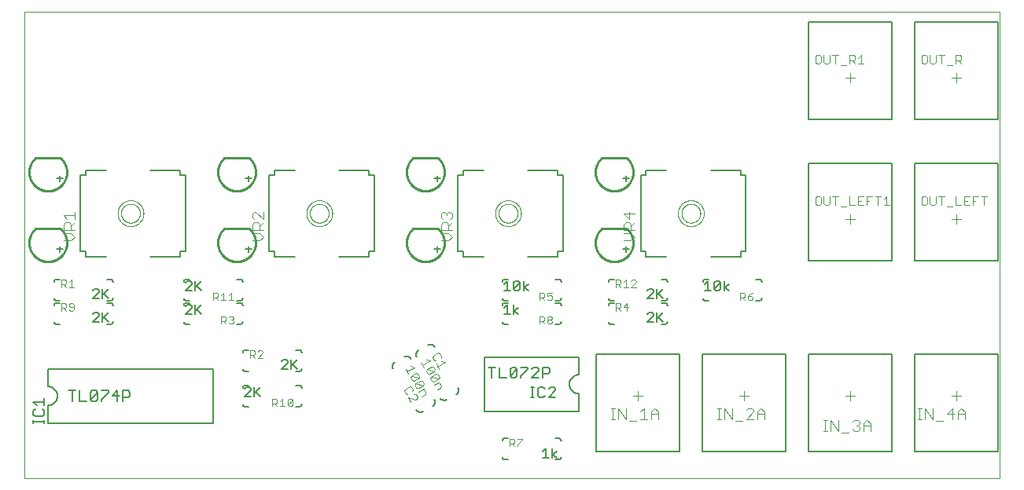
<source format=gto>
G75*
%MOIN*%
%OFA0B0*%
%FSLAX25Y25*%
%IPPOS*%
%LPD*%
%AMOC8*
5,1,8,0,0,1.08239X$1,22.5*
%
%ADD10C,0.00000*%
%ADD11C,0.00500*%
%ADD12C,0.00315*%
%ADD13C,0.00400*%
%ADD14C,0.00600*%
%ADD15C,0.00300*%
%ADD16C,0.00800*%
%ADD17C,0.00200*%
%ADD18C,0.01000*%
D10*
X0001000Y0006667D02*
X0414386Y0006667D01*
X0414386Y0204738D01*
X0001000Y0204738D01*
X0001000Y0006667D01*
D11*
X0004746Y0029917D02*
X0004746Y0031418D01*
X0004746Y0030667D02*
X0009250Y0030667D01*
X0009250Y0029917D02*
X0009250Y0031418D01*
X0008499Y0032986D02*
X0005497Y0032986D01*
X0004746Y0033737D01*
X0004746Y0035238D01*
X0005497Y0035988D01*
X0006247Y0037590D02*
X0004746Y0039091D01*
X0009250Y0039091D01*
X0009250Y0037590D02*
X0009250Y0040592D01*
X0008499Y0035988D02*
X0009250Y0035238D01*
X0009250Y0033737D01*
X0008499Y0032986D01*
X0021251Y0039417D02*
X0021251Y0043920D01*
X0019750Y0043920D02*
X0022753Y0043920D01*
X0024354Y0043920D02*
X0024354Y0039417D01*
X0027356Y0039417D01*
X0028958Y0040167D02*
X0031960Y0043170D01*
X0031960Y0040167D01*
X0031210Y0039417D01*
X0029708Y0039417D01*
X0028958Y0040167D01*
X0028958Y0043170D01*
X0029708Y0043920D01*
X0031210Y0043920D01*
X0031960Y0043170D01*
X0033562Y0043920D02*
X0036564Y0043920D01*
X0036564Y0043170D01*
X0033562Y0040167D01*
X0033562Y0039417D01*
X0038166Y0041669D02*
X0041168Y0041669D01*
X0042770Y0040918D02*
X0045022Y0040918D01*
X0045772Y0041669D01*
X0045772Y0043170D01*
X0045022Y0043920D01*
X0042770Y0043920D01*
X0042770Y0039417D01*
X0040418Y0039417D02*
X0040418Y0043920D01*
X0038166Y0041669D01*
X0094220Y0041362D02*
X0096889Y0044031D01*
X0096889Y0044698D01*
X0096222Y0045365D01*
X0094887Y0045365D01*
X0094220Y0044698D01*
X0094220Y0041362D02*
X0096889Y0041362D01*
X0098364Y0041362D02*
X0098364Y0045365D01*
X0099031Y0043364D02*
X0101033Y0041362D01*
X0098364Y0042697D02*
X0101033Y0045365D01*
X0109993Y0052971D02*
X0112662Y0055640D01*
X0112662Y0056307D01*
X0111995Y0056975D01*
X0110660Y0056975D01*
X0109993Y0056307D01*
X0114136Y0056975D02*
X0114136Y0052971D01*
X0114136Y0054306D02*
X0116805Y0056975D01*
X0114804Y0054973D02*
X0116805Y0052971D01*
X0112662Y0052971D02*
X0109993Y0052971D01*
X0076033Y0076362D02*
X0074031Y0078364D01*
X0073364Y0077697D02*
X0076033Y0080365D01*
X0073364Y0080365D02*
X0073364Y0076362D01*
X0071889Y0076362D02*
X0069220Y0076362D01*
X0071889Y0079031D01*
X0071889Y0079698D01*
X0071222Y0080365D01*
X0069887Y0080365D01*
X0069220Y0079698D01*
X0069220Y0086362D02*
X0071889Y0089031D01*
X0071889Y0089698D01*
X0071222Y0090365D01*
X0069887Y0090365D01*
X0069220Y0089698D01*
X0073364Y0090365D02*
X0073364Y0086362D01*
X0073364Y0087697D02*
X0076033Y0090365D01*
X0074031Y0088364D02*
X0076033Y0086362D01*
X0071889Y0086362D02*
X0069220Y0086362D01*
X0095977Y0102664D02*
X0095977Y0105164D01*
X0094751Y0103931D02*
X0097251Y0103931D01*
X0095977Y0132664D02*
X0095977Y0135164D01*
X0094751Y0133931D02*
X0097251Y0133931D01*
X0174751Y0133931D02*
X0177251Y0133931D01*
X0175977Y0135164D02*
X0175977Y0132664D01*
X0175977Y0105164D02*
X0175977Y0102664D01*
X0174751Y0103931D02*
X0177251Y0103931D01*
X0204220Y0089031D02*
X0205555Y0090365D01*
X0205555Y0086362D01*
X0206889Y0086362D02*
X0204220Y0086362D01*
X0208364Y0087029D02*
X0211033Y0089698D01*
X0211033Y0087029D01*
X0210365Y0086362D01*
X0209031Y0086362D01*
X0208364Y0087029D01*
X0208364Y0089698D01*
X0209031Y0090365D01*
X0210365Y0090365D01*
X0211033Y0089698D01*
X0212507Y0090365D02*
X0212507Y0086362D01*
X0212507Y0087697D02*
X0214509Y0086362D01*
X0212507Y0087697D02*
X0214509Y0089031D01*
X0208364Y0080365D02*
X0208364Y0076362D01*
X0208364Y0077697D02*
X0210365Y0079031D01*
X0208364Y0077697D02*
X0210365Y0076362D01*
X0206889Y0076362D02*
X0204220Y0076362D01*
X0205555Y0076362D02*
X0205555Y0080365D01*
X0204220Y0079031D01*
X0243283Y0059383D02*
X0278717Y0059383D01*
X0278717Y0018045D01*
X0243283Y0018045D01*
X0243283Y0059383D01*
X0264993Y0072971D02*
X0267662Y0075640D01*
X0267662Y0076307D01*
X0266995Y0076975D01*
X0265660Y0076975D01*
X0264993Y0076307D01*
X0269136Y0076975D02*
X0269136Y0072971D01*
X0269136Y0074306D02*
X0271805Y0076975D01*
X0269804Y0074973D02*
X0271805Y0072971D01*
X0267662Y0072971D02*
X0264993Y0072971D01*
X0264993Y0082971D02*
X0267662Y0085640D01*
X0267662Y0086307D01*
X0266995Y0086975D01*
X0265660Y0086975D01*
X0264993Y0086307D01*
X0264993Y0082971D02*
X0267662Y0082971D01*
X0269136Y0082971D02*
X0269136Y0086975D01*
X0269804Y0084973D02*
X0271805Y0082971D01*
X0269136Y0084306D02*
X0271805Y0086975D01*
X0289220Y0086362D02*
X0291889Y0086362D01*
X0290555Y0086362D02*
X0290555Y0090365D01*
X0289220Y0089031D01*
X0293364Y0089698D02*
X0293364Y0087029D01*
X0296033Y0089698D01*
X0296033Y0087029D01*
X0295365Y0086362D01*
X0294031Y0086362D01*
X0293364Y0087029D01*
X0293364Y0089698D02*
X0294031Y0090365D01*
X0295365Y0090365D01*
X0296033Y0089698D01*
X0297507Y0090365D02*
X0297507Y0086362D01*
X0297507Y0087697D02*
X0299509Y0089031D01*
X0297507Y0087697D02*
X0299509Y0086362D01*
X0333283Y0098950D02*
X0333283Y0140289D01*
X0368717Y0140289D01*
X0368717Y0098950D01*
X0333283Y0098950D01*
X0378283Y0098950D02*
X0378283Y0140289D01*
X0413717Y0140289D01*
X0413717Y0098950D01*
X0378283Y0098950D01*
X0378283Y0059383D02*
X0413717Y0059383D01*
X0413717Y0018045D01*
X0378283Y0018045D01*
X0378283Y0059383D01*
X0368717Y0059383D02*
X0368717Y0018045D01*
X0333283Y0018045D01*
X0333283Y0059383D01*
X0368717Y0059383D01*
X0323717Y0059383D02*
X0323717Y0018045D01*
X0288283Y0018045D01*
X0288283Y0059383D01*
X0323717Y0059383D01*
X0255977Y0102664D02*
X0255977Y0105164D01*
X0254751Y0103931D02*
X0257251Y0103931D01*
X0255977Y0132664D02*
X0255977Y0135164D01*
X0254751Y0133931D02*
X0257251Y0133931D01*
X0333283Y0158950D02*
X0333283Y0200289D01*
X0368717Y0200289D01*
X0368717Y0158950D01*
X0333283Y0158950D01*
X0378283Y0158950D02*
X0378283Y0200289D01*
X0413717Y0200289D01*
X0413717Y0158950D01*
X0378283Y0158950D01*
X0224827Y0019475D02*
X0224827Y0015471D01*
X0224827Y0016806D02*
X0226829Y0015471D01*
X0224827Y0016806D02*
X0226829Y0018140D01*
X0223352Y0015471D02*
X0220683Y0015471D01*
X0222018Y0015471D02*
X0222018Y0019475D01*
X0220683Y0018140D01*
X0036805Y0072971D02*
X0034804Y0074973D01*
X0034136Y0074306D02*
X0036805Y0076975D01*
X0034136Y0076975D02*
X0034136Y0072971D01*
X0032662Y0072971D02*
X0029993Y0072971D01*
X0032662Y0075640D01*
X0032662Y0076307D01*
X0031995Y0076975D01*
X0030660Y0076975D01*
X0029993Y0076307D01*
X0029993Y0082971D02*
X0032662Y0085640D01*
X0032662Y0086307D01*
X0031995Y0086975D01*
X0030660Y0086975D01*
X0029993Y0086307D01*
X0029993Y0082971D02*
X0032662Y0082971D01*
X0034136Y0082971D02*
X0034136Y0086975D01*
X0034804Y0084973D02*
X0036805Y0082971D01*
X0034136Y0084306D02*
X0036805Y0086975D01*
X0015977Y0102664D02*
X0015977Y0105164D01*
X0014751Y0103931D02*
X0017251Y0103931D01*
X0015977Y0132664D02*
X0015977Y0135164D01*
X0014751Y0133931D02*
X0017251Y0133931D01*
D12*
X0259031Y0041667D02*
X0262969Y0041667D01*
X0261000Y0043635D02*
X0261000Y0039698D01*
X0304031Y0041667D02*
X0307969Y0041667D01*
X0306000Y0043635D02*
X0306000Y0039698D01*
X0349031Y0041667D02*
X0352969Y0041667D01*
X0351000Y0043635D02*
X0351000Y0039698D01*
X0394031Y0041667D02*
X0397969Y0041667D01*
X0396000Y0043635D02*
X0396000Y0039698D01*
X0396000Y0114698D02*
X0396000Y0118635D01*
X0394031Y0116667D02*
X0397969Y0116667D01*
X0352969Y0116667D02*
X0349031Y0116667D01*
X0351000Y0118635D02*
X0351000Y0114698D01*
X0351000Y0174698D02*
X0351000Y0178635D01*
X0349031Y0176667D02*
X0352969Y0176667D01*
X0394031Y0176667D02*
X0397969Y0176667D01*
X0396000Y0178635D02*
X0396000Y0174698D01*
D13*
X0259678Y0119065D02*
X0255074Y0119065D01*
X0257376Y0116763D01*
X0257376Y0119833D01*
X0257376Y0115229D02*
X0258143Y0114462D01*
X0258143Y0112160D01*
X0258143Y0113694D02*
X0259678Y0115229D01*
X0257376Y0115229D02*
X0255841Y0115229D01*
X0255074Y0114462D01*
X0255074Y0112160D01*
X0259678Y0112160D01*
X0258143Y0110625D02*
X0255074Y0110625D01*
X0258143Y0110625D02*
X0259678Y0109090D01*
X0258143Y0107556D01*
X0255074Y0107556D01*
X0255926Y0090982D02*
X0255926Y0087879D01*
X0254892Y0087879D02*
X0256961Y0087879D01*
X0258115Y0087879D02*
X0260183Y0089947D01*
X0260183Y0090464D01*
X0259666Y0090982D01*
X0258632Y0090982D01*
X0258115Y0090464D01*
X0255926Y0090982D02*
X0254892Y0089947D01*
X0253738Y0089430D02*
X0253221Y0088913D01*
X0251669Y0088913D01*
X0251669Y0087879D02*
X0251669Y0090982D01*
X0253221Y0090982D01*
X0253738Y0090464D01*
X0253738Y0089430D01*
X0252704Y0088913D02*
X0253738Y0087879D01*
X0258115Y0087879D02*
X0260183Y0087879D01*
X0256443Y0080982D02*
X0254892Y0079430D01*
X0256961Y0079430D01*
X0256443Y0077879D02*
X0256443Y0080982D01*
X0253738Y0080464D02*
X0253738Y0079430D01*
X0253221Y0078913D01*
X0251669Y0078913D01*
X0251669Y0077879D02*
X0251669Y0080982D01*
X0253221Y0080982D01*
X0253738Y0080464D01*
X0252704Y0078913D02*
X0253738Y0077879D01*
X0224576Y0074940D02*
X0224576Y0074423D01*
X0224059Y0073906D01*
X0223025Y0073906D01*
X0222508Y0074423D01*
X0222508Y0074940D01*
X0223025Y0075457D01*
X0224059Y0075457D01*
X0224576Y0074940D01*
X0224059Y0073906D02*
X0224576Y0073389D01*
X0224576Y0072871D01*
X0224059Y0072354D01*
X0223025Y0072354D01*
X0222508Y0072871D01*
X0222508Y0073389D01*
X0223025Y0073906D01*
X0221354Y0073906D02*
X0220836Y0073389D01*
X0219285Y0073389D01*
X0220319Y0073389D02*
X0221354Y0072354D01*
X0221354Y0073906D02*
X0221354Y0074940D01*
X0220836Y0075457D01*
X0219285Y0075457D01*
X0219285Y0072354D01*
X0219285Y0082354D02*
X0219285Y0085457D01*
X0220836Y0085457D01*
X0221354Y0084940D01*
X0221354Y0083906D01*
X0220836Y0083389D01*
X0219285Y0083389D01*
X0220319Y0083389D02*
X0221354Y0082354D01*
X0222508Y0082871D02*
X0223025Y0082354D01*
X0224059Y0082354D01*
X0224576Y0082871D01*
X0224576Y0083906D01*
X0224059Y0084423D01*
X0223542Y0084423D01*
X0222508Y0083906D01*
X0222508Y0085457D01*
X0224576Y0085457D01*
X0182178Y0109090D02*
X0180643Y0107556D01*
X0177574Y0107556D01*
X0177574Y0110625D02*
X0180643Y0110625D01*
X0182178Y0109090D01*
X0182178Y0112160D02*
X0177574Y0112160D01*
X0177574Y0114462D01*
X0178341Y0115229D01*
X0179876Y0115229D01*
X0180643Y0114462D01*
X0180643Y0112160D01*
X0180643Y0113694D02*
X0182178Y0115229D01*
X0181411Y0116763D02*
X0182178Y0117531D01*
X0182178Y0119065D01*
X0181411Y0119833D01*
X0180643Y0119833D01*
X0179876Y0119065D01*
X0179876Y0118298D01*
X0179876Y0119065D02*
X0179109Y0119833D01*
X0178341Y0119833D01*
X0177574Y0119065D01*
X0177574Y0117531D01*
X0178341Y0116763D01*
X0102178Y0116763D02*
X0099109Y0119833D01*
X0098341Y0119833D01*
X0097574Y0119065D01*
X0097574Y0117531D01*
X0098341Y0116763D01*
X0098341Y0115229D02*
X0099876Y0115229D01*
X0100643Y0114462D01*
X0100643Y0112160D01*
X0100643Y0113694D02*
X0102178Y0115229D01*
X0102178Y0116763D02*
X0102178Y0119833D01*
X0098341Y0115229D02*
X0097574Y0114462D01*
X0097574Y0112160D01*
X0102178Y0112160D01*
X0100643Y0110625D02*
X0097574Y0110625D01*
X0100643Y0110625D02*
X0102178Y0109090D01*
X0100643Y0107556D01*
X0097574Y0107556D01*
X0088542Y0085457D02*
X0088542Y0082354D01*
X0087508Y0082354D02*
X0089576Y0082354D01*
X0087508Y0084423D02*
X0088542Y0085457D01*
X0085319Y0085457D02*
X0085319Y0082354D01*
X0084285Y0082354D02*
X0086354Y0082354D01*
X0084285Y0084423D02*
X0085319Y0085457D01*
X0083131Y0084940D02*
X0083131Y0083906D01*
X0082614Y0083389D01*
X0081062Y0083389D01*
X0082097Y0083389D02*
X0083131Y0082354D01*
X0081062Y0082354D02*
X0081062Y0085457D01*
X0082614Y0085457D01*
X0083131Y0084940D01*
X0084285Y0075457D02*
X0085836Y0075457D01*
X0086354Y0074940D01*
X0086354Y0073906D01*
X0085836Y0073389D01*
X0084285Y0073389D01*
X0085319Y0073389D02*
X0086354Y0072354D01*
X0087508Y0072871D02*
X0088025Y0072354D01*
X0089059Y0072354D01*
X0089576Y0072871D01*
X0089576Y0073389D01*
X0089059Y0073906D01*
X0088542Y0073906D01*
X0089059Y0073906D02*
X0089576Y0074423D01*
X0089576Y0074940D01*
X0089059Y0075457D01*
X0088025Y0075457D01*
X0087508Y0074940D01*
X0084285Y0075457D02*
X0084285Y0072354D01*
X0096669Y0060982D02*
X0098221Y0060982D01*
X0098738Y0060464D01*
X0098738Y0059430D01*
X0098221Y0058913D01*
X0096669Y0058913D01*
X0096669Y0057879D02*
X0096669Y0060982D01*
X0097704Y0058913D02*
X0098738Y0057879D01*
X0099892Y0057879D02*
X0101961Y0059947D01*
X0101961Y0060464D01*
X0101443Y0060982D01*
X0100409Y0060982D01*
X0099892Y0060464D01*
X0099892Y0057879D02*
X0101961Y0057879D01*
X0106062Y0040457D02*
X0107614Y0040457D01*
X0108131Y0039940D01*
X0108131Y0038906D01*
X0107614Y0038389D01*
X0106062Y0038389D01*
X0107097Y0038389D02*
X0108131Y0037354D01*
X0109285Y0037354D02*
X0111354Y0037354D01*
X0110319Y0037354D02*
X0110319Y0040457D01*
X0109285Y0039423D01*
X0112508Y0039940D02*
X0112508Y0037871D01*
X0114576Y0039940D01*
X0114576Y0037871D01*
X0114059Y0037354D01*
X0113025Y0037354D01*
X0112508Y0037871D01*
X0112508Y0039940D02*
X0113025Y0040457D01*
X0114059Y0040457D01*
X0114576Y0039940D01*
X0106062Y0040457D02*
X0106062Y0037354D01*
X0161993Y0043636D02*
X0162594Y0042596D01*
X0163414Y0042376D01*
X0163535Y0040966D02*
X0166816Y0040087D01*
X0167336Y0040387D01*
X0167556Y0041208D01*
X0166955Y0042248D01*
X0166135Y0042468D01*
X0165494Y0043577D02*
X0165714Y0044397D01*
X0165114Y0045438D01*
X0164293Y0045657D01*
X0162213Y0044456D01*
X0161993Y0043636D01*
X0163535Y0040966D02*
X0164736Y0038886D01*
X0169284Y0041434D02*
X0170844Y0042335D01*
X0171064Y0043155D01*
X0170163Y0044716D01*
X0168083Y0043514D01*
X0167962Y0044924D02*
X0167142Y0045144D01*
X0166541Y0046184D01*
X0166761Y0047004D01*
X0170042Y0046125D01*
X0167962Y0044924D01*
X0166761Y0047004D02*
X0168841Y0048205D01*
X0169662Y0047986D01*
X0170262Y0046946D01*
X0170042Y0046125D01*
X0168201Y0049315D02*
X0166121Y0048114D01*
X0165300Y0048334D01*
X0164700Y0049374D01*
X0164920Y0050194D01*
X0168201Y0049315D01*
X0168421Y0050135D01*
X0167820Y0051175D01*
X0167000Y0051395D01*
X0164920Y0050194D01*
X0163759Y0051003D02*
X0162558Y0053084D01*
X0163159Y0052043D02*
X0166279Y0053845D01*
X0164638Y0054285D01*
X0169158Y0055862D02*
X0170359Y0053782D01*
X0169758Y0054822D02*
X0172879Y0056623D01*
X0171238Y0057063D01*
X0174006Y0057890D02*
X0174607Y0056850D01*
X0175427Y0056630D01*
X0175548Y0055220D02*
X0176749Y0053140D01*
X0176148Y0054180D02*
X0179268Y0055982D01*
X0177628Y0056421D01*
X0177507Y0057831D02*
X0177727Y0058652D01*
X0177127Y0059692D01*
X0176306Y0059911D01*
X0174226Y0058710D01*
X0174006Y0057890D01*
X0173600Y0054174D02*
X0174420Y0053954D01*
X0175021Y0052914D01*
X0174801Y0052093D01*
X0171520Y0052973D01*
X0171300Y0052152D01*
X0171900Y0051112D01*
X0172721Y0050892D01*
X0174801Y0052093D01*
X0175441Y0050984D02*
X0173361Y0049783D01*
X0176642Y0048904D01*
X0174562Y0047703D01*
X0173742Y0047922D01*
X0173141Y0048963D01*
X0173361Y0049783D01*
X0175441Y0050984D02*
X0176262Y0050764D01*
X0176862Y0049724D01*
X0176642Y0048904D01*
X0176763Y0047494D02*
X0177664Y0045934D01*
X0177444Y0045114D01*
X0175884Y0044213D01*
X0174683Y0046293D02*
X0176763Y0047494D01*
X0173600Y0054174D02*
X0171520Y0052973D01*
X0206669Y0023482D02*
X0208221Y0023482D01*
X0208738Y0022964D01*
X0208738Y0021930D01*
X0208221Y0021413D01*
X0206669Y0021413D01*
X0206669Y0020379D02*
X0206669Y0023482D01*
X0207704Y0021413D02*
X0208738Y0020379D01*
X0209892Y0020379D02*
X0209892Y0020896D01*
X0211961Y0022964D01*
X0211961Y0023482D01*
X0209892Y0023482D01*
X0249715Y0031867D02*
X0251250Y0031867D01*
X0250482Y0031867D02*
X0250482Y0036471D01*
X0249715Y0036471D02*
X0251250Y0036471D01*
X0252784Y0036471D02*
X0255854Y0031867D01*
X0255854Y0036471D01*
X0252784Y0036471D02*
X0252784Y0031867D01*
X0257388Y0031099D02*
X0260457Y0031099D01*
X0261992Y0031867D02*
X0265061Y0031867D01*
X0263527Y0031867D02*
X0263527Y0036471D01*
X0261992Y0034936D01*
X0266596Y0034936D02*
X0266596Y0031867D01*
X0266596Y0034169D02*
X0269665Y0034169D01*
X0269665Y0034936D02*
X0269665Y0031867D01*
X0269665Y0034936D02*
X0268131Y0036471D01*
X0266596Y0034936D01*
X0294715Y0036471D02*
X0296250Y0036471D01*
X0295482Y0036471D02*
X0295482Y0031867D01*
X0294715Y0031867D02*
X0296250Y0031867D01*
X0297784Y0031867D02*
X0297784Y0036471D01*
X0300854Y0031867D01*
X0300854Y0036471D01*
X0306992Y0035703D02*
X0307759Y0036471D01*
X0309294Y0036471D01*
X0310061Y0035703D01*
X0310061Y0034936D01*
X0306992Y0031867D01*
X0310061Y0031867D01*
X0311596Y0031867D02*
X0311596Y0034936D01*
X0313131Y0036471D01*
X0314665Y0034936D01*
X0314665Y0031867D01*
X0314665Y0034169D02*
X0311596Y0034169D01*
X0305457Y0031099D02*
X0302388Y0031099D01*
X0339715Y0031471D02*
X0341250Y0031471D01*
X0340482Y0031471D02*
X0340482Y0026867D01*
X0339715Y0026867D02*
X0341250Y0026867D01*
X0342784Y0026867D02*
X0342784Y0031471D01*
X0345854Y0026867D01*
X0345854Y0031471D01*
X0351992Y0030703D02*
X0352759Y0031471D01*
X0354294Y0031471D01*
X0355061Y0030703D01*
X0355061Y0029936D01*
X0354294Y0029169D01*
X0355061Y0028401D01*
X0355061Y0027634D01*
X0354294Y0026867D01*
X0352759Y0026867D01*
X0351992Y0027634D01*
X0350457Y0026099D02*
X0347388Y0026099D01*
X0353527Y0029169D02*
X0354294Y0029169D01*
X0356596Y0029169D02*
X0359665Y0029169D01*
X0359665Y0029936D02*
X0359665Y0026867D01*
X0359665Y0029936D02*
X0358131Y0031471D01*
X0356596Y0029936D01*
X0356596Y0026867D01*
X0379715Y0031867D02*
X0381250Y0031867D01*
X0380482Y0031867D02*
X0380482Y0036471D01*
X0379715Y0036471D02*
X0381250Y0036471D01*
X0382784Y0036471D02*
X0385854Y0031867D01*
X0385854Y0036471D01*
X0382784Y0036471D02*
X0382784Y0031867D01*
X0387388Y0031099D02*
X0390457Y0031099D01*
X0391992Y0034169D02*
X0395061Y0034169D01*
X0396596Y0034169D02*
X0399665Y0034169D01*
X0399665Y0034936D02*
X0399665Y0031867D01*
X0399665Y0034936D02*
X0398131Y0036471D01*
X0396596Y0034936D01*
X0396596Y0031867D01*
X0394294Y0031867D02*
X0394294Y0036471D01*
X0391992Y0034169D01*
X0309576Y0082871D02*
X0309576Y0083389D01*
X0309059Y0083906D01*
X0307508Y0083906D01*
X0307508Y0082871D01*
X0308025Y0082354D01*
X0309059Y0082354D01*
X0309576Y0082871D01*
X0308542Y0084940D02*
X0307508Y0083906D01*
X0306354Y0083906D02*
X0306354Y0084940D01*
X0305836Y0085457D01*
X0304285Y0085457D01*
X0304285Y0082354D01*
X0304285Y0083389D02*
X0305836Y0083389D01*
X0306354Y0083906D01*
X0305319Y0083389D02*
X0306354Y0082354D01*
X0308542Y0084940D02*
X0309576Y0085457D01*
X0021961Y0087879D02*
X0019892Y0087879D01*
X0020926Y0087879D02*
X0020926Y0090982D01*
X0019892Y0089947D01*
X0018738Y0089430D02*
X0018221Y0088913D01*
X0016669Y0088913D01*
X0016669Y0087879D02*
X0016669Y0090982D01*
X0018221Y0090982D01*
X0018738Y0090464D01*
X0018738Y0089430D01*
X0017704Y0088913D02*
X0018738Y0087879D01*
X0018221Y0080982D02*
X0018738Y0080464D01*
X0018738Y0079430D01*
X0018221Y0078913D01*
X0016669Y0078913D01*
X0016669Y0077879D02*
X0016669Y0080982D01*
X0018221Y0080982D01*
X0019892Y0080464D02*
X0019892Y0079947D01*
X0020409Y0079430D01*
X0021961Y0079430D01*
X0021961Y0078396D02*
X0021961Y0080464D01*
X0021443Y0080982D01*
X0020409Y0080982D01*
X0019892Y0080464D01*
X0019892Y0078396D02*
X0020409Y0077879D01*
X0021443Y0077879D01*
X0021961Y0078396D01*
X0018738Y0077879D02*
X0017704Y0078913D01*
X0017574Y0107556D02*
X0020643Y0107556D01*
X0022178Y0109090D01*
X0020643Y0110625D01*
X0017574Y0110625D01*
X0017574Y0112160D02*
X0017574Y0114462D01*
X0018341Y0115229D01*
X0019876Y0115229D01*
X0020643Y0114462D01*
X0020643Y0112160D01*
X0020643Y0113694D02*
X0022178Y0115229D01*
X0022178Y0116763D02*
X0022178Y0119833D01*
X0022178Y0118298D02*
X0017574Y0118298D01*
X0019109Y0116763D01*
X0017574Y0112160D02*
X0022178Y0112160D01*
D14*
X0016000Y0091167D02*
X0014500Y0091167D01*
X0014440Y0091165D01*
X0014379Y0091160D01*
X0014320Y0091151D01*
X0014261Y0091138D01*
X0014202Y0091122D01*
X0014145Y0091102D01*
X0014090Y0091079D01*
X0014035Y0091052D01*
X0013983Y0091023D01*
X0013932Y0090990D01*
X0013883Y0090954D01*
X0013837Y0090916D01*
X0013793Y0090874D01*
X0013751Y0090830D01*
X0013713Y0090784D01*
X0013677Y0090735D01*
X0013644Y0090684D01*
X0013615Y0090632D01*
X0013588Y0090577D01*
X0013565Y0090522D01*
X0013545Y0090465D01*
X0013529Y0090406D01*
X0013516Y0090347D01*
X0013507Y0090288D01*
X0013502Y0090227D01*
X0013500Y0090167D01*
X0013500Y0083167D02*
X0013502Y0083107D01*
X0013507Y0083046D01*
X0013516Y0082987D01*
X0013529Y0082928D01*
X0013545Y0082869D01*
X0013565Y0082812D01*
X0013588Y0082757D01*
X0013615Y0082702D01*
X0013644Y0082650D01*
X0013677Y0082599D01*
X0013713Y0082550D01*
X0013751Y0082504D01*
X0013793Y0082460D01*
X0013837Y0082418D01*
X0013883Y0082380D01*
X0013932Y0082344D01*
X0013983Y0082311D01*
X0014035Y0082282D01*
X0014090Y0082255D01*
X0014145Y0082232D01*
X0014202Y0082212D01*
X0014261Y0082196D01*
X0014320Y0082183D01*
X0014379Y0082174D01*
X0014440Y0082169D01*
X0014500Y0082167D01*
X0016000Y0082167D01*
X0016000Y0081167D02*
X0014500Y0081167D01*
X0014440Y0081165D01*
X0014379Y0081160D01*
X0014320Y0081151D01*
X0014261Y0081138D01*
X0014202Y0081122D01*
X0014145Y0081102D01*
X0014090Y0081079D01*
X0014035Y0081052D01*
X0013983Y0081023D01*
X0013932Y0080990D01*
X0013883Y0080954D01*
X0013837Y0080916D01*
X0013793Y0080874D01*
X0013751Y0080830D01*
X0013713Y0080784D01*
X0013677Y0080735D01*
X0013644Y0080684D01*
X0013615Y0080632D01*
X0013588Y0080577D01*
X0013565Y0080522D01*
X0013545Y0080465D01*
X0013529Y0080406D01*
X0013516Y0080347D01*
X0013507Y0080288D01*
X0013502Y0080227D01*
X0013500Y0080167D01*
X0013500Y0073167D02*
X0013502Y0073107D01*
X0013507Y0073046D01*
X0013516Y0072987D01*
X0013529Y0072928D01*
X0013545Y0072869D01*
X0013565Y0072812D01*
X0013588Y0072757D01*
X0013615Y0072702D01*
X0013644Y0072650D01*
X0013677Y0072599D01*
X0013713Y0072550D01*
X0013751Y0072504D01*
X0013793Y0072460D01*
X0013837Y0072418D01*
X0013883Y0072380D01*
X0013932Y0072344D01*
X0013983Y0072311D01*
X0014035Y0072282D01*
X0014090Y0072255D01*
X0014145Y0072232D01*
X0014202Y0072212D01*
X0014261Y0072196D01*
X0014320Y0072183D01*
X0014379Y0072174D01*
X0014440Y0072169D01*
X0014500Y0072167D01*
X0016000Y0072167D01*
X0036000Y0072167D02*
X0037500Y0072167D01*
X0037560Y0072169D01*
X0037621Y0072174D01*
X0037680Y0072183D01*
X0037739Y0072196D01*
X0037798Y0072212D01*
X0037855Y0072232D01*
X0037910Y0072255D01*
X0037965Y0072282D01*
X0038017Y0072311D01*
X0038068Y0072344D01*
X0038117Y0072380D01*
X0038163Y0072418D01*
X0038207Y0072460D01*
X0038249Y0072504D01*
X0038287Y0072550D01*
X0038323Y0072599D01*
X0038356Y0072650D01*
X0038385Y0072702D01*
X0038412Y0072757D01*
X0038435Y0072812D01*
X0038455Y0072869D01*
X0038471Y0072928D01*
X0038484Y0072987D01*
X0038493Y0073046D01*
X0038498Y0073107D01*
X0038500Y0073167D01*
X0038500Y0080167D02*
X0038498Y0080227D01*
X0038493Y0080288D01*
X0038484Y0080347D01*
X0038471Y0080406D01*
X0038455Y0080465D01*
X0038435Y0080522D01*
X0038412Y0080577D01*
X0038385Y0080632D01*
X0038356Y0080684D01*
X0038323Y0080735D01*
X0038287Y0080784D01*
X0038249Y0080830D01*
X0038207Y0080874D01*
X0038163Y0080916D01*
X0038117Y0080954D01*
X0038068Y0080990D01*
X0038017Y0081023D01*
X0037965Y0081052D01*
X0037910Y0081079D01*
X0037855Y0081102D01*
X0037798Y0081122D01*
X0037739Y0081138D01*
X0037680Y0081151D01*
X0037621Y0081160D01*
X0037560Y0081165D01*
X0037500Y0081167D01*
X0036000Y0081167D01*
X0036000Y0082167D02*
X0037500Y0082167D01*
X0037560Y0082169D01*
X0037621Y0082174D01*
X0037680Y0082183D01*
X0037739Y0082196D01*
X0037798Y0082212D01*
X0037855Y0082232D01*
X0037910Y0082255D01*
X0037965Y0082282D01*
X0038017Y0082311D01*
X0038068Y0082344D01*
X0038117Y0082380D01*
X0038163Y0082418D01*
X0038207Y0082460D01*
X0038249Y0082504D01*
X0038287Y0082550D01*
X0038323Y0082599D01*
X0038356Y0082650D01*
X0038385Y0082702D01*
X0038412Y0082757D01*
X0038435Y0082812D01*
X0038455Y0082869D01*
X0038471Y0082928D01*
X0038484Y0082987D01*
X0038493Y0083046D01*
X0038498Y0083107D01*
X0038500Y0083167D01*
X0038500Y0090167D02*
X0038498Y0090227D01*
X0038493Y0090288D01*
X0038484Y0090347D01*
X0038471Y0090406D01*
X0038455Y0090465D01*
X0038435Y0090522D01*
X0038412Y0090577D01*
X0038385Y0090632D01*
X0038356Y0090684D01*
X0038323Y0090735D01*
X0038287Y0090784D01*
X0038249Y0090830D01*
X0038207Y0090874D01*
X0038163Y0090916D01*
X0038117Y0090954D01*
X0038068Y0090990D01*
X0038017Y0091023D01*
X0037965Y0091052D01*
X0037910Y0091079D01*
X0037855Y0091102D01*
X0037798Y0091122D01*
X0037739Y0091138D01*
X0037680Y0091151D01*
X0037621Y0091160D01*
X0037560Y0091165D01*
X0037500Y0091167D01*
X0036000Y0091167D01*
X0069500Y0091167D02*
X0071000Y0091167D01*
X0069500Y0091167D02*
X0069440Y0091165D01*
X0069379Y0091160D01*
X0069320Y0091151D01*
X0069261Y0091138D01*
X0069202Y0091122D01*
X0069145Y0091102D01*
X0069090Y0091079D01*
X0069035Y0091052D01*
X0068983Y0091023D01*
X0068932Y0090990D01*
X0068883Y0090954D01*
X0068837Y0090916D01*
X0068793Y0090874D01*
X0068751Y0090830D01*
X0068713Y0090784D01*
X0068677Y0090735D01*
X0068644Y0090684D01*
X0068615Y0090632D01*
X0068588Y0090577D01*
X0068565Y0090522D01*
X0068545Y0090465D01*
X0068529Y0090406D01*
X0068516Y0090347D01*
X0068507Y0090288D01*
X0068502Y0090227D01*
X0068500Y0090167D01*
X0068500Y0083167D02*
X0068502Y0083107D01*
X0068507Y0083046D01*
X0068516Y0082987D01*
X0068529Y0082928D01*
X0068545Y0082869D01*
X0068565Y0082812D01*
X0068588Y0082757D01*
X0068615Y0082702D01*
X0068644Y0082650D01*
X0068677Y0082599D01*
X0068713Y0082550D01*
X0068751Y0082504D01*
X0068793Y0082460D01*
X0068837Y0082418D01*
X0068883Y0082380D01*
X0068932Y0082344D01*
X0068983Y0082311D01*
X0069035Y0082282D01*
X0069090Y0082255D01*
X0069145Y0082232D01*
X0069202Y0082212D01*
X0069261Y0082196D01*
X0069320Y0082183D01*
X0069379Y0082174D01*
X0069440Y0082169D01*
X0069500Y0082167D01*
X0071000Y0082167D01*
X0071000Y0081167D02*
X0069500Y0081167D01*
X0069440Y0081165D01*
X0069379Y0081160D01*
X0069320Y0081151D01*
X0069261Y0081138D01*
X0069202Y0081122D01*
X0069145Y0081102D01*
X0069090Y0081079D01*
X0069035Y0081052D01*
X0068983Y0081023D01*
X0068932Y0080990D01*
X0068883Y0080954D01*
X0068837Y0080916D01*
X0068793Y0080874D01*
X0068751Y0080830D01*
X0068713Y0080784D01*
X0068677Y0080735D01*
X0068644Y0080684D01*
X0068615Y0080632D01*
X0068588Y0080577D01*
X0068565Y0080522D01*
X0068545Y0080465D01*
X0068529Y0080406D01*
X0068516Y0080347D01*
X0068507Y0080288D01*
X0068502Y0080227D01*
X0068500Y0080167D01*
X0068500Y0073167D02*
X0068502Y0073107D01*
X0068507Y0073046D01*
X0068516Y0072987D01*
X0068529Y0072928D01*
X0068545Y0072869D01*
X0068565Y0072812D01*
X0068588Y0072757D01*
X0068615Y0072702D01*
X0068644Y0072650D01*
X0068677Y0072599D01*
X0068713Y0072550D01*
X0068751Y0072504D01*
X0068793Y0072460D01*
X0068837Y0072418D01*
X0068883Y0072380D01*
X0068932Y0072344D01*
X0068983Y0072311D01*
X0069035Y0072282D01*
X0069090Y0072255D01*
X0069145Y0072232D01*
X0069202Y0072212D01*
X0069261Y0072196D01*
X0069320Y0072183D01*
X0069379Y0072174D01*
X0069440Y0072169D01*
X0069500Y0072167D01*
X0071000Y0072167D01*
X0091000Y0072167D02*
X0092500Y0072167D01*
X0092560Y0072169D01*
X0092621Y0072174D01*
X0092680Y0072183D01*
X0092739Y0072196D01*
X0092798Y0072212D01*
X0092855Y0072232D01*
X0092910Y0072255D01*
X0092965Y0072282D01*
X0093017Y0072311D01*
X0093068Y0072344D01*
X0093117Y0072380D01*
X0093163Y0072418D01*
X0093207Y0072460D01*
X0093249Y0072504D01*
X0093287Y0072550D01*
X0093323Y0072599D01*
X0093356Y0072650D01*
X0093385Y0072702D01*
X0093412Y0072757D01*
X0093435Y0072812D01*
X0093455Y0072869D01*
X0093471Y0072928D01*
X0093484Y0072987D01*
X0093493Y0073046D01*
X0093498Y0073107D01*
X0093500Y0073167D01*
X0093500Y0080167D02*
X0093498Y0080227D01*
X0093493Y0080288D01*
X0093484Y0080347D01*
X0093471Y0080406D01*
X0093455Y0080465D01*
X0093435Y0080522D01*
X0093412Y0080577D01*
X0093385Y0080632D01*
X0093356Y0080684D01*
X0093323Y0080735D01*
X0093287Y0080784D01*
X0093249Y0080830D01*
X0093207Y0080874D01*
X0093163Y0080916D01*
X0093117Y0080954D01*
X0093068Y0080990D01*
X0093017Y0081023D01*
X0092965Y0081052D01*
X0092910Y0081079D01*
X0092855Y0081102D01*
X0092798Y0081122D01*
X0092739Y0081138D01*
X0092680Y0081151D01*
X0092621Y0081160D01*
X0092560Y0081165D01*
X0092500Y0081167D01*
X0091000Y0081167D01*
X0091000Y0082167D02*
X0092500Y0082167D01*
X0092560Y0082169D01*
X0092621Y0082174D01*
X0092680Y0082183D01*
X0092739Y0082196D01*
X0092798Y0082212D01*
X0092855Y0082232D01*
X0092910Y0082255D01*
X0092965Y0082282D01*
X0093017Y0082311D01*
X0093068Y0082344D01*
X0093117Y0082380D01*
X0093163Y0082418D01*
X0093207Y0082460D01*
X0093249Y0082504D01*
X0093287Y0082550D01*
X0093323Y0082599D01*
X0093356Y0082650D01*
X0093385Y0082702D01*
X0093412Y0082757D01*
X0093435Y0082812D01*
X0093455Y0082869D01*
X0093471Y0082928D01*
X0093484Y0082987D01*
X0093493Y0083046D01*
X0093498Y0083107D01*
X0093500Y0083167D01*
X0093500Y0090167D02*
X0093498Y0090227D01*
X0093493Y0090288D01*
X0093484Y0090347D01*
X0093471Y0090406D01*
X0093455Y0090465D01*
X0093435Y0090522D01*
X0093412Y0090577D01*
X0093385Y0090632D01*
X0093356Y0090684D01*
X0093323Y0090735D01*
X0093287Y0090784D01*
X0093249Y0090830D01*
X0093207Y0090874D01*
X0093163Y0090916D01*
X0093117Y0090954D01*
X0093068Y0090990D01*
X0093017Y0091023D01*
X0092965Y0091052D01*
X0092910Y0091079D01*
X0092855Y0091102D01*
X0092798Y0091122D01*
X0092739Y0091138D01*
X0092680Y0091151D01*
X0092621Y0091160D01*
X0092560Y0091165D01*
X0092500Y0091167D01*
X0091000Y0091167D01*
X0094500Y0061167D02*
X0096000Y0061167D01*
X0094500Y0061167D02*
X0094440Y0061165D01*
X0094379Y0061160D01*
X0094320Y0061151D01*
X0094261Y0061138D01*
X0094202Y0061122D01*
X0094145Y0061102D01*
X0094090Y0061079D01*
X0094035Y0061052D01*
X0093983Y0061023D01*
X0093932Y0060990D01*
X0093883Y0060954D01*
X0093837Y0060916D01*
X0093793Y0060874D01*
X0093751Y0060830D01*
X0093713Y0060784D01*
X0093677Y0060735D01*
X0093644Y0060684D01*
X0093615Y0060632D01*
X0093588Y0060577D01*
X0093565Y0060522D01*
X0093545Y0060465D01*
X0093529Y0060406D01*
X0093516Y0060347D01*
X0093507Y0060288D01*
X0093502Y0060227D01*
X0093500Y0060167D01*
X0093500Y0053167D02*
X0093502Y0053107D01*
X0093507Y0053046D01*
X0093516Y0052987D01*
X0093529Y0052928D01*
X0093545Y0052869D01*
X0093565Y0052812D01*
X0093588Y0052757D01*
X0093615Y0052702D01*
X0093644Y0052650D01*
X0093677Y0052599D01*
X0093713Y0052550D01*
X0093751Y0052504D01*
X0093793Y0052460D01*
X0093837Y0052418D01*
X0093883Y0052380D01*
X0093932Y0052344D01*
X0093983Y0052311D01*
X0094035Y0052282D01*
X0094090Y0052255D01*
X0094145Y0052232D01*
X0094202Y0052212D01*
X0094261Y0052196D01*
X0094320Y0052183D01*
X0094379Y0052174D01*
X0094440Y0052169D01*
X0094500Y0052167D01*
X0096000Y0052167D01*
X0096000Y0046167D02*
X0094500Y0046167D01*
X0094440Y0046165D01*
X0094379Y0046160D01*
X0094320Y0046151D01*
X0094261Y0046138D01*
X0094202Y0046122D01*
X0094145Y0046102D01*
X0094090Y0046079D01*
X0094035Y0046052D01*
X0093983Y0046023D01*
X0093932Y0045990D01*
X0093883Y0045954D01*
X0093837Y0045916D01*
X0093793Y0045874D01*
X0093751Y0045830D01*
X0093713Y0045784D01*
X0093677Y0045735D01*
X0093644Y0045684D01*
X0093615Y0045632D01*
X0093588Y0045577D01*
X0093565Y0045522D01*
X0093545Y0045465D01*
X0093529Y0045406D01*
X0093516Y0045347D01*
X0093507Y0045288D01*
X0093502Y0045227D01*
X0093500Y0045167D01*
X0093500Y0038167D02*
X0093502Y0038107D01*
X0093507Y0038046D01*
X0093516Y0037987D01*
X0093529Y0037928D01*
X0093545Y0037869D01*
X0093565Y0037812D01*
X0093588Y0037757D01*
X0093615Y0037702D01*
X0093644Y0037650D01*
X0093677Y0037599D01*
X0093713Y0037550D01*
X0093751Y0037504D01*
X0093793Y0037460D01*
X0093837Y0037418D01*
X0093883Y0037380D01*
X0093932Y0037344D01*
X0093983Y0037311D01*
X0094035Y0037282D01*
X0094090Y0037255D01*
X0094145Y0037232D01*
X0094202Y0037212D01*
X0094261Y0037196D01*
X0094320Y0037183D01*
X0094379Y0037174D01*
X0094440Y0037169D01*
X0094500Y0037167D01*
X0096000Y0037167D01*
X0081000Y0030167D02*
X0081000Y0053167D01*
X0011000Y0053167D01*
X0011000Y0045667D01*
X0011126Y0045665D01*
X0011251Y0045659D01*
X0011376Y0045649D01*
X0011501Y0045635D01*
X0011626Y0045618D01*
X0011750Y0045596D01*
X0011873Y0045571D01*
X0011995Y0045541D01*
X0012116Y0045508D01*
X0012236Y0045471D01*
X0012355Y0045431D01*
X0012472Y0045386D01*
X0012589Y0045338D01*
X0012703Y0045286D01*
X0012816Y0045231D01*
X0012927Y0045172D01*
X0013036Y0045110D01*
X0013143Y0045044D01*
X0013248Y0044975D01*
X0013351Y0044903D01*
X0013452Y0044828D01*
X0013550Y0044749D01*
X0013645Y0044667D01*
X0013738Y0044583D01*
X0013828Y0044495D01*
X0013916Y0044405D01*
X0014000Y0044312D01*
X0014082Y0044217D01*
X0014161Y0044119D01*
X0014236Y0044018D01*
X0014308Y0043915D01*
X0014377Y0043810D01*
X0014443Y0043703D01*
X0014505Y0043594D01*
X0014564Y0043483D01*
X0014619Y0043370D01*
X0014671Y0043256D01*
X0014719Y0043139D01*
X0014764Y0043022D01*
X0014804Y0042903D01*
X0014841Y0042783D01*
X0014874Y0042662D01*
X0014904Y0042540D01*
X0014929Y0042417D01*
X0014951Y0042293D01*
X0014968Y0042168D01*
X0014982Y0042043D01*
X0014992Y0041918D01*
X0014998Y0041793D01*
X0015000Y0041667D01*
X0014998Y0041541D01*
X0014992Y0041416D01*
X0014982Y0041291D01*
X0014968Y0041166D01*
X0014951Y0041041D01*
X0014929Y0040917D01*
X0014904Y0040794D01*
X0014874Y0040672D01*
X0014841Y0040551D01*
X0014804Y0040431D01*
X0014764Y0040312D01*
X0014719Y0040195D01*
X0014671Y0040078D01*
X0014619Y0039964D01*
X0014564Y0039851D01*
X0014505Y0039740D01*
X0014443Y0039631D01*
X0014377Y0039524D01*
X0014308Y0039419D01*
X0014236Y0039316D01*
X0014161Y0039215D01*
X0014082Y0039117D01*
X0014000Y0039022D01*
X0013916Y0038929D01*
X0013828Y0038839D01*
X0013738Y0038751D01*
X0013645Y0038667D01*
X0013550Y0038585D01*
X0013452Y0038506D01*
X0013351Y0038431D01*
X0013248Y0038359D01*
X0013143Y0038290D01*
X0013036Y0038224D01*
X0012927Y0038162D01*
X0012816Y0038103D01*
X0012703Y0038048D01*
X0012589Y0037996D01*
X0012472Y0037948D01*
X0012355Y0037903D01*
X0012236Y0037863D01*
X0012116Y0037826D01*
X0011995Y0037793D01*
X0011873Y0037763D01*
X0011750Y0037738D01*
X0011626Y0037716D01*
X0011501Y0037699D01*
X0011376Y0037685D01*
X0011251Y0037675D01*
X0011126Y0037669D01*
X0011000Y0037667D01*
X0011000Y0030167D01*
X0081000Y0030167D01*
X0116000Y0037167D02*
X0117500Y0037167D01*
X0117560Y0037169D01*
X0117621Y0037174D01*
X0117680Y0037183D01*
X0117739Y0037196D01*
X0117798Y0037212D01*
X0117855Y0037232D01*
X0117910Y0037255D01*
X0117965Y0037282D01*
X0118017Y0037311D01*
X0118068Y0037344D01*
X0118117Y0037380D01*
X0118163Y0037418D01*
X0118207Y0037460D01*
X0118249Y0037504D01*
X0118287Y0037550D01*
X0118323Y0037599D01*
X0118356Y0037650D01*
X0118385Y0037702D01*
X0118412Y0037757D01*
X0118435Y0037812D01*
X0118455Y0037869D01*
X0118471Y0037928D01*
X0118484Y0037987D01*
X0118493Y0038046D01*
X0118498Y0038107D01*
X0118500Y0038167D01*
X0118500Y0045167D02*
X0118498Y0045227D01*
X0118493Y0045288D01*
X0118484Y0045347D01*
X0118471Y0045406D01*
X0118455Y0045465D01*
X0118435Y0045522D01*
X0118412Y0045577D01*
X0118385Y0045632D01*
X0118356Y0045684D01*
X0118323Y0045735D01*
X0118287Y0045784D01*
X0118249Y0045830D01*
X0118207Y0045874D01*
X0118163Y0045916D01*
X0118117Y0045954D01*
X0118068Y0045990D01*
X0118017Y0046023D01*
X0117965Y0046052D01*
X0117910Y0046079D01*
X0117855Y0046102D01*
X0117798Y0046122D01*
X0117739Y0046138D01*
X0117680Y0046151D01*
X0117621Y0046160D01*
X0117560Y0046165D01*
X0117500Y0046167D01*
X0116000Y0046167D01*
X0116000Y0052167D02*
X0117500Y0052167D01*
X0117560Y0052169D01*
X0117621Y0052174D01*
X0117680Y0052183D01*
X0117739Y0052196D01*
X0117798Y0052212D01*
X0117855Y0052232D01*
X0117910Y0052255D01*
X0117965Y0052282D01*
X0118017Y0052311D01*
X0118068Y0052344D01*
X0118117Y0052380D01*
X0118163Y0052418D01*
X0118207Y0052460D01*
X0118249Y0052504D01*
X0118287Y0052550D01*
X0118323Y0052599D01*
X0118356Y0052650D01*
X0118385Y0052702D01*
X0118412Y0052757D01*
X0118435Y0052812D01*
X0118455Y0052869D01*
X0118471Y0052928D01*
X0118484Y0052987D01*
X0118493Y0053046D01*
X0118498Y0053107D01*
X0118500Y0053167D01*
X0118500Y0060167D02*
X0118498Y0060227D01*
X0118493Y0060288D01*
X0118484Y0060347D01*
X0118471Y0060406D01*
X0118455Y0060465D01*
X0118435Y0060522D01*
X0118412Y0060577D01*
X0118385Y0060632D01*
X0118356Y0060684D01*
X0118323Y0060735D01*
X0118287Y0060784D01*
X0118249Y0060830D01*
X0118207Y0060874D01*
X0118163Y0060916D01*
X0118117Y0060954D01*
X0118068Y0060990D01*
X0118017Y0061023D01*
X0117965Y0061052D01*
X0117910Y0061079D01*
X0117855Y0061102D01*
X0117798Y0061122D01*
X0117739Y0061138D01*
X0117680Y0061151D01*
X0117621Y0061160D01*
X0117560Y0061165D01*
X0117500Y0061167D01*
X0116000Y0061167D01*
X0157215Y0053220D02*
X0157173Y0053297D01*
X0157134Y0053375D01*
X0157099Y0053455D01*
X0157068Y0053536D01*
X0157040Y0053619D01*
X0157015Y0053702D01*
X0156994Y0053787D01*
X0156977Y0053873D01*
X0156964Y0053959D01*
X0156955Y0054046D01*
X0156949Y0054133D01*
X0156947Y0054220D01*
X0156949Y0054307D01*
X0156955Y0054394D01*
X0156964Y0054481D01*
X0156977Y0054567D01*
X0156994Y0054653D01*
X0157015Y0054738D01*
X0157040Y0054821D01*
X0157068Y0054904D01*
X0157099Y0054985D01*
X0157134Y0055065D01*
X0157173Y0055143D01*
X0157215Y0055220D01*
X0157260Y0055295D01*
X0157309Y0055367D01*
X0157360Y0055438D01*
X0157415Y0055506D01*
X0157472Y0055571D01*
X0157533Y0055634D01*
X0157596Y0055695D01*
X0157661Y0055752D01*
X0157729Y0055807D01*
X0157800Y0055858D01*
X0157872Y0055907D01*
X0157947Y0055952D01*
X0162048Y0058242D02*
X0162125Y0058284D01*
X0162203Y0058323D01*
X0162283Y0058358D01*
X0162364Y0058389D01*
X0162447Y0058417D01*
X0162530Y0058442D01*
X0162615Y0058463D01*
X0162701Y0058480D01*
X0162787Y0058493D01*
X0162874Y0058502D01*
X0162961Y0058508D01*
X0163048Y0058510D01*
X0163135Y0058508D01*
X0163222Y0058502D01*
X0163309Y0058493D01*
X0163395Y0058480D01*
X0163481Y0058463D01*
X0163566Y0058442D01*
X0163649Y0058417D01*
X0163732Y0058389D01*
X0163813Y0058358D01*
X0163893Y0058323D01*
X0163971Y0058284D01*
X0164048Y0058242D01*
X0164123Y0058197D01*
X0164195Y0058148D01*
X0164266Y0058097D01*
X0164334Y0058042D01*
X0164399Y0057985D01*
X0164462Y0057924D01*
X0164523Y0057861D01*
X0164580Y0057796D01*
X0164635Y0057728D01*
X0164686Y0057657D01*
X0164735Y0057585D01*
X0164780Y0057510D01*
X0167227Y0058266D02*
X0167185Y0058343D01*
X0167146Y0058421D01*
X0167111Y0058501D01*
X0167080Y0058582D01*
X0167052Y0058665D01*
X0167027Y0058748D01*
X0167006Y0058833D01*
X0166989Y0058919D01*
X0166976Y0059005D01*
X0166967Y0059092D01*
X0166961Y0059179D01*
X0166959Y0059266D01*
X0166961Y0059353D01*
X0166967Y0059440D01*
X0166976Y0059527D01*
X0166989Y0059613D01*
X0167006Y0059699D01*
X0167027Y0059784D01*
X0167052Y0059867D01*
X0167080Y0059950D01*
X0167111Y0060031D01*
X0167146Y0060111D01*
X0167185Y0060189D01*
X0167227Y0060266D01*
X0167272Y0060341D01*
X0167321Y0060413D01*
X0167372Y0060484D01*
X0167427Y0060552D01*
X0167484Y0060617D01*
X0167545Y0060680D01*
X0167608Y0060741D01*
X0167673Y0060798D01*
X0167741Y0060853D01*
X0167812Y0060904D01*
X0167884Y0060953D01*
X0167959Y0060998D01*
X0172131Y0063233D02*
X0172208Y0063275D01*
X0172286Y0063314D01*
X0172366Y0063349D01*
X0172447Y0063380D01*
X0172530Y0063408D01*
X0172613Y0063433D01*
X0172698Y0063454D01*
X0172784Y0063471D01*
X0172870Y0063484D01*
X0172957Y0063493D01*
X0173044Y0063499D01*
X0173131Y0063501D01*
X0173218Y0063499D01*
X0173305Y0063493D01*
X0173392Y0063484D01*
X0173478Y0063471D01*
X0173564Y0063454D01*
X0173649Y0063433D01*
X0173732Y0063408D01*
X0173815Y0063380D01*
X0173896Y0063349D01*
X0173976Y0063314D01*
X0174054Y0063275D01*
X0174131Y0063233D01*
X0174206Y0063188D01*
X0174278Y0063139D01*
X0174349Y0063088D01*
X0174417Y0063033D01*
X0174482Y0062976D01*
X0174545Y0062915D01*
X0174606Y0062852D01*
X0174663Y0062787D01*
X0174718Y0062719D01*
X0174769Y0062648D01*
X0174818Y0062576D01*
X0174863Y0062501D01*
X0196000Y0058167D02*
X0196000Y0035167D01*
X0236000Y0035167D01*
X0236000Y0042667D01*
X0235874Y0042669D01*
X0235749Y0042675D01*
X0235624Y0042685D01*
X0235499Y0042699D01*
X0235374Y0042716D01*
X0235250Y0042738D01*
X0235127Y0042763D01*
X0235005Y0042793D01*
X0234884Y0042826D01*
X0234764Y0042863D01*
X0234645Y0042903D01*
X0234528Y0042948D01*
X0234411Y0042996D01*
X0234297Y0043048D01*
X0234184Y0043103D01*
X0234073Y0043162D01*
X0233964Y0043224D01*
X0233857Y0043290D01*
X0233752Y0043359D01*
X0233649Y0043431D01*
X0233548Y0043506D01*
X0233450Y0043585D01*
X0233355Y0043667D01*
X0233262Y0043751D01*
X0233172Y0043839D01*
X0233084Y0043929D01*
X0233000Y0044022D01*
X0232918Y0044117D01*
X0232839Y0044215D01*
X0232764Y0044316D01*
X0232692Y0044419D01*
X0232623Y0044524D01*
X0232557Y0044631D01*
X0232495Y0044740D01*
X0232436Y0044851D01*
X0232381Y0044964D01*
X0232329Y0045078D01*
X0232281Y0045195D01*
X0232236Y0045312D01*
X0232196Y0045431D01*
X0232159Y0045551D01*
X0232126Y0045672D01*
X0232096Y0045794D01*
X0232071Y0045917D01*
X0232049Y0046041D01*
X0232032Y0046166D01*
X0232018Y0046291D01*
X0232008Y0046416D01*
X0232002Y0046541D01*
X0232000Y0046667D01*
X0232002Y0046793D01*
X0232008Y0046918D01*
X0232018Y0047043D01*
X0232032Y0047168D01*
X0232049Y0047293D01*
X0232071Y0047417D01*
X0232096Y0047540D01*
X0232126Y0047662D01*
X0232159Y0047783D01*
X0232196Y0047903D01*
X0232236Y0048022D01*
X0232281Y0048139D01*
X0232329Y0048256D01*
X0232381Y0048370D01*
X0232436Y0048483D01*
X0232495Y0048594D01*
X0232557Y0048703D01*
X0232623Y0048810D01*
X0232692Y0048915D01*
X0232764Y0049018D01*
X0232839Y0049119D01*
X0232918Y0049217D01*
X0233000Y0049312D01*
X0233084Y0049405D01*
X0233172Y0049495D01*
X0233262Y0049583D01*
X0233355Y0049667D01*
X0233450Y0049749D01*
X0233548Y0049828D01*
X0233649Y0049903D01*
X0233752Y0049975D01*
X0233857Y0050044D01*
X0233964Y0050110D01*
X0234073Y0050172D01*
X0234184Y0050231D01*
X0234297Y0050286D01*
X0234411Y0050338D01*
X0234528Y0050386D01*
X0234645Y0050431D01*
X0234764Y0050471D01*
X0234884Y0050508D01*
X0235005Y0050541D01*
X0235127Y0050571D01*
X0235250Y0050596D01*
X0235374Y0050618D01*
X0235499Y0050635D01*
X0235624Y0050649D01*
X0235749Y0050659D01*
X0235874Y0050665D01*
X0236000Y0050667D01*
X0236000Y0058167D01*
X0196000Y0058167D01*
X0197676Y0053870D02*
X0200612Y0053870D01*
X0199144Y0053870D02*
X0199144Y0049467D01*
X0202280Y0049467D02*
X0205216Y0049467D01*
X0206884Y0050201D02*
X0209820Y0053136D01*
X0209820Y0050201D01*
X0209086Y0049467D01*
X0207618Y0049467D01*
X0206884Y0050201D01*
X0206884Y0053136D01*
X0207618Y0053870D01*
X0209086Y0053870D01*
X0209820Y0053136D01*
X0211488Y0053870D02*
X0214424Y0053870D01*
X0214424Y0053136D01*
X0211488Y0050201D01*
X0211488Y0049467D01*
X0216092Y0049467D02*
X0219028Y0052402D01*
X0219028Y0053136D01*
X0218294Y0053870D01*
X0216826Y0053870D01*
X0216092Y0053136D01*
X0216092Y0049467D02*
X0219028Y0049467D01*
X0220696Y0049467D02*
X0220696Y0053870D01*
X0222898Y0053870D01*
X0223632Y0053136D01*
X0223632Y0051669D01*
X0222898Y0050935D01*
X0220696Y0050935D01*
X0220794Y0045370D02*
X0219326Y0045370D01*
X0218592Y0044636D01*
X0218592Y0041701D01*
X0219326Y0040967D01*
X0220794Y0040967D01*
X0221528Y0041701D01*
X0223196Y0040967D02*
X0226132Y0043902D01*
X0226132Y0044636D01*
X0225398Y0045370D01*
X0223930Y0045370D01*
X0223196Y0044636D01*
X0221528Y0044636D02*
X0220794Y0045370D01*
X0216991Y0045370D02*
X0215523Y0045370D01*
X0216257Y0045370D02*
X0216257Y0040967D01*
X0215523Y0040967D02*
X0216991Y0040967D01*
X0223196Y0040967D02*
X0226132Y0040967D01*
X0202280Y0049467D02*
X0202280Y0053870D01*
X0184785Y0045113D02*
X0184827Y0045036D01*
X0184866Y0044958D01*
X0184901Y0044878D01*
X0184932Y0044797D01*
X0184960Y0044714D01*
X0184985Y0044631D01*
X0185006Y0044546D01*
X0185023Y0044460D01*
X0185036Y0044374D01*
X0185045Y0044287D01*
X0185051Y0044200D01*
X0185053Y0044113D01*
X0185051Y0044026D01*
X0185045Y0043939D01*
X0185036Y0043852D01*
X0185023Y0043766D01*
X0185006Y0043680D01*
X0184985Y0043595D01*
X0184960Y0043512D01*
X0184932Y0043429D01*
X0184901Y0043348D01*
X0184866Y0043268D01*
X0184827Y0043190D01*
X0184785Y0043113D01*
X0184740Y0043038D01*
X0184691Y0042966D01*
X0184640Y0042895D01*
X0184585Y0042827D01*
X0184528Y0042762D01*
X0184467Y0042699D01*
X0184404Y0042638D01*
X0184339Y0042581D01*
X0184271Y0042526D01*
X0184200Y0042475D01*
X0184128Y0042426D01*
X0184053Y0042381D01*
X0179952Y0040091D02*
X0179875Y0040049D01*
X0179797Y0040010D01*
X0179717Y0039975D01*
X0179636Y0039944D01*
X0179553Y0039916D01*
X0179470Y0039891D01*
X0179385Y0039870D01*
X0179299Y0039853D01*
X0179213Y0039840D01*
X0179126Y0039831D01*
X0179039Y0039825D01*
X0178952Y0039823D01*
X0178865Y0039825D01*
X0178778Y0039831D01*
X0178691Y0039840D01*
X0178605Y0039853D01*
X0178519Y0039870D01*
X0178434Y0039891D01*
X0178351Y0039916D01*
X0178268Y0039944D01*
X0178187Y0039975D01*
X0178107Y0040010D01*
X0178029Y0040049D01*
X0177952Y0040091D01*
X0177877Y0040136D01*
X0177805Y0040185D01*
X0177734Y0040236D01*
X0177666Y0040291D01*
X0177601Y0040348D01*
X0177538Y0040409D01*
X0177477Y0040472D01*
X0177420Y0040537D01*
X0177365Y0040605D01*
X0177314Y0040676D01*
X0177265Y0040748D01*
X0177220Y0040823D01*
X0174773Y0040067D02*
X0174815Y0039990D01*
X0174854Y0039912D01*
X0174889Y0039832D01*
X0174920Y0039751D01*
X0174948Y0039668D01*
X0174973Y0039585D01*
X0174994Y0039500D01*
X0175011Y0039414D01*
X0175024Y0039328D01*
X0175033Y0039241D01*
X0175039Y0039154D01*
X0175041Y0039067D01*
X0175039Y0038980D01*
X0175033Y0038893D01*
X0175024Y0038806D01*
X0175011Y0038720D01*
X0174994Y0038634D01*
X0174973Y0038549D01*
X0174948Y0038466D01*
X0174920Y0038383D01*
X0174889Y0038302D01*
X0174854Y0038222D01*
X0174815Y0038144D01*
X0174773Y0038067D01*
X0174728Y0037992D01*
X0174679Y0037920D01*
X0174628Y0037849D01*
X0174573Y0037781D01*
X0174516Y0037716D01*
X0174455Y0037653D01*
X0174392Y0037592D01*
X0174327Y0037535D01*
X0174259Y0037480D01*
X0174188Y0037429D01*
X0174116Y0037380D01*
X0174041Y0037335D01*
X0169869Y0035100D02*
X0169792Y0035058D01*
X0169714Y0035019D01*
X0169634Y0034984D01*
X0169553Y0034953D01*
X0169470Y0034925D01*
X0169387Y0034900D01*
X0169302Y0034879D01*
X0169216Y0034862D01*
X0169130Y0034849D01*
X0169043Y0034840D01*
X0168956Y0034834D01*
X0168869Y0034832D01*
X0168782Y0034834D01*
X0168695Y0034840D01*
X0168608Y0034849D01*
X0168522Y0034862D01*
X0168436Y0034879D01*
X0168351Y0034900D01*
X0168268Y0034925D01*
X0168185Y0034953D01*
X0168104Y0034984D01*
X0168024Y0035019D01*
X0167946Y0035058D01*
X0167869Y0035100D01*
X0167794Y0035145D01*
X0167722Y0035194D01*
X0167651Y0035245D01*
X0167583Y0035300D01*
X0167518Y0035357D01*
X0167455Y0035418D01*
X0167394Y0035481D01*
X0167337Y0035546D01*
X0167282Y0035614D01*
X0167231Y0035685D01*
X0167182Y0035757D01*
X0167137Y0035832D01*
X0204500Y0023667D02*
X0206000Y0023667D01*
X0204500Y0023667D02*
X0204440Y0023665D01*
X0204379Y0023660D01*
X0204320Y0023651D01*
X0204261Y0023638D01*
X0204202Y0023622D01*
X0204145Y0023602D01*
X0204090Y0023579D01*
X0204035Y0023552D01*
X0203983Y0023523D01*
X0203932Y0023490D01*
X0203883Y0023454D01*
X0203837Y0023416D01*
X0203793Y0023374D01*
X0203751Y0023330D01*
X0203713Y0023284D01*
X0203677Y0023235D01*
X0203644Y0023184D01*
X0203615Y0023132D01*
X0203588Y0023077D01*
X0203565Y0023022D01*
X0203545Y0022965D01*
X0203529Y0022906D01*
X0203516Y0022847D01*
X0203507Y0022788D01*
X0203502Y0022727D01*
X0203500Y0022667D01*
X0203500Y0015667D02*
X0203502Y0015607D01*
X0203507Y0015546D01*
X0203516Y0015487D01*
X0203529Y0015428D01*
X0203545Y0015369D01*
X0203565Y0015312D01*
X0203588Y0015257D01*
X0203615Y0015202D01*
X0203644Y0015150D01*
X0203677Y0015099D01*
X0203713Y0015050D01*
X0203751Y0015004D01*
X0203793Y0014960D01*
X0203837Y0014918D01*
X0203883Y0014880D01*
X0203932Y0014844D01*
X0203983Y0014811D01*
X0204035Y0014782D01*
X0204090Y0014755D01*
X0204145Y0014732D01*
X0204202Y0014712D01*
X0204261Y0014696D01*
X0204320Y0014683D01*
X0204379Y0014674D01*
X0204440Y0014669D01*
X0204500Y0014667D01*
X0206000Y0014667D01*
X0226000Y0014667D02*
X0227500Y0014667D01*
X0227560Y0014669D01*
X0227621Y0014674D01*
X0227680Y0014683D01*
X0227739Y0014696D01*
X0227798Y0014712D01*
X0227855Y0014732D01*
X0227910Y0014755D01*
X0227965Y0014782D01*
X0228017Y0014811D01*
X0228068Y0014844D01*
X0228117Y0014880D01*
X0228163Y0014918D01*
X0228207Y0014960D01*
X0228249Y0015004D01*
X0228287Y0015050D01*
X0228323Y0015099D01*
X0228356Y0015150D01*
X0228385Y0015202D01*
X0228412Y0015257D01*
X0228435Y0015312D01*
X0228455Y0015369D01*
X0228471Y0015428D01*
X0228484Y0015487D01*
X0228493Y0015546D01*
X0228498Y0015607D01*
X0228500Y0015667D01*
X0228500Y0022667D02*
X0228498Y0022727D01*
X0228493Y0022788D01*
X0228484Y0022847D01*
X0228471Y0022906D01*
X0228455Y0022965D01*
X0228435Y0023022D01*
X0228412Y0023077D01*
X0228385Y0023132D01*
X0228356Y0023184D01*
X0228323Y0023235D01*
X0228287Y0023284D01*
X0228249Y0023330D01*
X0228207Y0023374D01*
X0228163Y0023416D01*
X0228117Y0023454D01*
X0228068Y0023490D01*
X0228017Y0023523D01*
X0227965Y0023552D01*
X0227910Y0023579D01*
X0227855Y0023602D01*
X0227798Y0023622D01*
X0227739Y0023638D01*
X0227680Y0023651D01*
X0227621Y0023660D01*
X0227560Y0023665D01*
X0227500Y0023667D01*
X0226000Y0023667D01*
X0226000Y0072167D02*
X0227500Y0072167D01*
X0227560Y0072169D01*
X0227621Y0072174D01*
X0227680Y0072183D01*
X0227739Y0072196D01*
X0227798Y0072212D01*
X0227855Y0072232D01*
X0227910Y0072255D01*
X0227965Y0072282D01*
X0228017Y0072311D01*
X0228068Y0072344D01*
X0228117Y0072380D01*
X0228163Y0072418D01*
X0228207Y0072460D01*
X0228249Y0072504D01*
X0228287Y0072550D01*
X0228323Y0072599D01*
X0228356Y0072650D01*
X0228385Y0072702D01*
X0228412Y0072757D01*
X0228435Y0072812D01*
X0228455Y0072869D01*
X0228471Y0072928D01*
X0228484Y0072987D01*
X0228493Y0073046D01*
X0228498Y0073107D01*
X0228500Y0073167D01*
X0228500Y0080167D02*
X0228498Y0080227D01*
X0228493Y0080288D01*
X0228484Y0080347D01*
X0228471Y0080406D01*
X0228455Y0080465D01*
X0228435Y0080522D01*
X0228412Y0080577D01*
X0228385Y0080632D01*
X0228356Y0080684D01*
X0228323Y0080735D01*
X0228287Y0080784D01*
X0228249Y0080830D01*
X0228207Y0080874D01*
X0228163Y0080916D01*
X0228117Y0080954D01*
X0228068Y0080990D01*
X0228017Y0081023D01*
X0227965Y0081052D01*
X0227910Y0081079D01*
X0227855Y0081102D01*
X0227798Y0081122D01*
X0227739Y0081138D01*
X0227680Y0081151D01*
X0227621Y0081160D01*
X0227560Y0081165D01*
X0227500Y0081167D01*
X0226000Y0081167D01*
X0226000Y0082167D02*
X0227500Y0082167D01*
X0227560Y0082169D01*
X0227621Y0082174D01*
X0227680Y0082183D01*
X0227739Y0082196D01*
X0227798Y0082212D01*
X0227855Y0082232D01*
X0227910Y0082255D01*
X0227965Y0082282D01*
X0228017Y0082311D01*
X0228068Y0082344D01*
X0228117Y0082380D01*
X0228163Y0082418D01*
X0228207Y0082460D01*
X0228249Y0082504D01*
X0228287Y0082550D01*
X0228323Y0082599D01*
X0228356Y0082650D01*
X0228385Y0082702D01*
X0228412Y0082757D01*
X0228435Y0082812D01*
X0228455Y0082869D01*
X0228471Y0082928D01*
X0228484Y0082987D01*
X0228493Y0083046D01*
X0228498Y0083107D01*
X0228500Y0083167D01*
X0228500Y0090167D02*
X0228498Y0090227D01*
X0228493Y0090288D01*
X0228484Y0090347D01*
X0228471Y0090406D01*
X0228455Y0090465D01*
X0228435Y0090522D01*
X0228412Y0090577D01*
X0228385Y0090632D01*
X0228356Y0090684D01*
X0228323Y0090735D01*
X0228287Y0090784D01*
X0228249Y0090830D01*
X0228207Y0090874D01*
X0228163Y0090916D01*
X0228117Y0090954D01*
X0228068Y0090990D01*
X0228017Y0091023D01*
X0227965Y0091052D01*
X0227910Y0091079D01*
X0227855Y0091102D01*
X0227798Y0091122D01*
X0227739Y0091138D01*
X0227680Y0091151D01*
X0227621Y0091160D01*
X0227560Y0091165D01*
X0227500Y0091167D01*
X0226000Y0091167D01*
X0206000Y0091167D02*
X0204500Y0091167D01*
X0204440Y0091165D01*
X0204379Y0091160D01*
X0204320Y0091151D01*
X0204261Y0091138D01*
X0204202Y0091122D01*
X0204145Y0091102D01*
X0204090Y0091079D01*
X0204035Y0091052D01*
X0203983Y0091023D01*
X0203932Y0090990D01*
X0203883Y0090954D01*
X0203837Y0090916D01*
X0203793Y0090874D01*
X0203751Y0090830D01*
X0203713Y0090784D01*
X0203677Y0090735D01*
X0203644Y0090684D01*
X0203615Y0090632D01*
X0203588Y0090577D01*
X0203565Y0090522D01*
X0203545Y0090465D01*
X0203529Y0090406D01*
X0203516Y0090347D01*
X0203507Y0090288D01*
X0203502Y0090227D01*
X0203500Y0090167D01*
X0203500Y0083167D02*
X0203502Y0083107D01*
X0203507Y0083046D01*
X0203516Y0082987D01*
X0203529Y0082928D01*
X0203545Y0082869D01*
X0203565Y0082812D01*
X0203588Y0082757D01*
X0203615Y0082702D01*
X0203644Y0082650D01*
X0203677Y0082599D01*
X0203713Y0082550D01*
X0203751Y0082504D01*
X0203793Y0082460D01*
X0203837Y0082418D01*
X0203883Y0082380D01*
X0203932Y0082344D01*
X0203983Y0082311D01*
X0204035Y0082282D01*
X0204090Y0082255D01*
X0204145Y0082232D01*
X0204202Y0082212D01*
X0204261Y0082196D01*
X0204320Y0082183D01*
X0204379Y0082174D01*
X0204440Y0082169D01*
X0204500Y0082167D01*
X0206000Y0082167D01*
X0206000Y0081167D02*
X0204500Y0081167D01*
X0204440Y0081165D01*
X0204379Y0081160D01*
X0204320Y0081151D01*
X0204261Y0081138D01*
X0204202Y0081122D01*
X0204145Y0081102D01*
X0204090Y0081079D01*
X0204035Y0081052D01*
X0203983Y0081023D01*
X0203932Y0080990D01*
X0203883Y0080954D01*
X0203837Y0080916D01*
X0203793Y0080874D01*
X0203751Y0080830D01*
X0203713Y0080784D01*
X0203677Y0080735D01*
X0203644Y0080684D01*
X0203615Y0080632D01*
X0203588Y0080577D01*
X0203565Y0080522D01*
X0203545Y0080465D01*
X0203529Y0080406D01*
X0203516Y0080347D01*
X0203507Y0080288D01*
X0203502Y0080227D01*
X0203500Y0080167D01*
X0203500Y0073167D02*
X0203502Y0073107D01*
X0203507Y0073046D01*
X0203516Y0072987D01*
X0203529Y0072928D01*
X0203545Y0072869D01*
X0203565Y0072812D01*
X0203588Y0072757D01*
X0203615Y0072702D01*
X0203644Y0072650D01*
X0203677Y0072599D01*
X0203713Y0072550D01*
X0203751Y0072504D01*
X0203793Y0072460D01*
X0203837Y0072418D01*
X0203883Y0072380D01*
X0203932Y0072344D01*
X0203983Y0072311D01*
X0204035Y0072282D01*
X0204090Y0072255D01*
X0204145Y0072232D01*
X0204202Y0072212D01*
X0204261Y0072196D01*
X0204320Y0072183D01*
X0204379Y0072174D01*
X0204440Y0072169D01*
X0204500Y0072167D01*
X0206000Y0072167D01*
X0249500Y0072167D02*
X0251000Y0072167D01*
X0249500Y0072167D02*
X0249440Y0072169D01*
X0249379Y0072174D01*
X0249320Y0072183D01*
X0249261Y0072196D01*
X0249202Y0072212D01*
X0249145Y0072232D01*
X0249090Y0072255D01*
X0249035Y0072282D01*
X0248983Y0072311D01*
X0248932Y0072344D01*
X0248883Y0072380D01*
X0248837Y0072418D01*
X0248793Y0072460D01*
X0248751Y0072504D01*
X0248713Y0072550D01*
X0248677Y0072599D01*
X0248644Y0072650D01*
X0248615Y0072702D01*
X0248588Y0072757D01*
X0248565Y0072812D01*
X0248545Y0072869D01*
X0248529Y0072928D01*
X0248516Y0072987D01*
X0248507Y0073046D01*
X0248502Y0073107D01*
X0248500Y0073167D01*
X0248500Y0080167D02*
X0248502Y0080227D01*
X0248507Y0080288D01*
X0248516Y0080347D01*
X0248529Y0080406D01*
X0248545Y0080465D01*
X0248565Y0080522D01*
X0248588Y0080577D01*
X0248615Y0080632D01*
X0248644Y0080684D01*
X0248677Y0080735D01*
X0248713Y0080784D01*
X0248751Y0080830D01*
X0248793Y0080874D01*
X0248837Y0080916D01*
X0248883Y0080954D01*
X0248932Y0080990D01*
X0248983Y0081023D01*
X0249035Y0081052D01*
X0249090Y0081079D01*
X0249145Y0081102D01*
X0249202Y0081122D01*
X0249261Y0081138D01*
X0249320Y0081151D01*
X0249379Y0081160D01*
X0249440Y0081165D01*
X0249500Y0081167D01*
X0251000Y0081167D01*
X0251000Y0082167D02*
X0249500Y0082167D01*
X0249440Y0082169D01*
X0249379Y0082174D01*
X0249320Y0082183D01*
X0249261Y0082196D01*
X0249202Y0082212D01*
X0249145Y0082232D01*
X0249090Y0082255D01*
X0249035Y0082282D01*
X0248983Y0082311D01*
X0248932Y0082344D01*
X0248883Y0082380D01*
X0248837Y0082418D01*
X0248793Y0082460D01*
X0248751Y0082504D01*
X0248713Y0082550D01*
X0248677Y0082599D01*
X0248644Y0082650D01*
X0248615Y0082702D01*
X0248588Y0082757D01*
X0248565Y0082812D01*
X0248545Y0082869D01*
X0248529Y0082928D01*
X0248516Y0082987D01*
X0248507Y0083046D01*
X0248502Y0083107D01*
X0248500Y0083167D01*
X0248500Y0090167D02*
X0248502Y0090227D01*
X0248507Y0090288D01*
X0248516Y0090347D01*
X0248529Y0090406D01*
X0248545Y0090465D01*
X0248565Y0090522D01*
X0248588Y0090577D01*
X0248615Y0090632D01*
X0248644Y0090684D01*
X0248677Y0090735D01*
X0248713Y0090784D01*
X0248751Y0090830D01*
X0248793Y0090874D01*
X0248837Y0090916D01*
X0248883Y0090954D01*
X0248932Y0090990D01*
X0248983Y0091023D01*
X0249035Y0091052D01*
X0249090Y0091079D01*
X0249145Y0091102D01*
X0249202Y0091122D01*
X0249261Y0091138D01*
X0249320Y0091151D01*
X0249379Y0091160D01*
X0249440Y0091165D01*
X0249500Y0091167D01*
X0251000Y0091167D01*
X0271000Y0091167D02*
X0272500Y0091167D01*
X0272560Y0091165D01*
X0272621Y0091160D01*
X0272680Y0091151D01*
X0272739Y0091138D01*
X0272798Y0091122D01*
X0272855Y0091102D01*
X0272910Y0091079D01*
X0272965Y0091052D01*
X0273017Y0091023D01*
X0273068Y0090990D01*
X0273117Y0090954D01*
X0273163Y0090916D01*
X0273207Y0090874D01*
X0273249Y0090830D01*
X0273287Y0090784D01*
X0273323Y0090735D01*
X0273356Y0090684D01*
X0273385Y0090632D01*
X0273412Y0090577D01*
X0273435Y0090522D01*
X0273455Y0090465D01*
X0273471Y0090406D01*
X0273484Y0090347D01*
X0273493Y0090288D01*
X0273498Y0090227D01*
X0273500Y0090167D01*
X0273500Y0083167D02*
X0273498Y0083107D01*
X0273493Y0083046D01*
X0273484Y0082987D01*
X0273471Y0082928D01*
X0273455Y0082869D01*
X0273435Y0082812D01*
X0273412Y0082757D01*
X0273385Y0082702D01*
X0273356Y0082650D01*
X0273323Y0082599D01*
X0273287Y0082550D01*
X0273249Y0082504D01*
X0273207Y0082460D01*
X0273163Y0082418D01*
X0273117Y0082380D01*
X0273068Y0082344D01*
X0273017Y0082311D01*
X0272965Y0082282D01*
X0272910Y0082255D01*
X0272855Y0082232D01*
X0272798Y0082212D01*
X0272739Y0082196D01*
X0272680Y0082183D01*
X0272621Y0082174D01*
X0272560Y0082169D01*
X0272500Y0082167D01*
X0271000Y0082167D01*
X0271000Y0081167D02*
X0272500Y0081167D01*
X0272560Y0081165D01*
X0272621Y0081160D01*
X0272680Y0081151D01*
X0272739Y0081138D01*
X0272798Y0081122D01*
X0272855Y0081102D01*
X0272910Y0081079D01*
X0272965Y0081052D01*
X0273017Y0081023D01*
X0273068Y0080990D01*
X0273117Y0080954D01*
X0273163Y0080916D01*
X0273207Y0080874D01*
X0273249Y0080830D01*
X0273287Y0080784D01*
X0273323Y0080735D01*
X0273356Y0080684D01*
X0273385Y0080632D01*
X0273412Y0080577D01*
X0273435Y0080522D01*
X0273455Y0080465D01*
X0273471Y0080406D01*
X0273484Y0080347D01*
X0273493Y0080288D01*
X0273498Y0080227D01*
X0273500Y0080167D01*
X0273500Y0073167D02*
X0273498Y0073107D01*
X0273493Y0073046D01*
X0273484Y0072987D01*
X0273471Y0072928D01*
X0273455Y0072869D01*
X0273435Y0072812D01*
X0273412Y0072757D01*
X0273385Y0072702D01*
X0273356Y0072650D01*
X0273323Y0072599D01*
X0273287Y0072550D01*
X0273249Y0072504D01*
X0273207Y0072460D01*
X0273163Y0072418D01*
X0273117Y0072380D01*
X0273068Y0072344D01*
X0273017Y0072311D01*
X0272965Y0072282D01*
X0272910Y0072255D01*
X0272855Y0072232D01*
X0272798Y0072212D01*
X0272739Y0072196D01*
X0272680Y0072183D01*
X0272621Y0072174D01*
X0272560Y0072169D01*
X0272500Y0072167D01*
X0271000Y0072167D01*
X0289500Y0082167D02*
X0291000Y0082167D01*
X0289500Y0082167D02*
X0289440Y0082169D01*
X0289379Y0082174D01*
X0289320Y0082183D01*
X0289261Y0082196D01*
X0289202Y0082212D01*
X0289145Y0082232D01*
X0289090Y0082255D01*
X0289035Y0082282D01*
X0288983Y0082311D01*
X0288932Y0082344D01*
X0288883Y0082380D01*
X0288837Y0082418D01*
X0288793Y0082460D01*
X0288751Y0082504D01*
X0288713Y0082550D01*
X0288677Y0082599D01*
X0288644Y0082650D01*
X0288615Y0082702D01*
X0288588Y0082757D01*
X0288565Y0082812D01*
X0288545Y0082869D01*
X0288529Y0082928D01*
X0288516Y0082987D01*
X0288507Y0083046D01*
X0288502Y0083107D01*
X0288500Y0083167D01*
X0288500Y0090167D02*
X0288502Y0090227D01*
X0288507Y0090288D01*
X0288516Y0090347D01*
X0288529Y0090406D01*
X0288545Y0090465D01*
X0288565Y0090522D01*
X0288588Y0090577D01*
X0288615Y0090632D01*
X0288644Y0090684D01*
X0288677Y0090735D01*
X0288713Y0090784D01*
X0288751Y0090830D01*
X0288793Y0090874D01*
X0288837Y0090916D01*
X0288883Y0090954D01*
X0288932Y0090990D01*
X0288983Y0091023D01*
X0289035Y0091052D01*
X0289090Y0091079D01*
X0289145Y0091102D01*
X0289202Y0091122D01*
X0289261Y0091138D01*
X0289320Y0091151D01*
X0289379Y0091160D01*
X0289440Y0091165D01*
X0289500Y0091167D01*
X0291000Y0091167D01*
X0311000Y0091167D02*
X0312500Y0091167D01*
X0312560Y0091165D01*
X0312621Y0091160D01*
X0312680Y0091151D01*
X0312739Y0091138D01*
X0312798Y0091122D01*
X0312855Y0091102D01*
X0312910Y0091079D01*
X0312965Y0091052D01*
X0313017Y0091023D01*
X0313068Y0090990D01*
X0313117Y0090954D01*
X0313163Y0090916D01*
X0313207Y0090874D01*
X0313249Y0090830D01*
X0313287Y0090784D01*
X0313323Y0090735D01*
X0313356Y0090684D01*
X0313385Y0090632D01*
X0313412Y0090577D01*
X0313435Y0090522D01*
X0313455Y0090465D01*
X0313471Y0090406D01*
X0313484Y0090347D01*
X0313493Y0090288D01*
X0313498Y0090227D01*
X0313500Y0090167D01*
X0313500Y0083167D02*
X0313498Y0083107D01*
X0313493Y0083046D01*
X0313484Y0082987D01*
X0313471Y0082928D01*
X0313455Y0082869D01*
X0313435Y0082812D01*
X0313412Y0082757D01*
X0313385Y0082702D01*
X0313356Y0082650D01*
X0313323Y0082599D01*
X0313287Y0082550D01*
X0313249Y0082504D01*
X0313207Y0082460D01*
X0313163Y0082418D01*
X0313117Y0082380D01*
X0313068Y0082344D01*
X0313017Y0082311D01*
X0312965Y0082282D01*
X0312910Y0082255D01*
X0312855Y0082232D01*
X0312798Y0082212D01*
X0312739Y0082196D01*
X0312680Y0082183D01*
X0312621Y0082174D01*
X0312560Y0082169D01*
X0312500Y0082167D01*
X0311000Y0082167D01*
D15*
X0336796Y0122722D02*
X0336189Y0123329D01*
X0336189Y0125756D01*
X0336796Y0126362D01*
X0338009Y0126362D01*
X0338616Y0125756D01*
X0338616Y0123329D01*
X0338009Y0122722D01*
X0336796Y0122722D01*
X0339815Y0123329D02*
X0340421Y0122722D01*
X0341635Y0122722D01*
X0342241Y0123329D01*
X0342241Y0126362D01*
X0343440Y0126362D02*
X0345866Y0126362D01*
X0344653Y0126362D02*
X0344653Y0122722D01*
X0347065Y0122115D02*
X0349492Y0122115D01*
X0350690Y0122722D02*
X0353117Y0122722D01*
X0354315Y0122722D02*
X0356742Y0122722D01*
X0357940Y0122722D02*
X0357940Y0126362D01*
X0360367Y0126362D01*
X0361565Y0126362D02*
X0363992Y0126362D01*
X0362779Y0126362D02*
X0362779Y0122722D01*
X0365190Y0122722D02*
X0367617Y0122722D01*
X0366404Y0122722D02*
X0366404Y0126362D01*
X0365190Y0125149D01*
X0359154Y0124542D02*
X0357940Y0124542D01*
X0356742Y0126362D02*
X0354315Y0126362D01*
X0354315Y0122722D01*
X0354315Y0124542D02*
X0355528Y0124542D01*
X0350690Y0126362D02*
X0350690Y0122722D01*
X0339815Y0123329D02*
X0339815Y0126362D01*
X0381189Y0125756D02*
X0381189Y0123329D01*
X0381796Y0122722D01*
X0383009Y0122722D01*
X0383616Y0123329D01*
X0383616Y0125756D01*
X0383009Y0126362D01*
X0381796Y0126362D01*
X0381189Y0125756D01*
X0384815Y0126362D02*
X0384815Y0123329D01*
X0385421Y0122722D01*
X0386635Y0122722D01*
X0387241Y0123329D01*
X0387241Y0126362D01*
X0388440Y0126362D02*
X0390866Y0126362D01*
X0389653Y0126362D02*
X0389653Y0122722D01*
X0392065Y0122115D02*
X0394492Y0122115D01*
X0395690Y0122722D02*
X0398117Y0122722D01*
X0399315Y0122722D02*
X0401742Y0122722D01*
X0402940Y0122722D02*
X0402940Y0126362D01*
X0405367Y0126362D01*
X0406565Y0126362D02*
X0408992Y0126362D01*
X0407779Y0126362D02*
X0407779Y0122722D01*
X0404154Y0124542D02*
X0402940Y0124542D01*
X0401742Y0126362D02*
X0399315Y0126362D01*
X0399315Y0122722D01*
X0399315Y0124542D02*
X0400528Y0124542D01*
X0395690Y0126362D02*
X0395690Y0122722D01*
X0394492Y0182115D02*
X0392065Y0182115D01*
X0389653Y0182722D02*
X0389653Y0186362D01*
X0388440Y0186362D02*
X0390866Y0186362D01*
X0387241Y0186362D02*
X0387241Y0183329D01*
X0386635Y0182722D01*
X0385421Y0182722D01*
X0384815Y0183329D01*
X0384815Y0186362D01*
X0383616Y0185756D02*
X0383009Y0186362D01*
X0381796Y0186362D01*
X0381189Y0185756D01*
X0381189Y0183329D01*
X0381796Y0182722D01*
X0383009Y0182722D01*
X0383616Y0183329D01*
X0383616Y0185756D01*
X0395690Y0186362D02*
X0395690Y0182722D01*
X0395690Y0183936D02*
X0397510Y0183936D01*
X0398117Y0184542D01*
X0398117Y0185756D01*
X0397510Y0186362D01*
X0395690Y0186362D01*
X0396903Y0183936D02*
X0398117Y0182722D01*
X0356742Y0182722D02*
X0354315Y0182722D01*
X0353117Y0182722D02*
X0351903Y0183936D01*
X0352510Y0183936D02*
X0350690Y0183936D01*
X0350690Y0182722D02*
X0350690Y0186362D01*
X0352510Y0186362D01*
X0353117Y0185756D01*
X0353117Y0184542D01*
X0352510Y0183936D01*
X0354315Y0185149D02*
X0355528Y0186362D01*
X0355528Y0182722D01*
X0349492Y0182115D02*
X0347065Y0182115D01*
X0344653Y0182722D02*
X0344653Y0186362D01*
X0343440Y0186362D02*
X0345866Y0186362D01*
X0342241Y0186362D02*
X0342241Y0183329D01*
X0341635Y0182722D01*
X0340421Y0182722D01*
X0339815Y0183329D01*
X0339815Y0186362D01*
X0338616Y0185756D02*
X0338009Y0186362D01*
X0336796Y0186362D01*
X0336189Y0185756D01*
X0336189Y0183329D01*
X0336796Y0182722D01*
X0338009Y0182722D01*
X0338616Y0183329D01*
X0338616Y0185756D01*
D16*
X0304563Y0137474D02*
X0291965Y0137474D01*
X0304563Y0137474D02*
X0304563Y0135308D01*
X0306728Y0135308D01*
X0306728Y0103025D01*
X0304563Y0103025D01*
X0304563Y0100860D01*
X0291965Y0100860D01*
X0273067Y0100860D02*
X0264406Y0100860D01*
X0264406Y0103025D01*
X0262240Y0103025D01*
X0262240Y0135308D01*
X0264406Y0135308D01*
X0264406Y0137474D01*
X0273067Y0137474D01*
X0229228Y0135308D02*
X0227063Y0135308D01*
X0227063Y0137474D01*
X0214465Y0137474D01*
X0229228Y0135308D02*
X0229228Y0103025D01*
X0227063Y0103025D01*
X0227063Y0100860D01*
X0214465Y0100860D01*
X0195567Y0100860D02*
X0186906Y0100860D01*
X0186906Y0103025D01*
X0184740Y0103025D01*
X0184740Y0135308D01*
X0186906Y0135308D01*
X0186906Y0137474D01*
X0195567Y0137474D01*
X0149228Y0135308D02*
X0147063Y0135308D01*
X0147063Y0137474D01*
X0134465Y0137474D01*
X0149228Y0135308D02*
X0149228Y0103025D01*
X0147063Y0103025D01*
X0147063Y0100860D01*
X0134465Y0100860D01*
X0115567Y0100860D02*
X0106906Y0100860D01*
X0106906Y0103025D01*
X0104740Y0103025D01*
X0104740Y0135308D01*
X0106906Y0135308D01*
X0106906Y0137474D01*
X0115567Y0137474D01*
X0069228Y0135308D02*
X0067063Y0135308D01*
X0067063Y0137474D01*
X0054465Y0137474D01*
X0069228Y0135308D02*
X0069228Y0103025D01*
X0067063Y0103025D01*
X0067063Y0100860D01*
X0054465Y0100860D01*
X0035567Y0100860D02*
X0026906Y0100860D01*
X0026906Y0103025D01*
X0024740Y0103025D01*
X0024740Y0135308D01*
X0026906Y0135308D01*
X0026906Y0137474D01*
X0035567Y0137474D01*
D17*
X0042000Y0119167D02*
X0042002Y0119293D01*
X0042008Y0119419D01*
X0042018Y0119545D01*
X0042032Y0119671D01*
X0042050Y0119796D01*
X0042072Y0119920D01*
X0042097Y0120044D01*
X0042127Y0120167D01*
X0042160Y0120288D01*
X0042198Y0120409D01*
X0042239Y0120528D01*
X0042284Y0120647D01*
X0042332Y0120763D01*
X0042384Y0120878D01*
X0042440Y0120991D01*
X0042500Y0121103D01*
X0042563Y0121212D01*
X0042629Y0121320D01*
X0042698Y0121425D01*
X0042771Y0121528D01*
X0042848Y0121629D01*
X0042927Y0121727D01*
X0043009Y0121823D01*
X0043095Y0121916D01*
X0043183Y0122007D01*
X0043274Y0122094D01*
X0043368Y0122179D01*
X0043464Y0122260D01*
X0043563Y0122339D01*
X0043664Y0122414D01*
X0043768Y0122486D01*
X0043874Y0122555D01*
X0043982Y0122621D01*
X0044092Y0122683D01*
X0044204Y0122741D01*
X0044317Y0122796D01*
X0044433Y0122847D01*
X0044550Y0122895D01*
X0044668Y0122939D01*
X0044788Y0122979D01*
X0044909Y0123015D01*
X0045031Y0123048D01*
X0045154Y0123077D01*
X0045278Y0123101D01*
X0045402Y0123122D01*
X0045527Y0123139D01*
X0045653Y0123152D01*
X0045779Y0123161D01*
X0045905Y0123166D01*
X0046032Y0123167D01*
X0046158Y0123164D01*
X0046284Y0123157D01*
X0046410Y0123146D01*
X0046535Y0123131D01*
X0046660Y0123112D01*
X0046784Y0123089D01*
X0046908Y0123063D01*
X0047030Y0123032D01*
X0047152Y0122998D01*
X0047272Y0122959D01*
X0047391Y0122917D01*
X0047509Y0122872D01*
X0047625Y0122822D01*
X0047740Y0122769D01*
X0047852Y0122712D01*
X0047963Y0122652D01*
X0048072Y0122588D01*
X0048179Y0122521D01*
X0048284Y0122451D01*
X0048387Y0122377D01*
X0048487Y0122300D01*
X0048585Y0122220D01*
X0048680Y0122137D01*
X0048772Y0122051D01*
X0048862Y0121962D01*
X0048949Y0121870D01*
X0049032Y0121776D01*
X0049113Y0121679D01*
X0049191Y0121579D01*
X0049266Y0121477D01*
X0049337Y0121373D01*
X0049405Y0121266D01*
X0049469Y0121158D01*
X0049530Y0121047D01*
X0049588Y0120935D01*
X0049642Y0120821D01*
X0049692Y0120705D01*
X0049739Y0120588D01*
X0049782Y0120469D01*
X0049821Y0120349D01*
X0049857Y0120228D01*
X0049888Y0120105D01*
X0049916Y0119982D01*
X0049940Y0119858D01*
X0049960Y0119733D01*
X0049976Y0119608D01*
X0049988Y0119482D01*
X0049996Y0119356D01*
X0050000Y0119230D01*
X0050000Y0119104D01*
X0049996Y0118978D01*
X0049988Y0118852D01*
X0049976Y0118726D01*
X0049960Y0118601D01*
X0049940Y0118476D01*
X0049916Y0118352D01*
X0049888Y0118229D01*
X0049857Y0118106D01*
X0049821Y0117985D01*
X0049782Y0117865D01*
X0049739Y0117746D01*
X0049692Y0117629D01*
X0049642Y0117513D01*
X0049588Y0117399D01*
X0049530Y0117287D01*
X0049469Y0117176D01*
X0049405Y0117068D01*
X0049337Y0116961D01*
X0049266Y0116857D01*
X0049191Y0116755D01*
X0049113Y0116655D01*
X0049032Y0116558D01*
X0048949Y0116464D01*
X0048862Y0116372D01*
X0048772Y0116283D01*
X0048680Y0116197D01*
X0048585Y0116114D01*
X0048487Y0116034D01*
X0048387Y0115957D01*
X0048284Y0115883D01*
X0048179Y0115813D01*
X0048072Y0115746D01*
X0047963Y0115682D01*
X0047852Y0115622D01*
X0047740Y0115565D01*
X0047625Y0115512D01*
X0047509Y0115462D01*
X0047391Y0115417D01*
X0047272Y0115375D01*
X0047152Y0115336D01*
X0047030Y0115302D01*
X0046908Y0115271D01*
X0046784Y0115245D01*
X0046660Y0115222D01*
X0046535Y0115203D01*
X0046410Y0115188D01*
X0046284Y0115177D01*
X0046158Y0115170D01*
X0046032Y0115167D01*
X0045905Y0115168D01*
X0045779Y0115173D01*
X0045653Y0115182D01*
X0045527Y0115195D01*
X0045402Y0115212D01*
X0045278Y0115233D01*
X0045154Y0115257D01*
X0045031Y0115286D01*
X0044909Y0115319D01*
X0044788Y0115355D01*
X0044668Y0115395D01*
X0044550Y0115439D01*
X0044433Y0115487D01*
X0044317Y0115538D01*
X0044204Y0115593D01*
X0044092Y0115651D01*
X0043982Y0115713D01*
X0043874Y0115779D01*
X0043768Y0115848D01*
X0043664Y0115920D01*
X0043563Y0115995D01*
X0043464Y0116074D01*
X0043368Y0116155D01*
X0043274Y0116240D01*
X0043183Y0116327D01*
X0043095Y0116418D01*
X0043009Y0116511D01*
X0042927Y0116607D01*
X0042848Y0116705D01*
X0042771Y0116806D01*
X0042698Y0116909D01*
X0042629Y0117014D01*
X0042563Y0117122D01*
X0042500Y0117231D01*
X0042440Y0117343D01*
X0042384Y0117456D01*
X0042332Y0117571D01*
X0042284Y0117687D01*
X0042239Y0117806D01*
X0042198Y0117925D01*
X0042160Y0118046D01*
X0042127Y0118167D01*
X0042097Y0118290D01*
X0042072Y0118414D01*
X0042050Y0118538D01*
X0042032Y0118663D01*
X0042018Y0118789D01*
X0042008Y0118915D01*
X0042002Y0119041D01*
X0042000Y0119167D01*
X0040500Y0119167D02*
X0040502Y0119315D01*
X0040508Y0119463D01*
X0040518Y0119611D01*
X0040532Y0119759D01*
X0040550Y0119906D01*
X0040572Y0120053D01*
X0040598Y0120199D01*
X0040627Y0120344D01*
X0040661Y0120489D01*
X0040699Y0120632D01*
X0040740Y0120775D01*
X0040785Y0120916D01*
X0040835Y0121056D01*
X0040887Y0121194D01*
X0040944Y0121332D01*
X0041004Y0121467D01*
X0041068Y0121601D01*
X0041135Y0121733D01*
X0041206Y0121863D01*
X0041281Y0121992D01*
X0041359Y0122118D01*
X0041440Y0122242D01*
X0041524Y0122364D01*
X0041612Y0122483D01*
X0041703Y0122600D01*
X0041797Y0122715D01*
X0041895Y0122827D01*
X0041995Y0122936D01*
X0042098Y0123043D01*
X0042204Y0123147D01*
X0042312Y0123248D01*
X0042424Y0123346D01*
X0042538Y0123441D01*
X0042654Y0123532D01*
X0042773Y0123621D01*
X0042894Y0123706D01*
X0043018Y0123788D01*
X0043144Y0123867D01*
X0043271Y0123942D01*
X0043401Y0124014D01*
X0043533Y0124083D01*
X0043666Y0124147D01*
X0043801Y0124208D01*
X0043938Y0124266D01*
X0044076Y0124320D01*
X0044216Y0124370D01*
X0044357Y0124416D01*
X0044499Y0124458D01*
X0044642Y0124497D01*
X0044786Y0124531D01*
X0044932Y0124562D01*
X0045077Y0124589D01*
X0045224Y0124612D01*
X0045371Y0124631D01*
X0045519Y0124646D01*
X0045666Y0124657D01*
X0045815Y0124664D01*
X0045963Y0124667D01*
X0046111Y0124666D01*
X0046259Y0124661D01*
X0046407Y0124652D01*
X0046555Y0124639D01*
X0046703Y0124622D01*
X0046849Y0124601D01*
X0046996Y0124576D01*
X0047141Y0124547D01*
X0047286Y0124515D01*
X0047429Y0124478D01*
X0047572Y0124438D01*
X0047714Y0124393D01*
X0047854Y0124345D01*
X0047993Y0124293D01*
X0048130Y0124238D01*
X0048266Y0124178D01*
X0048401Y0124115D01*
X0048533Y0124049D01*
X0048664Y0123979D01*
X0048793Y0123905D01*
X0048919Y0123828D01*
X0049044Y0123748D01*
X0049166Y0123664D01*
X0049287Y0123577D01*
X0049404Y0123487D01*
X0049520Y0123393D01*
X0049632Y0123297D01*
X0049742Y0123198D01*
X0049850Y0123095D01*
X0049954Y0122990D01*
X0050056Y0122882D01*
X0050154Y0122771D01*
X0050250Y0122658D01*
X0050343Y0122542D01*
X0050432Y0122424D01*
X0050518Y0122303D01*
X0050601Y0122180D01*
X0050681Y0122055D01*
X0050757Y0121928D01*
X0050830Y0121798D01*
X0050899Y0121667D01*
X0050964Y0121534D01*
X0051027Y0121400D01*
X0051085Y0121263D01*
X0051140Y0121125D01*
X0051190Y0120986D01*
X0051238Y0120845D01*
X0051281Y0120704D01*
X0051321Y0120561D01*
X0051356Y0120417D01*
X0051388Y0120272D01*
X0051416Y0120126D01*
X0051440Y0119980D01*
X0051460Y0119833D01*
X0051476Y0119685D01*
X0051488Y0119538D01*
X0051496Y0119389D01*
X0051500Y0119241D01*
X0051500Y0119093D01*
X0051496Y0118945D01*
X0051488Y0118796D01*
X0051476Y0118649D01*
X0051460Y0118501D01*
X0051440Y0118354D01*
X0051416Y0118208D01*
X0051388Y0118062D01*
X0051356Y0117917D01*
X0051321Y0117773D01*
X0051281Y0117630D01*
X0051238Y0117489D01*
X0051190Y0117348D01*
X0051140Y0117209D01*
X0051085Y0117071D01*
X0051027Y0116934D01*
X0050964Y0116800D01*
X0050899Y0116667D01*
X0050830Y0116536D01*
X0050757Y0116406D01*
X0050681Y0116279D01*
X0050601Y0116154D01*
X0050518Y0116031D01*
X0050432Y0115910D01*
X0050343Y0115792D01*
X0050250Y0115676D01*
X0050154Y0115563D01*
X0050056Y0115452D01*
X0049954Y0115344D01*
X0049850Y0115239D01*
X0049742Y0115136D01*
X0049632Y0115037D01*
X0049520Y0114941D01*
X0049404Y0114847D01*
X0049287Y0114757D01*
X0049166Y0114670D01*
X0049044Y0114586D01*
X0048919Y0114506D01*
X0048793Y0114429D01*
X0048664Y0114355D01*
X0048533Y0114285D01*
X0048401Y0114219D01*
X0048266Y0114156D01*
X0048130Y0114096D01*
X0047993Y0114041D01*
X0047854Y0113989D01*
X0047714Y0113941D01*
X0047572Y0113896D01*
X0047429Y0113856D01*
X0047286Y0113819D01*
X0047141Y0113787D01*
X0046996Y0113758D01*
X0046849Y0113733D01*
X0046703Y0113712D01*
X0046555Y0113695D01*
X0046407Y0113682D01*
X0046259Y0113673D01*
X0046111Y0113668D01*
X0045963Y0113667D01*
X0045815Y0113670D01*
X0045666Y0113677D01*
X0045519Y0113688D01*
X0045371Y0113703D01*
X0045224Y0113722D01*
X0045077Y0113745D01*
X0044932Y0113772D01*
X0044786Y0113803D01*
X0044642Y0113837D01*
X0044499Y0113876D01*
X0044357Y0113918D01*
X0044216Y0113964D01*
X0044076Y0114014D01*
X0043938Y0114068D01*
X0043801Y0114126D01*
X0043666Y0114187D01*
X0043533Y0114251D01*
X0043401Y0114320D01*
X0043271Y0114392D01*
X0043144Y0114467D01*
X0043018Y0114546D01*
X0042894Y0114628D01*
X0042773Y0114713D01*
X0042654Y0114802D01*
X0042538Y0114893D01*
X0042424Y0114988D01*
X0042312Y0115086D01*
X0042204Y0115187D01*
X0042098Y0115291D01*
X0041995Y0115398D01*
X0041895Y0115507D01*
X0041797Y0115619D01*
X0041703Y0115734D01*
X0041612Y0115851D01*
X0041524Y0115970D01*
X0041440Y0116092D01*
X0041359Y0116216D01*
X0041281Y0116342D01*
X0041206Y0116471D01*
X0041135Y0116601D01*
X0041068Y0116733D01*
X0041004Y0116867D01*
X0040944Y0117002D01*
X0040887Y0117140D01*
X0040835Y0117278D01*
X0040785Y0117418D01*
X0040740Y0117559D01*
X0040699Y0117702D01*
X0040661Y0117845D01*
X0040627Y0117990D01*
X0040598Y0118135D01*
X0040572Y0118281D01*
X0040550Y0118428D01*
X0040532Y0118575D01*
X0040518Y0118723D01*
X0040508Y0118871D01*
X0040502Y0119019D01*
X0040500Y0119167D01*
X0122000Y0119167D02*
X0122002Y0119293D01*
X0122008Y0119419D01*
X0122018Y0119545D01*
X0122032Y0119671D01*
X0122050Y0119796D01*
X0122072Y0119920D01*
X0122097Y0120044D01*
X0122127Y0120167D01*
X0122160Y0120288D01*
X0122198Y0120409D01*
X0122239Y0120528D01*
X0122284Y0120647D01*
X0122332Y0120763D01*
X0122384Y0120878D01*
X0122440Y0120991D01*
X0122500Y0121103D01*
X0122563Y0121212D01*
X0122629Y0121320D01*
X0122698Y0121425D01*
X0122771Y0121528D01*
X0122848Y0121629D01*
X0122927Y0121727D01*
X0123009Y0121823D01*
X0123095Y0121916D01*
X0123183Y0122007D01*
X0123274Y0122094D01*
X0123368Y0122179D01*
X0123464Y0122260D01*
X0123563Y0122339D01*
X0123664Y0122414D01*
X0123768Y0122486D01*
X0123874Y0122555D01*
X0123982Y0122621D01*
X0124092Y0122683D01*
X0124204Y0122741D01*
X0124317Y0122796D01*
X0124433Y0122847D01*
X0124550Y0122895D01*
X0124668Y0122939D01*
X0124788Y0122979D01*
X0124909Y0123015D01*
X0125031Y0123048D01*
X0125154Y0123077D01*
X0125278Y0123101D01*
X0125402Y0123122D01*
X0125527Y0123139D01*
X0125653Y0123152D01*
X0125779Y0123161D01*
X0125905Y0123166D01*
X0126032Y0123167D01*
X0126158Y0123164D01*
X0126284Y0123157D01*
X0126410Y0123146D01*
X0126535Y0123131D01*
X0126660Y0123112D01*
X0126784Y0123089D01*
X0126908Y0123063D01*
X0127030Y0123032D01*
X0127152Y0122998D01*
X0127272Y0122959D01*
X0127391Y0122917D01*
X0127509Y0122872D01*
X0127625Y0122822D01*
X0127740Y0122769D01*
X0127852Y0122712D01*
X0127963Y0122652D01*
X0128072Y0122588D01*
X0128179Y0122521D01*
X0128284Y0122451D01*
X0128387Y0122377D01*
X0128487Y0122300D01*
X0128585Y0122220D01*
X0128680Y0122137D01*
X0128772Y0122051D01*
X0128862Y0121962D01*
X0128949Y0121870D01*
X0129032Y0121776D01*
X0129113Y0121679D01*
X0129191Y0121579D01*
X0129266Y0121477D01*
X0129337Y0121373D01*
X0129405Y0121266D01*
X0129469Y0121158D01*
X0129530Y0121047D01*
X0129588Y0120935D01*
X0129642Y0120821D01*
X0129692Y0120705D01*
X0129739Y0120588D01*
X0129782Y0120469D01*
X0129821Y0120349D01*
X0129857Y0120228D01*
X0129888Y0120105D01*
X0129916Y0119982D01*
X0129940Y0119858D01*
X0129960Y0119733D01*
X0129976Y0119608D01*
X0129988Y0119482D01*
X0129996Y0119356D01*
X0130000Y0119230D01*
X0130000Y0119104D01*
X0129996Y0118978D01*
X0129988Y0118852D01*
X0129976Y0118726D01*
X0129960Y0118601D01*
X0129940Y0118476D01*
X0129916Y0118352D01*
X0129888Y0118229D01*
X0129857Y0118106D01*
X0129821Y0117985D01*
X0129782Y0117865D01*
X0129739Y0117746D01*
X0129692Y0117629D01*
X0129642Y0117513D01*
X0129588Y0117399D01*
X0129530Y0117287D01*
X0129469Y0117176D01*
X0129405Y0117068D01*
X0129337Y0116961D01*
X0129266Y0116857D01*
X0129191Y0116755D01*
X0129113Y0116655D01*
X0129032Y0116558D01*
X0128949Y0116464D01*
X0128862Y0116372D01*
X0128772Y0116283D01*
X0128680Y0116197D01*
X0128585Y0116114D01*
X0128487Y0116034D01*
X0128387Y0115957D01*
X0128284Y0115883D01*
X0128179Y0115813D01*
X0128072Y0115746D01*
X0127963Y0115682D01*
X0127852Y0115622D01*
X0127740Y0115565D01*
X0127625Y0115512D01*
X0127509Y0115462D01*
X0127391Y0115417D01*
X0127272Y0115375D01*
X0127152Y0115336D01*
X0127030Y0115302D01*
X0126908Y0115271D01*
X0126784Y0115245D01*
X0126660Y0115222D01*
X0126535Y0115203D01*
X0126410Y0115188D01*
X0126284Y0115177D01*
X0126158Y0115170D01*
X0126032Y0115167D01*
X0125905Y0115168D01*
X0125779Y0115173D01*
X0125653Y0115182D01*
X0125527Y0115195D01*
X0125402Y0115212D01*
X0125278Y0115233D01*
X0125154Y0115257D01*
X0125031Y0115286D01*
X0124909Y0115319D01*
X0124788Y0115355D01*
X0124668Y0115395D01*
X0124550Y0115439D01*
X0124433Y0115487D01*
X0124317Y0115538D01*
X0124204Y0115593D01*
X0124092Y0115651D01*
X0123982Y0115713D01*
X0123874Y0115779D01*
X0123768Y0115848D01*
X0123664Y0115920D01*
X0123563Y0115995D01*
X0123464Y0116074D01*
X0123368Y0116155D01*
X0123274Y0116240D01*
X0123183Y0116327D01*
X0123095Y0116418D01*
X0123009Y0116511D01*
X0122927Y0116607D01*
X0122848Y0116705D01*
X0122771Y0116806D01*
X0122698Y0116909D01*
X0122629Y0117014D01*
X0122563Y0117122D01*
X0122500Y0117231D01*
X0122440Y0117343D01*
X0122384Y0117456D01*
X0122332Y0117571D01*
X0122284Y0117687D01*
X0122239Y0117806D01*
X0122198Y0117925D01*
X0122160Y0118046D01*
X0122127Y0118167D01*
X0122097Y0118290D01*
X0122072Y0118414D01*
X0122050Y0118538D01*
X0122032Y0118663D01*
X0122018Y0118789D01*
X0122008Y0118915D01*
X0122002Y0119041D01*
X0122000Y0119167D01*
X0120500Y0119167D02*
X0120502Y0119315D01*
X0120508Y0119463D01*
X0120518Y0119611D01*
X0120532Y0119759D01*
X0120550Y0119906D01*
X0120572Y0120053D01*
X0120598Y0120199D01*
X0120627Y0120344D01*
X0120661Y0120489D01*
X0120699Y0120632D01*
X0120740Y0120775D01*
X0120785Y0120916D01*
X0120835Y0121056D01*
X0120887Y0121194D01*
X0120944Y0121332D01*
X0121004Y0121467D01*
X0121068Y0121601D01*
X0121135Y0121733D01*
X0121206Y0121863D01*
X0121281Y0121992D01*
X0121359Y0122118D01*
X0121440Y0122242D01*
X0121524Y0122364D01*
X0121612Y0122483D01*
X0121703Y0122600D01*
X0121797Y0122715D01*
X0121895Y0122827D01*
X0121995Y0122936D01*
X0122098Y0123043D01*
X0122204Y0123147D01*
X0122312Y0123248D01*
X0122424Y0123346D01*
X0122538Y0123441D01*
X0122654Y0123532D01*
X0122773Y0123621D01*
X0122894Y0123706D01*
X0123018Y0123788D01*
X0123144Y0123867D01*
X0123271Y0123942D01*
X0123401Y0124014D01*
X0123533Y0124083D01*
X0123666Y0124147D01*
X0123801Y0124208D01*
X0123938Y0124266D01*
X0124076Y0124320D01*
X0124216Y0124370D01*
X0124357Y0124416D01*
X0124499Y0124458D01*
X0124642Y0124497D01*
X0124786Y0124531D01*
X0124932Y0124562D01*
X0125077Y0124589D01*
X0125224Y0124612D01*
X0125371Y0124631D01*
X0125519Y0124646D01*
X0125666Y0124657D01*
X0125815Y0124664D01*
X0125963Y0124667D01*
X0126111Y0124666D01*
X0126259Y0124661D01*
X0126407Y0124652D01*
X0126555Y0124639D01*
X0126703Y0124622D01*
X0126849Y0124601D01*
X0126996Y0124576D01*
X0127141Y0124547D01*
X0127286Y0124515D01*
X0127429Y0124478D01*
X0127572Y0124438D01*
X0127714Y0124393D01*
X0127854Y0124345D01*
X0127993Y0124293D01*
X0128130Y0124238D01*
X0128266Y0124178D01*
X0128401Y0124115D01*
X0128533Y0124049D01*
X0128664Y0123979D01*
X0128793Y0123905D01*
X0128919Y0123828D01*
X0129044Y0123748D01*
X0129166Y0123664D01*
X0129287Y0123577D01*
X0129404Y0123487D01*
X0129520Y0123393D01*
X0129632Y0123297D01*
X0129742Y0123198D01*
X0129850Y0123095D01*
X0129954Y0122990D01*
X0130056Y0122882D01*
X0130154Y0122771D01*
X0130250Y0122658D01*
X0130343Y0122542D01*
X0130432Y0122424D01*
X0130518Y0122303D01*
X0130601Y0122180D01*
X0130681Y0122055D01*
X0130757Y0121928D01*
X0130830Y0121798D01*
X0130899Y0121667D01*
X0130964Y0121534D01*
X0131027Y0121400D01*
X0131085Y0121263D01*
X0131140Y0121125D01*
X0131190Y0120986D01*
X0131238Y0120845D01*
X0131281Y0120704D01*
X0131321Y0120561D01*
X0131356Y0120417D01*
X0131388Y0120272D01*
X0131416Y0120126D01*
X0131440Y0119980D01*
X0131460Y0119833D01*
X0131476Y0119685D01*
X0131488Y0119538D01*
X0131496Y0119389D01*
X0131500Y0119241D01*
X0131500Y0119093D01*
X0131496Y0118945D01*
X0131488Y0118796D01*
X0131476Y0118649D01*
X0131460Y0118501D01*
X0131440Y0118354D01*
X0131416Y0118208D01*
X0131388Y0118062D01*
X0131356Y0117917D01*
X0131321Y0117773D01*
X0131281Y0117630D01*
X0131238Y0117489D01*
X0131190Y0117348D01*
X0131140Y0117209D01*
X0131085Y0117071D01*
X0131027Y0116934D01*
X0130964Y0116800D01*
X0130899Y0116667D01*
X0130830Y0116536D01*
X0130757Y0116406D01*
X0130681Y0116279D01*
X0130601Y0116154D01*
X0130518Y0116031D01*
X0130432Y0115910D01*
X0130343Y0115792D01*
X0130250Y0115676D01*
X0130154Y0115563D01*
X0130056Y0115452D01*
X0129954Y0115344D01*
X0129850Y0115239D01*
X0129742Y0115136D01*
X0129632Y0115037D01*
X0129520Y0114941D01*
X0129404Y0114847D01*
X0129287Y0114757D01*
X0129166Y0114670D01*
X0129044Y0114586D01*
X0128919Y0114506D01*
X0128793Y0114429D01*
X0128664Y0114355D01*
X0128533Y0114285D01*
X0128401Y0114219D01*
X0128266Y0114156D01*
X0128130Y0114096D01*
X0127993Y0114041D01*
X0127854Y0113989D01*
X0127714Y0113941D01*
X0127572Y0113896D01*
X0127429Y0113856D01*
X0127286Y0113819D01*
X0127141Y0113787D01*
X0126996Y0113758D01*
X0126849Y0113733D01*
X0126703Y0113712D01*
X0126555Y0113695D01*
X0126407Y0113682D01*
X0126259Y0113673D01*
X0126111Y0113668D01*
X0125963Y0113667D01*
X0125815Y0113670D01*
X0125666Y0113677D01*
X0125519Y0113688D01*
X0125371Y0113703D01*
X0125224Y0113722D01*
X0125077Y0113745D01*
X0124932Y0113772D01*
X0124786Y0113803D01*
X0124642Y0113837D01*
X0124499Y0113876D01*
X0124357Y0113918D01*
X0124216Y0113964D01*
X0124076Y0114014D01*
X0123938Y0114068D01*
X0123801Y0114126D01*
X0123666Y0114187D01*
X0123533Y0114251D01*
X0123401Y0114320D01*
X0123271Y0114392D01*
X0123144Y0114467D01*
X0123018Y0114546D01*
X0122894Y0114628D01*
X0122773Y0114713D01*
X0122654Y0114802D01*
X0122538Y0114893D01*
X0122424Y0114988D01*
X0122312Y0115086D01*
X0122204Y0115187D01*
X0122098Y0115291D01*
X0121995Y0115398D01*
X0121895Y0115507D01*
X0121797Y0115619D01*
X0121703Y0115734D01*
X0121612Y0115851D01*
X0121524Y0115970D01*
X0121440Y0116092D01*
X0121359Y0116216D01*
X0121281Y0116342D01*
X0121206Y0116471D01*
X0121135Y0116601D01*
X0121068Y0116733D01*
X0121004Y0116867D01*
X0120944Y0117002D01*
X0120887Y0117140D01*
X0120835Y0117278D01*
X0120785Y0117418D01*
X0120740Y0117559D01*
X0120699Y0117702D01*
X0120661Y0117845D01*
X0120627Y0117990D01*
X0120598Y0118135D01*
X0120572Y0118281D01*
X0120550Y0118428D01*
X0120532Y0118575D01*
X0120518Y0118723D01*
X0120508Y0118871D01*
X0120502Y0119019D01*
X0120500Y0119167D01*
X0202000Y0119167D02*
X0202002Y0119293D01*
X0202008Y0119419D01*
X0202018Y0119545D01*
X0202032Y0119671D01*
X0202050Y0119796D01*
X0202072Y0119920D01*
X0202097Y0120044D01*
X0202127Y0120167D01*
X0202160Y0120288D01*
X0202198Y0120409D01*
X0202239Y0120528D01*
X0202284Y0120647D01*
X0202332Y0120763D01*
X0202384Y0120878D01*
X0202440Y0120991D01*
X0202500Y0121103D01*
X0202563Y0121212D01*
X0202629Y0121320D01*
X0202698Y0121425D01*
X0202771Y0121528D01*
X0202848Y0121629D01*
X0202927Y0121727D01*
X0203009Y0121823D01*
X0203095Y0121916D01*
X0203183Y0122007D01*
X0203274Y0122094D01*
X0203368Y0122179D01*
X0203464Y0122260D01*
X0203563Y0122339D01*
X0203664Y0122414D01*
X0203768Y0122486D01*
X0203874Y0122555D01*
X0203982Y0122621D01*
X0204092Y0122683D01*
X0204204Y0122741D01*
X0204317Y0122796D01*
X0204433Y0122847D01*
X0204550Y0122895D01*
X0204668Y0122939D01*
X0204788Y0122979D01*
X0204909Y0123015D01*
X0205031Y0123048D01*
X0205154Y0123077D01*
X0205278Y0123101D01*
X0205402Y0123122D01*
X0205527Y0123139D01*
X0205653Y0123152D01*
X0205779Y0123161D01*
X0205905Y0123166D01*
X0206032Y0123167D01*
X0206158Y0123164D01*
X0206284Y0123157D01*
X0206410Y0123146D01*
X0206535Y0123131D01*
X0206660Y0123112D01*
X0206784Y0123089D01*
X0206908Y0123063D01*
X0207030Y0123032D01*
X0207152Y0122998D01*
X0207272Y0122959D01*
X0207391Y0122917D01*
X0207509Y0122872D01*
X0207625Y0122822D01*
X0207740Y0122769D01*
X0207852Y0122712D01*
X0207963Y0122652D01*
X0208072Y0122588D01*
X0208179Y0122521D01*
X0208284Y0122451D01*
X0208387Y0122377D01*
X0208487Y0122300D01*
X0208585Y0122220D01*
X0208680Y0122137D01*
X0208772Y0122051D01*
X0208862Y0121962D01*
X0208949Y0121870D01*
X0209032Y0121776D01*
X0209113Y0121679D01*
X0209191Y0121579D01*
X0209266Y0121477D01*
X0209337Y0121373D01*
X0209405Y0121266D01*
X0209469Y0121158D01*
X0209530Y0121047D01*
X0209588Y0120935D01*
X0209642Y0120821D01*
X0209692Y0120705D01*
X0209739Y0120588D01*
X0209782Y0120469D01*
X0209821Y0120349D01*
X0209857Y0120228D01*
X0209888Y0120105D01*
X0209916Y0119982D01*
X0209940Y0119858D01*
X0209960Y0119733D01*
X0209976Y0119608D01*
X0209988Y0119482D01*
X0209996Y0119356D01*
X0210000Y0119230D01*
X0210000Y0119104D01*
X0209996Y0118978D01*
X0209988Y0118852D01*
X0209976Y0118726D01*
X0209960Y0118601D01*
X0209940Y0118476D01*
X0209916Y0118352D01*
X0209888Y0118229D01*
X0209857Y0118106D01*
X0209821Y0117985D01*
X0209782Y0117865D01*
X0209739Y0117746D01*
X0209692Y0117629D01*
X0209642Y0117513D01*
X0209588Y0117399D01*
X0209530Y0117287D01*
X0209469Y0117176D01*
X0209405Y0117068D01*
X0209337Y0116961D01*
X0209266Y0116857D01*
X0209191Y0116755D01*
X0209113Y0116655D01*
X0209032Y0116558D01*
X0208949Y0116464D01*
X0208862Y0116372D01*
X0208772Y0116283D01*
X0208680Y0116197D01*
X0208585Y0116114D01*
X0208487Y0116034D01*
X0208387Y0115957D01*
X0208284Y0115883D01*
X0208179Y0115813D01*
X0208072Y0115746D01*
X0207963Y0115682D01*
X0207852Y0115622D01*
X0207740Y0115565D01*
X0207625Y0115512D01*
X0207509Y0115462D01*
X0207391Y0115417D01*
X0207272Y0115375D01*
X0207152Y0115336D01*
X0207030Y0115302D01*
X0206908Y0115271D01*
X0206784Y0115245D01*
X0206660Y0115222D01*
X0206535Y0115203D01*
X0206410Y0115188D01*
X0206284Y0115177D01*
X0206158Y0115170D01*
X0206032Y0115167D01*
X0205905Y0115168D01*
X0205779Y0115173D01*
X0205653Y0115182D01*
X0205527Y0115195D01*
X0205402Y0115212D01*
X0205278Y0115233D01*
X0205154Y0115257D01*
X0205031Y0115286D01*
X0204909Y0115319D01*
X0204788Y0115355D01*
X0204668Y0115395D01*
X0204550Y0115439D01*
X0204433Y0115487D01*
X0204317Y0115538D01*
X0204204Y0115593D01*
X0204092Y0115651D01*
X0203982Y0115713D01*
X0203874Y0115779D01*
X0203768Y0115848D01*
X0203664Y0115920D01*
X0203563Y0115995D01*
X0203464Y0116074D01*
X0203368Y0116155D01*
X0203274Y0116240D01*
X0203183Y0116327D01*
X0203095Y0116418D01*
X0203009Y0116511D01*
X0202927Y0116607D01*
X0202848Y0116705D01*
X0202771Y0116806D01*
X0202698Y0116909D01*
X0202629Y0117014D01*
X0202563Y0117122D01*
X0202500Y0117231D01*
X0202440Y0117343D01*
X0202384Y0117456D01*
X0202332Y0117571D01*
X0202284Y0117687D01*
X0202239Y0117806D01*
X0202198Y0117925D01*
X0202160Y0118046D01*
X0202127Y0118167D01*
X0202097Y0118290D01*
X0202072Y0118414D01*
X0202050Y0118538D01*
X0202032Y0118663D01*
X0202018Y0118789D01*
X0202008Y0118915D01*
X0202002Y0119041D01*
X0202000Y0119167D01*
X0200500Y0119167D02*
X0200502Y0119315D01*
X0200508Y0119463D01*
X0200518Y0119611D01*
X0200532Y0119759D01*
X0200550Y0119906D01*
X0200572Y0120053D01*
X0200598Y0120199D01*
X0200627Y0120344D01*
X0200661Y0120489D01*
X0200699Y0120632D01*
X0200740Y0120775D01*
X0200785Y0120916D01*
X0200835Y0121056D01*
X0200887Y0121194D01*
X0200944Y0121332D01*
X0201004Y0121467D01*
X0201068Y0121601D01*
X0201135Y0121733D01*
X0201206Y0121863D01*
X0201281Y0121992D01*
X0201359Y0122118D01*
X0201440Y0122242D01*
X0201524Y0122364D01*
X0201612Y0122483D01*
X0201703Y0122600D01*
X0201797Y0122715D01*
X0201895Y0122827D01*
X0201995Y0122936D01*
X0202098Y0123043D01*
X0202204Y0123147D01*
X0202312Y0123248D01*
X0202424Y0123346D01*
X0202538Y0123441D01*
X0202654Y0123532D01*
X0202773Y0123621D01*
X0202894Y0123706D01*
X0203018Y0123788D01*
X0203144Y0123867D01*
X0203271Y0123942D01*
X0203401Y0124014D01*
X0203533Y0124083D01*
X0203666Y0124147D01*
X0203801Y0124208D01*
X0203938Y0124266D01*
X0204076Y0124320D01*
X0204216Y0124370D01*
X0204357Y0124416D01*
X0204499Y0124458D01*
X0204642Y0124497D01*
X0204786Y0124531D01*
X0204932Y0124562D01*
X0205077Y0124589D01*
X0205224Y0124612D01*
X0205371Y0124631D01*
X0205519Y0124646D01*
X0205666Y0124657D01*
X0205815Y0124664D01*
X0205963Y0124667D01*
X0206111Y0124666D01*
X0206259Y0124661D01*
X0206407Y0124652D01*
X0206555Y0124639D01*
X0206703Y0124622D01*
X0206849Y0124601D01*
X0206996Y0124576D01*
X0207141Y0124547D01*
X0207286Y0124515D01*
X0207429Y0124478D01*
X0207572Y0124438D01*
X0207714Y0124393D01*
X0207854Y0124345D01*
X0207993Y0124293D01*
X0208130Y0124238D01*
X0208266Y0124178D01*
X0208401Y0124115D01*
X0208533Y0124049D01*
X0208664Y0123979D01*
X0208793Y0123905D01*
X0208919Y0123828D01*
X0209044Y0123748D01*
X0209166Y0123664D01*
X0209287Y0123577D01*
X0209404Y0123487D01*
X0209520Y0123393D01*
X0209632Y0123297D01*
X0209742Y0123198D01*
X0209850Y0123095D01*
X0209954Y0122990D01*
X0210056Y0122882D01*
X0210154Y0122771D01*
X0210250Y0122658D01*
X0210343Y0122542D01*
X0210432Y0122424D01*
X0210518Y0122303D01*
X0210601Y0122180D01*
X0210681Y0122055D01*
X0210757Y0121928D01*
X0210830Y0121798D01*
X0210899Y0121667D01*
X0210964Y0121534D01*
X0211027Y0121400D01*
X0211085Y0121263D01*
X0211140Y0121125D01*
X0211190Y0120986D01*
X0211238Y0120845D01*
X0211281Y0120704D01*
X0211321Y0120561D01*
X0211356Y0120417D01*
X0211388Y0120272D01*
X0211416Y0120126D01*
X0211440Y0119980D01*
X0211460Y0119833D01*
X0211476Y0119685D01*
X0211488Y0119538D01*
X0211496Y0119389D01*
X0211500Y0119241D01*
X0211500Y0119093D01*
X0211496Y0118945D01*
X0211488Y0118796D01*
X0211476Y0118649D01*
X0211460Y0118501D01*
X0211440Y0118354D01*
X0211416Y0118208D01*
X0211388Y0118062D01*
X0211356Y0117917D01*
X0211321Y0117773D01*
X0211281Y0117630D01*
X0211238Y0117489D01*
X0211190Y0117348D01*
X0211140Y0117209D01*
X0211085Y0117071D01*
X0211027Y0116934D01*
X0210964Y0116800D01*
X0210899Y0116667D01*
X0210830Y0116536D01*
X0210757Y0116406D01*
X0210681Y0116279D01*
X0210601Y0116154D01*
X0210518Y0116031D01*
X0210432Y0115910D01*
X0210343Y0115792D01*
X0210250Y0115676D01*
X0210154Y0115563D01*
X0210056Y0115452D01*
X0209954Y0115344D01*
X0209850Y0115239D01*
X0209742Y0115136D01*
X0209632Y0115037D01*
X0209520Y0114941D01*
X0209404Y0114847D01*
X0209287Y0114757D01*
X0209166Y0114670D01*
X0209044Y0114586D01*
X0208919Y0114506D01*
X0208793Y0114429D01*
X0208664Y0114355D01*
X0208533Y0114285D01*
X0208401Y0114219D01*
X0208266Y0114156D01*
X0208130Y0114096D01*
X0207993Y0114041D01*
X0207854Y0113989D01*
X0207714Y0113941D01*
X0207572Y0113896D01*
X0207429Y0113856D01*
X0207286Y0113819D01*
X0207141Y0113787D01*
X0206996Y0113758D01*
X0206849Y0113733D01*
X0206703Y0113712D01*
X0206555Y0113695D01*
X0206407Y0113682D01*
X0206259Y0113673D01*
X0206111Y0113668D01*
X0205963Y0113667D01*
X0205815Y0113670D01*
X0205666Y0113677D01*
X0205519Y0113688D01*
X0205371Y0113703D01*
X0205224Y0113722D01*
X0205077Y0113745D01*
X0204932Y0113772D01*
X0204786Y0113803D01*
X0204642Y0113837D01*
X0204499Y0113876D01*
X0204357Y0113918D01*
X0204216Y0113964D01*
X0204076Y0114014D01*
X0203938Y0114068D01*
X0203801Y0114126D01*
X0203666Y0114187D01*
X0203533Y0114251D01*
X0203401Y0114320D01*
X0203271Y0114392D01*
X0203144Y0114467D01*
X0203018Y0114546D01*
X0202894Y0114628D01*
X0202773Y0114713D01*
X0202654Y0114802D01*
X0202538Y0114893D01*
X0202424Y0114988D01*
X0202312Y0115086D01*
X0202204Y0115187D01*
X0202098Y0115291D01*
X0201995Y0115398D01*
X0201895Y0115507D01*
X0201797Y0115619D01*
X0201703Y0115734D01*
X0201612Y0115851D01*
X0201524Y0115970D01*
X0201440Y0116092D01*
X0201359Y0116216D01*
X0201281Y0116342D01*
X0201206Y0116471D01*
X0201135Y0116601D01*
X0201068Y0116733D01*
X0201004Y0116867D01*
X0200944Y0117002D01*
X0200887Y0117140D01*
X0200835Y0117278D01*
X0200785Y0117418D01*
X0200740Y0117559D01*
X0200699Y0117702D01*
X0200661Y0117845D01*
X0200627Y0117990D01*
X0200598Y0118135D01*
X0200572Y0118281D01*
X0200550Y0118428D01*
X0200532Y0118575D01*
X0200518Y0118723D01*
X0200508Y0118871D01*
X0200502Y0119019D01*
X0200500Y0119167D01*
X0279500Y0119167D02*
X0279502Y0119293D01*
X0279508Y0119419D01*
X0279518Y0119545D01*
X0279532Y0119671D01*
X0279550Y0119796D01*
X0279572Y0119920D01*
X0279597Y0120044D01*
X0279627Y0120167D01*
X0279660Y0120288D01*
X0279698Y0120409D01*
X0279739Y0120528D01*
X0279784Y0120647D01*
X0279832Y0120763D01*
X0279884Y0120878D01*
X0279940Y0120991D01*
X0280000Y0121103D01*
X0280063Y0121212D01*
X0280129Y0121320D01*
X0280198Y0121425D01*
X0280271Y0121528D01*
X0280348Y0121629D01*
X0280427Y0121727D01*
X0280509Y0121823D01*
X0280595Y0121916D01*
X0280683Y0122007D01*
X0280774Y0122094D01*
X0280868Y0122179D01*
X0280964Y0122260D01*
X0281063Y0122339D01*
X0281164Y0122414D01*
X0281268Y0122486D01*
X0281374Y0122555D01*
X0281482Y0122621D01*
X0281592Y0122683D01*
X0281704Y0122741D01*
X0281817Y0122796D01*
X0281933Y0122847D01*
X0282050Y0122895D01*
X0282168Y0122939D01*
X0282288Y0122979D01*
X0282409Y0123015D01*
X0282531Y0123048D01*
X0282654Y0123077D01*
X0282778Y0123101D01*
X0282902Y0123122D01*
X0283027Y0123139D01*
X0283153Y0123152D01*
X0283279Y0123161D01*
X0283405Y0123166D01*
X0283532Y0123167D01*
X0283658Y0123164D01*
X0283784Y0123157D01*
X0283910Y0123146D01*
X0284035Y0123131D01*
X0284160Y0123112D01*
X0284284Y0123089D01*
X0284408Y0123063D01*
X0284530Y0123032D01*
X0284652Y0122998D01*
X0284772Y0122959D01*
X0284891Y0122917D01*
X0285009Y0122872D01*
X0285125Y0122822D01*
X0285240Y0122769D01*
X0285352Y0122712D01*
X0285463Y0122652D01*
X0285572Y0122588D01*
X0285679Y0122521D01*
X0285784Y0122451D01*
X0285887Y0122377D01*
X0285987Y0122300D01*
X0286085Y0122220D01*
X0286180Y0122137D01*
X0286272Y0122051D01*
X0286362Y0121962D01*
X0286449Y0121870D01*
X0286532Y0121776D01*
X0286613Y0121679D01*
X0286691Y0121579D01*
X0286766Y0121477D01*
X0286837Y0121373D01*
X0286905Y0121266D01*
X0286969Y0121158D01*
X0287030Y0121047D01*
X0287088Y0120935D01*
X0287142Y0120821D01*
X0287192Y0120705D01*
X0287239Y0120588D01*
X0287282Y0120469D01*
X0287321Y0120349D01*
X0287357Y0120228D01*
X0287388Y0120105D01*
X0287416Y0119982D01*
X0287440Y0119858D01*
X0287460Y0119733D01*
X0287476Y0119608D01*
X0287488Y0119482D01*
X0287496Y0119356D01*
X0287500Y0119230D01*
X0287500Y0119104D01*
X0287496Y0118978D01*
X0287488Y0118852D01*
X0287476Y0118726D01*
X0287460Y0118601D01*
X0287440Y0118476D01*
X0287416Y0118352D01*
X0287388Y0118229D01*
X0287357Y0118106D01*
X0287321Y0117985D01*
X0287282Y0117865D01*
X0287239Y0117746D01*
X0287192Y0117629D01*
X0287142Y0117513D01*
X0287088Y0117399D01*
X0287030Y0117287D01*
X0286969Y0117176D01*
X0286905Y0117068D01*
X0286837Y0116961D01*
X0286766Y0116857D01*
X0286691Y0116755D01*
X0286613Y0116655D01*
X0286532Y0116558D01*
X0286449Y0116464D01*
X0286362Y0116372D01*
X0286272Y0116283D01*
X0286180Y0116197D01*
X0286085Y0116114D01*
X0285987Y0116034D01*
X0285887Y0115957D01*
X0285784Y0115883D01*
X0285679Y0115813D01*
X0285572Y0115746D01*
X0285463Y0115682D01*
X0285352Y0115622D01*
X0285240Y0115565D01*
X0285125Y0115512D01*
X0285009Y0115462D01*
X0284891Y0115417D01*
X0284772Y0115375D01*
X0284652Y0115336D01*
X0284530Y0115302D01*
X0284408Y0115271D01*
X0284284Y0115245D01*
X0284160Y0115222D01*
X0284035Y0115203D01*
X0283910Y0115188D01*
X0283784Y0115177D01*
X0283658Y0115170D01*
X0283532Y0115167D01*
X0283405Y0115168D01*
X0283279Y0115173D01*
X0283153Y0115182D01*
X0283027Y0115195D01*
X0282902Y0115212D01*
X0282778Y0115233D01*
X0282654Y0115257D01*
X0282531Y0115286D01*
X0282409Y0115319D01*
X0282288Y0115355D01*
X0282168Y0115395D01*
X0282050Y0115439D01*
X0281933Y0115487D01*
X0281817Y0115538D01*
X0281704Y0115593D01*
X0281592Y0115651D01*
X0281482Y0115713D01*
X0281374Y0115779D01*
X0281268Y0115848D01*
X0281164Y0115920D01*
X0281063Y0115995D01*
X0280964Y0116074D01*
X0280868Y0116155D01*
X0280774Y0116240D01*
X0280683Y0116327D01*
X0280595Y0116418D01*
X0280509Y0116511D01*
X0280427Y0116607D01*
X0280348Y0116705D01*
X0280271Y0116806D01*
X0280198Y0116909D01*
X0280129Y0117014D01*
X0280063Y0117122D01*
X0280000Y0117231D01*
X0279940Y0117343D01*
X0279884Y0117456D01*
X0279832Y0117571D01*
X0279784Y0117687D01*
X0279739Y0117806D01*
X0279698Y0117925D01*
X0279660Y0118046D01*
X0279627Y0118167D01*
X0279597Y0118290D01*
X0279572Y0118414D01*
X0279550Y0118538D01*
X0279532Y0118663D01*
X0279518Y0118789D01*
X0279508Y0118915D01*
X0279502Y0119041D01*
X0279500Y0119167D01*
X0278000Y0119167D02*
X0278002Y0119315D01*
X0278008Y0119463D01*
X0278018Y0119611D01*
X0278032Y0119759D01*
X0278050Y0119906D01*
X0278072Y0120053D01*
X0278098Y0120199D01*
X0278127Y0120344D01*
X0278161Y0120489D01*
X0278199Y0120632D01*
X0278240Y0120775D01*
X0278285Y0120916D01*
X0278335Y0121056D01*
X0278387Y0121194D01*
X0278444Y0121332D01*
X0278504Y0121467D01*
X0278568Y0121601D01*
X0278635Y0121733D01*
X0278706Y0121863D01*
X0278781Y0121992D01*
X0278859Y0122118D01*
X0278940Y0122242D01*
X0279024Y0122364D01*
X0279112Y0122483D01*
X0279203Y0122600D01*
X0279297Y0122715D01*
X0279395Y0122827D01*
X0279495Y0122936D01*
X0279598Y0123043D01*
X0279704Y0123147D01*
X0279812Y0123248D01*
X0279924Y0123346D01*
X0280038Y0123441D01*
X0280154Y0123532D01*
X0280273Y0123621D01*
X0280394Y0123706D01*
X0280518Y0123788D01*
X0280644Y0123867D01*
X0280771Y0123942D01*
X0280901Y0124014D01*
X0281033Y0124083D01*
X0281166Y0124147D01*
X0281301Y0124208D01*
X0281438Y0124266D01*
X0281576Y0124320D01*
X0281716Y0124370D01*
X0281857Y0124416D01*
X0281999Y0124458D01*
X0282142Y0124497D01*
X0282286Y0124531D01*
X0282432Y0124562D01*
X0282577Y0124589D01*
X0282724Y0124612D01*
X0282871Y0124631D01*
X0283019Y0124646D01*
X0283166Y0124657D01*
X0283315Y0124664D01*
X0283463Y0124667D01*
X0283611Y0124666D01*
X0283759Y0124661D01*
X0283907Y0124652D01*
X0284055Y0124639D01*
X0284203Y0124622D01*
X0284349Y0124601D01*
X0284496Y0124576D01*
X0284641Y0124547D01*
X0284786Y0124515D01*
X0284929Y0124478D01*
X0285072Y0124438D01*
X0285214Y0124393D01*
X0285354Y0124345D01*
X0285493Y0124293D01*
X0285630Y0124238D01*
X0285766Y0124178D01*
X0285901Y0124115D01*
X0286033Y0124049D01*
X0286164Y0123979D01*
X0286293Y0123905D01*
X0286419Y0123828D01*
X0286544Y0123748D01*
X0286666Y0123664D01*
X0286787Y0123577D01*
X0286904Y0123487D01*
X0287020Y0123393D01*
X0287132Y0123297D01*
X0287242Y0123198D01*
X0287350Y0123095D01*
X0287454Y0122990D01*
X0287556Y0122882D01*
X0287654Y0122771D01*
X0287750Y0122658D01*
X0287843Y0122542D01*
X0287932Y0122424D01*
X0288018Y0122303D01*
X0288101Y0122180D01*
X0288181Y0122055D01*
X0288257Y0121928D01*
X0288330Y0121798D01*
X0288399Y0121667D01*
X0288464Y0121534D01*
X0288527Y0121400D01*
X0288585Y0121263D01*
X0288640Y0121125D01*
X0288690Y0120986D01*
X0288738Y0120845D01*
X0288781Y0120704D01*
X0288821Y0120561D01*
X0288856Y0120417D01*
X0288888Y0120272D01*
X0288916Y0120126D01*
X0288940Y0119980D01*
X0288960Y0119833D01*
X0288976Y0119685D01*
X0288988Y0119538D01*
X0288996Y0119389D01*
X0289000Y0119241D01*
X0289000Y0119093D01*
X0288996Y0118945D01*
X0288988Y0118796D01*
X0288976Y0118649D01*
X0288960Y0118501D01*
X0288940Y0118354D01*
X0288916Y0118208D01*
X0288888Y0118062D01*
X0288856Y0117917D01*
X0288821Y0117773D01*
X0288781Y0117630D01*
X0288738Y0117489D01*
X0288690Y0117348D01*
X0288640Y0117209D01*
X0288585Y0117071D01*
X0288527Y0116934D01*
X0288464Y0116800D01*
X0288399Y0116667D01*
X0288330Y0116536D01*
X0288257Y0116406D01*
X0288181Y0116279D01*
X0288101Y0116154D01*
X0288018Y0116031D01*
X0287932Y0115910D01*
X0287843Y0115792D01*
X0287750Y0115676D01*
X0287654Y0115563D01*
X0287556Y0115452D01*
X0287454Y0115344D01*
X0287350Y0115239D01*
X0287242Y0115136D01*
X0287132Y0115037D01*
X0287020Y0114941D01*
X0286904Y0114847D01*
X0286787Y0114757D01*
X0286666Y0114670D01*
X0286544Y0114586D01*
X0286419Y0114506D01*
X0286293Y0114429D01*
X0286164Y0114355D01*
X0286033Y0114285D01*
X0285901Y0114219D01*
X0285766Y0114156D01*
X0285630Y0114096D01*
X0285493Y0114041D01*
X0285354Y0113989D01*
X0285214Y0113941D01*
X0285072Y0113896D01*
X0284929Y0113856D01*
X0284786Y0113819D01*
X0284641Y0113787D01*
X0284496Y0113758D01*
X0284349Y0113733D01*
X0284203Y0113712D01*
X0284055Y0113695D01*
X0283907Y0113682D01*
X0283759Y0113673D01*
X0283611Y0113668D01*
X0283463Y0113667D01*
X0283315Y0113670D01*
X0283166Y0113677D01*
X0283019Y0113688D01*
X0282871Y0113703D01*
X0282724Y0113722D01*
X0282577Y0113745D01*
X0282432Y0113772D01*
X0282286Y0113803D01*
X0282142Y0113837D01*
X0281999Y0113876D01*
X0281857Y0113918D01*
X0281716Y0113964D01*
X0281576Y0114014D01*
X0281438Y0114068D01*
X0281301Y0114126D01*
X0281166Y0114187D01*
X0281033Y0114251D01*
X0280901Y0114320D01*
X0280771Y0114392D01*
X0280644Y0114467D01*
X0280518Y0114546D01*
X0280394Y0114628D01*
X0280273Y0114713D01*
X0280154Y0114802D01*
X0280038Y0114893D01*
X0279924Y0114988D01*
X0279812Y0115086D01*
X0279704Y0115187D01*
X0279598Y0115291D01*
X0279495Y0115398D01*
X0279395Y0115507D01*
X0279297Y0115619D01*
X0279203Y0115734D01*
X0279112Y0115851D01*
X0279024Y0115970D01*
X0278940Y0116092D01*
X0278859Y0116216D01*
X0278781Y0116342D01*
X0278706Y0116471D01*
X0278635Y0116601D01*
X0278568Y0116733D01*
X0278504Y0116867D01*
X0278444Y0117002D01*
X0278387Y0117140D01*
X0278335Y0117278D01*
X0278285Y0117418D01*
X0278240Y0117559D01*
X0278199Y0117702D01*
X0278161Y0117845D01*
X0278127Y0117990D01*
X0278098Y0118135D01*
X0278072Y0118281D01*
X0278050Y0118428D01*
X0278032Y0118575D01*
X0278018Y0118723D01*
X0278008Y0118871D01*
X0278002Y0119019D01*
X0278000Y0119167D01*
D18*
X0256000Y0112867D02*
X0246000Y0112867D01*
X0243000Y0106667D02*
X0243002Y0106475D01*
X0243009Y0106283D01*
X0243021Y0106091D01*
X0243037Y0105899D01*
X0243058Y0105708D01*
X0243083Y0105518D01*
X0243113Y0105328D01*
X0243147Y0105139D01*
X0243186Y0104951D01*
X0243230Y0104764D01*
X0243278Y0104578D01*
X0243330Y0104393D01*
X0243387Y0104209D01*
X0243448Y0104027D01*
X0243514Y0103847D01*
X0243584Y0103668D01*
X0243658Y0103490D01*
X0243736Y0103315D01*
X0243819Y0103141D01*
X0243906Y0102970D01*
X0243996Y0102801D01*
X0244091Y0102634D01*
X0244190Y0102469D01*
X0244293Y0102306D01*
X0244400Y0102147D01*
X0244510Y0101989D01*
X0244624Y0101835D01*
X0244742Y0101683D01*
X0244864Y0101534D01*
X0244989Y0101388D01*
X0245117Y0101246D01*
X0245249Y0101106D01*
X0245384Y0100969D01*
X0245523Y0100836D01*
X0245664Y0100706D01*
X0245809Y0100580D01*
X0245957Y0100457D01*
X0246107Y0100338D01*
X0246261Y0100222D01*
X0246417Y0100110D01*
X0246576Y0100002D01*
X0246737Y0099897D01*
X0246901Y0099797D01*
X0247067Y0099701D01*
X0247235Y0099608D01*
X0254969Y0099720D02*
X0255138Y0099819D01*
X0255304Y0099923D01*
X0255468Y0100030D01*
X0255629Y0100141D01*
X0255787Y0100256D01*
X0255942Y0100375D01*
X0256095Y0100498D01*
X0256244Y0100624D01*
X0256390Y0100754D01*
X0256533Y0100888D01*
X0256673Y0101025D01*
X0256809Y0101165D01*
X0256942Y0101309D01*
X0257071Y0101456D01*
X0257197Y0101606D01*
X0257318Y0101759D01*
X0257437Y0101915D01*
X0257551Y0102074D01*
X0257661Y0102235D01*
X0257767Y0102400D01*
X0257870Y0102566D01*
X0257968Y0102736D01*
X0258062Y0102907D01*
X0258152Y0103081D01*
X0258237Y0103257D01*
X0258319Y0103435D01*
X0258395Y0103615D01*
X0258468Y0103797D01*
X0258536Y0103980D01*
X0258599Y0104165D01*
X0258658Y0104352D01*
X0258712Y0104540D01*
X0258762Y0104729D01*
X0258807Y0104919D01*
X0258847Y0105111D01*
X0258883Y0105303D01*
X0258914Y0105496D01*
X0258940Y0105690D01*
X0258962Y0105885D01*
X0258978Y0106080D01*
X0258990Y0106275D01*
X0258998Y0106471D01*
X0259000Y0106666D01*
X0255193Y0099854D02*
X0255028Y0099755D01*
X0254861Y0099660D01*
X0254692Y0099570D01*
X0254521Y0099483D01*
X0254347Y0099401D01*
X0254172Y0099323D01*
X0253995Y0099249D01*
X0253816Y0099179D01*
X0253636Y0099114D01*
X0253454Y0099053D01*
X0253271Y0098996D01*
X0253086Y0098944D01*
X0252900Y0098896D01*
X0252713Y0098853D01*
X0252525Y0098814D01*
X0252337Y0098779D01*
X0252147Y0098750D01*
X0251957Y0098724D01*
X0251766Y0098704D01*
X0251575Y0098688D01*
X0251383Y0098676D01*
X0251192Y0098669D01*
X0251000Y0098667D01*
X0250812Y0098669D01*
X0250624Y0098676D01*
X0250436Y0098687D01*
X0250248Y0098702D01*
X0250061Y0098722D01*
X0249875Y0098747D01*
X0249689Y0098775D01*
X0249503Y0098808D01*
X0249319Y0098846D01*
X0249136Y0098887D01*
X0248953Y0098933D01*
X0248772Y0098984D01*
X0248592Y0099038D01*
X0248413Y0099097D01*
X0248236Y0099160D01*
X0248060Y0099227D01*
X0247886Y0099298D01*
X0247713Y0099373D01*
X0247543Y0099453D01*
X0247374Y0099536D01*
X0247207Y0099623D01*
X0243000Y0106667D02*
X0243002Y0106862D01*
X0243009Y0107056D01*
X0243021Y0107250D01*
X0243038Y0107444D01*
X0243059Y0107638D01*
X0243085Y0107831D01*
X0243116Y0108023D01*
X0243151Y0108215D01*
X0243191Y0108405D01*
X0243236Y0108595D01*
X0243285Y0108783D01*
X0243339Y0108970D01*
X0243397Y0109156D01*
X0243460Y0109340D01*
X0243527Y0109523D01*
X0243599Y0109704D01*
X0243675Y0109883D01*
X0243755Y0110060D01*
X0243840Y0110235D01*
X0243929Y0110409D01*
X0244022Y0110579D01*
X0244119Y0110748D01*
X0244221Y0110914D01*
X0244326Y0111078D01*
X0244435Y0111239D01*
X0244548Y0111398D01*
X0244665Y0111553D01*
X0244786Y0111706D01*
X0244911Y0111855D01*
X0245039Y0112002D01*
X0245170Y0112146D01*
X0245305Y0112286D01*
X0245444Y0112423D01*
X0245585Y0112556D01*
X0245730Y0112686D01*
X0245878Y0112813D01*
X0256168Y0112774D02*
X0256314Y0112647D01*
X0256456Y0112518D01*
X0256596Y0112384D01*
X0256732Y0112248D01*
X0256865Y0112108D01*
X0256995Y0111965D01*
X0257121Y0111818D01*
X0257243Y0111669D01*
X0257362Y0111517D01*
X0257477Y0111362D01*
X0257589Y0111205D01*
X0257696Y0111045D01*
X0257800Y0110882D01*
X0257899Y0110716D01*
X0257995Y0110549D01*
X0258087Y0110379D01*
X0258174Y0110207D01*
X0258258Y0110033D01*
X0258337Y0109857D01*
X0258411Y0109679D01*
X0258482Y0109499D01*
X0258548Y0109318D01*
X0258610Y0109135D01*
X0258667Y0108951D01*
X0258720Y0108765D01*
X0258768Y0108578D01*
X0258812Y0108390D01*
X0258851Y0108201D01*
X0258886Y0108011D01*
X0258916Y0107821D01*
X0258942Y0107630D01*
X0258963Y0107438D01*
X0258979Y0107245D01*
X0258991Y0107053D01*
X0258998Y0106860D01*
X0259000Y0106667D01*
X0254969Y0129720D02*
X0255138Y0129819D01*
X0255304Y0129923D01*
X0255468Y0130030D01*
X0255629Y0130141D01*
X0255787Y0130256D01*
X0255942Y0130375D01*
X0256095Y0130498D01*
X0256244Y0130624D01*
X0256390Y0130754D01*
X0256533Y0130888D01*
X0256673Y0131025D01*
X0256809Y0131165D01*
X0256942Y0131309D01*
X0257071Y0131456D01*
X0257197Y0131606D01*
X0257318Y0131759D01*
X0257437Y0131915D01*
X0257551Y0132074D01*
X0257661Y0132235D01*
X0257767Y0132400D01*
X0257870Y0132566D01*
X0257968Y0132736D01*
X0258062Y0132907D01*
X0258152Y0133081D01*
X0258237Y0133257D01*
X0258319Y0133435D01*
X0258395Y0133615D01*
X0258468Y0133797D01*
X0258536Y0133980D01*
X0258599Y0134165D01*
X0258658Y0134352D01*
X0258712Y0134540D01*
X0258762Y0134729D01*
X0258807Y0134919D01*
X0258847Y0135111D01*
X0258883Y0135303D01*
X0258914Y0135496D01*
X0258940Y0135690D01*
X0258962Y0135885D01*
X0258978Y0136080D01*
X0258990Y0136275D01*
X0258998Y0136471D01*
X0259000Y0136666D01*
X0255193Y0129854D02*
X0255028Y0129755D01*
X0254861Y0129660D01*
X0254692Y0129570D01*
X0254521Y0129483D01*
X0254347Y0129401D01*
X0254172Y0129323D01*
X0253995Y0129249D01*
X0253816Y0129179D01*
X0253636Y0129114D01*
X0253454Y0129053D01*
X0253271Y0128996D01*
X0253086Y0128944D01*
X0252900Y0128896D01*
X0252713Y0128853D01*
X0252525Y0128814D01*
X0252337Y0128779D01*
X0252147Y0128750D01*
X0251957Y0128724D01*
X0251766Y0128704D01*
X0251575Y0128688D01*
X0251383Y0128676D01*
X0251192Y0128669D01*
X0251000Y0128667D01*
X0250812Y0128669D01*
X0250624Y0128676D01*
X0250436Y0128687D01*
X0250248Y0128702D01*
X0250061Y0128722D01*
X0249875Y0128747D01*
X0249689Y0128775D01*
X0249503Y0128808D01*
X0249319Y0128846D01*
X0249136Y0128887D01*
X0248953Y0128933D01*
X0248772Y0128984D01*
X0248592Y0129038D01*
X0248413Y0129097D01*
X0248236Y0129160D01*
X0248060Y0129227D01*
X0247886Y0129298D01*
X0247713Y0129373D01*
X0247543Y0129453D01*
X0247374Y0129536D01*
X0247207Y0129623D01*
X0243000Y0136667D02*
X0243002Y0136862D01*
X0243009Y0137056D01*
X0243021Y0137250D01*
X0243038Y0137444D01*
X0243059Y0137638D01*
X0243085Y0137831D01*
X0243116Y0138023D01*
X0243151Y0138215D01*
X0243191Y0138405D01*
X0243236Y0138595D01*
X0243285Y0138783D01*
X0243339Y0138970D01*
X0243397Y0139156D01*
X0243460Y0139340D01*
X0243527Y0139523D01*
X0243599Y0139704D01*
X0243675Y0139883D01*
X0243755Y0140060D01*
X0243840Y0140235D01*
X0243929Y0140409D01*
X0244022Y0140579D01*
X0244119Y0140748D01*
X0244221Y0140914D01*
X0244326Y0141078D01*
X0244435Y0141239D01*
X0244548Y0141398D01*
X0244665Y0141553D01*
X0244786Y0141706D01*
X0244911Y0141855D01*
X0245039Y0142002D01*
X0245170Y0142146D01*
X0245305Y0142286D01*
X0245444Y0142423D01*
X0245585Y0142556D01*
X0245730Y0142686D01*
X0245878Y0142813D01*
X0246000Y0142867D02*
X0256000Y0142867D01*
X0243000Y0136667D02*
X0243002Y0136475D01*
X0243009Y0136283D01*
X0243021Y0136091D01*
X0243037Y0135899D01*
X0243058Y0135708D01*
X0243083Y0135518D01*
X0243113Y0135328D01*
X0243147Y0135139D01*
X0243186Y0134951D01*
X0243230Y0134764D01*
X0243278Y0134578D01*
X0243330Y0134393D01*
X0243387Y0134209D01*
X0243448Y0134027D01*
X0243514Y0133847D01*
X0243584Y0133668D01*
X0243658Y0133490D01*
X0243736Y0133315D01*
X0243819Y0133141D01*
X0243906Y0132970D01*
X0243996Y0132801D01*
X0244091Y0132634D01*
X0244190Y0132469D01*
X0244293Y0132306D01*
X0244400Y0132147D01*
X0244510Y0131989D01*
X0244624Y0131835D01*
X0244742Y0131683D01*
X0244864Y0131534D01*
X0244989Y0131388D01*
X0245117Y0131246D01*
X0245249Y0131106D01*
X0245384Y0130969D01*
X0245523Y0130836D01*
X0245664Y0130706D01*
X0245809Y0130580D01*
X0245957Y0130457D01*
X0246107Y0130338D01*
X0246261Y0130222D01*
X0246417Y0130110D01*
X0246576Y0130002D01*
X0246737Y0129897D01*
X0246901Y0129797D01*
X0247067Y0129701D01*
X0247235Y0129608D01*
X0259000Y0136667D02*
X0258998Y0136860D01*
X0258991Y0137053D01*
X0258979Y0137245D01*
X0258963Y0137438D01*
X0258942Y0137630D01*
X0258916Y0137821D01*
X0258886Y0138011D01*
X0258851Y0138201D01*
X0258812Y0138390D01*
X0258768Y0138578D01*
X0258720Y0138765D01*
X0258667Y0138951D01*
X0258610Y0139135D01*
X0258548Y0139318D01*
X0258482Y0139499D01*
X0258411Y0139679D01*
X0258337Y0139857D01*
X0258258Y0140033D01*
X0258174Y0140207D01*
X0258087Y0140379D01*
X0257995Y0140549D01*
X0257899Y0140716D01*
X0257800Y0140882D01*
X0257696Y0141045D01*
X0257589Y0141205D01*
X0257477Y0141362D01*
X0257362Y0141517D01*
X0257243Y0141669D01*
X0257121Y0141818D01*
X0256995Y0141965D01*
X0256865Y0142108D01*
X0256732Y0142248D01*
X0256596Y0142384D01*
X0256456Y0142518D01*
X0256314Y0142647D01*
X0256168Y0142774D01*
X0176000Y0142867D02*
X0166000Y0142867D01*
X0163000Y0136667D02*
X0163002Y0136475D01*
X0163009Y0136283D01*
X0163021Y0136091D01*
X0163037Y0135899D01*
X0163058Y0135708D01*
X0163083Y0135518D01*
X0163113Y0135328D01*
X0163147Y0135139D01*
X0163186Y0134951D01*
X0163230Y0134764D01*
X0163278Y0134578D01*
X0163330Y0134393D01*
X0163387Y0134209D01*
X0163448Y0134027D01*
X0163514Y0133847D01*
X0163584Y0133668D01*
X0163658Y0133490D01*
X0163736Y0133315D01*
X0163819Y0133141D01*
X0163906Y0132970D01*
X0163996Y0132801D01*
X0164091Y0132634D01*
X0164190Y0132469D01*
X0164293Y0132306D01*
X0164400Y0132147D01*
X0164510Y0131989D01*
X0164624Y0131835D01*
X0164742Y0131683D01*
X0164864Y0131534D01*
X0164989Y0131388D01*
X0165117Y0131246D01*
X0165249Y0131106D01*
X0165384Y0130969D01*
X0165523Y0130836D01*
X0165664Y0130706D01*
X0165809Y0130580D01*
X0165957Y0130457D01*
X0166107Y0130338D01*
X0166261Y0130222D01*
X0166417Y0130110D01*
X0166576Y0130002D01*
X0166737Y0129897D01*
X0166901Y0129797D01*
X0167067Y0129701D01*
X0167235Y0129608D01*
X0174969Y0129720D02*
X0175138Y0129819D01*
X0175304Y0129923D01*
X0175468Y0130030D01*
X0175629Y0130141D01*
X0175787Y0130256D01*
X0175942Y0130375D01*
X0176095Y0130498D01*
X0176244Y0130624D01*
X0176390Y0130754D01*
X0176533Y0130888D01*
X0176673Y0131025D01*
X0176809Y0131165D01*
X0176942Y0131309D01*
X0177071Y0131456D01*
X0177197Y0131606D01*
X0177318Y0131759D01*
X0177437Y0131915D01*
X0177551Y0132074D01*
X0177661Y0132235D01*
X0177767Y0132400D01*
X0177870Y0132566D01*
X0177968Y0132736D01*
X0178062Y0132907D01*
X0178152Y0133081D01*
X0178237Y0133257D01*
X0178319Y0133435D01*
X0178395Y0133615D01*
X0178468Y0133797D01*
X0178536Y0133980D01*
X0178599Y0134165D01*
X0178658Y0134352D01*
X0178712Y0134540D01*
X0178762Y0134729D01*
X0178807Y0134919D01*
X0178847Y0135111D01*
X0178883Y0135303D01*
X0178914Y0135496D01*
X0178940Y0135690D01*
X0178962Y0135885D01*
X0178978Y0136080D01*
X0178990Y0136275D01*
X0178998Y0136471D01*
X0179000Y0136666D01*
X0175193Y0129854D02*
X0175028Y0129755D01*
X0174861Y0129660D01*
X0174692Y0129570D01*
X0174521Y0129483D01*
X0174347Y0129401D01*
X0174172Y0129323D01*
X0173995Y0129249D01*
X0173816Y0129179D01*
X0173636Y0129114D01*
X0173454Y0129053D01*
X0173271Y0128996D01*
X0173086Y0128944D01*
X0172900Y0128896D01*
X0172713Y0128853D01*
X0172525Y0128814D01*
X0172337Y0128779D01*
X0172147Y0128750D01*
X0171957Y0128724D01*
X0171766Y0128704D01*
X0171575Y0128688D01*
X0171383Y0128676D01*
X0171192Y0128669D01*
X0171000Y0128667D01*
X0170812Y0128669D01*
X0170624Y0128676D01*
X0170436Y0128687D01*
X0170248Y0128702D01*
X0170061Y0128722D01*
X0169875Y0128747D01*
X0169689Y0128775D01*
X0169503Y0128808D01*
X0169319Y0128846D01*
X0169136Y0128887D01*
X0168953Y0128933D01*
X0168772Y0128984D01*
X0168592Y0129038D01*
X0168413Y0129097D01*
X0168236Y0129160D01*
X0168060Y0129227D01*
X0167886Y0129298D01*
X0167713Y0129373D01*
X0167543Y0129453D01*
X0167374Y0129536D01*
X0167207Y0129623D01*
X0163000Y0136667D02*
X0163002Y0136862D01*
X0163009Y0137056D01*
X0163021Y0137250D01*
X0163038Y0137444D01*
X0163059Y0137638D01*
X0163085Y0137831D01*
X0163116Y0138023D01*
X0163151Y0138215D01*
X0163191Y0138405D01*
X0163236Y0138595D01*
X0163285Y0138783D01*
X0163339Y0138970D01*
X0163397Y0139156D01*
X0163460Y0139340D01*
X0163527Y0139523D01*
X0163599Y0139704D01*
X0163675Y0139883D01*
X0163755Y0140060D01*
X0163840Y0140235D01*
X0163929Y0140409D01*
X0164022Y0140579D01*
X0164119Y0140748D01*
X0164221Y0140914D01*
X0164326Y0141078D01*
X0164435Y0141239D01*
X0164548Y0141398D01*
X0164665Y0141553D01*
X0164786Y0141706D01*
X0164911Y0141855D01*
X0165039Y0142002D01*
X0165170Y0142146D01*
X0165305Y0142286D01*
X0165444Y0142423D01*
X0165585Y0142556D01*
X0165730Y0142686D01*
X0165878Y0142813D01*
X0176168Y0142774D02*
X0176314Y0142647D01*
X0176456Y0142518D01*
X0176596Y0142384D01*
X0176732Y0142248D01*
X0176865Y0142108D01*
X0176995Y0141965D01*
X0177121Y0141818D01*
X0177243Y0141669D01*
X0177362Y0141517D01*
X0177477Y0141362D01*
X0177589Y0141205D01*
X0177696Y0141045D01*
X0177800Y0140882D01*
X0177899Y0140716D01*
X0177995Y0140549D01*
X0178087Y0140379D01*
X0178174Y0140207D01*
X0178258Y0140033D01*
X0178337Y0139857D01*
X0178411Y0139679D01*
X0178482Y0139499D01*
X0178548Y0139318D01*
X0178610Y0139135D01*
X0178667Y0138951D01*
X0178720Y0138765D01*
X0178768Y0138578D01*
X0178812Y0138390D01*
X0178851Y0138201D01*
X0178886Y0138011D01*
X0178916Y0137821D01*
X0178942Y0137630D01*
X0178963Y0137438D01*
X0178979Y0137245D01*
X0178991Y0137053D01*
X0178998Y0136860D01*
X0179000Y0136667D01*
X0176000Y0112867D02*
X0166000Y0112867D01*
X0163000Y0106667D02*
X0163002Y0106475D01*
X0163009Y0106283D01*
X0163021Y0106091D01*
X0163037Y0105899D01*
X0163058Y0105708D01*
X0163083Y0105518D01*
X0163113Y0105328D01*
X0163147Y0105139D01*
X0163186Y0104951D01*
X0163230Y0104764D01*
X0163278Y0104578D01*
X0163330Y0104393D01*
X0163387Y0104209D01*
X0163448Y0104027D01*
X0163514Y0103847D01*
X0163584Y0103668D01*
X0163658Y0103490D01*
X0163736Y0103315D01*
X0163819Y0103141D01*
X0163906Y0102970D01*
X0163996Y0102801D01*
X0164091Y0102634D01*
X0164190Y0102469D01*
X0164293Y0102306D01*
X0164400Y0102147D01*
X0164510Y0101989D01*
X0164624Y0101835D01*
X0164742Y0101683D01*
X0164864Y0101534D01*
X0164989Y0101388D01*
X0165117Y0101246D01*
X0165249Y0101106D01*
X0165384Y0100969D01*
X0165523Y0100836D01*
X0165664Y0100706D01*
X0165809Y0100580D01*
X0165957Y0100457D01*
X0166107Y0100338D01*
X0166261Y0100222D01*
X0166417Y0100110D01*
X0166576Y0100002D01*
X0166737Y0099897D01*
X0166901Y0099797D01*
X0167067Y0099701D01*
X0167235Y0099608D01*
X0174969Y0099720D02*
X0175138Y0099819D01*
X0175304Y0099923D01*
X0175468Y0100030D01*
X0175629Y0100141D01*
X0175787Y0100256D01*
X0175942Y0100375D01*
X0176095Y0100498D01*
X0176244Y0100624D01*
X0176390Y0100754D01*
X0176533Y0100888D01*
X0176673Y0101025D01*
X0176809Y0101165D01*
X0176942Y0101309D01*
X0177071Y0101456D01*
X0177197Y0101606D01*
X0177318Y0101759D01*
X0177437Y0101915D01*
X0177551Y0102074D01*
X0177661Y0102235D01*
X0177767Y0102400D01*
X0177870Y0102566D01*
X0177968Y0102736D01*
X0178062Y0102907D01*
X0178152Y0103081D01*
X0178237Y0103257D01*
X0178319Y0103435D01*
X0178395Y0103615D01*
X0178468Y0103797D01*
X0178536Y0103980D01*
X0178599Y0104165D01*
X0178658Y0104352D01*
X0178712Y0104540D01*
X0178762Y0104729D01*
X0178807Y0104919D01*
X0178847Y0105111D01*
X0178883Y0105303D01*
X0178914Y0105496D01*
X0178940Y0105690D01*
X0178962Y0105885D01*
X0178978Y0106080D01*
X0178990Y0106275D01*
X0178998Y0106471D01*
X0179000Y0106666D01*
X0175193Y0099854D02*
X0175028Y0099755D01*
X0174861Y0099660D01*
X0174692Y0099570D01*
X0174521Y0099483D01*
X0174347Y0099401D01*
X0174172Y0099323D01*
X0173995Y0099249D01*
X0173816Y0099179D01*
X0173636Y0099114D01*
X0173454Y0099053D01*
X0173271Y0098996D01*
X0173086Y0098944D01*
X0172900Y0098896D01*
X0172713Y0098853D01*
X0172525Y0098814D01*
X0172337Y0098779D01*
X0172147Y0098750D01*
X0171957Y0098724D01*
X0171766Y0098704D01*
X0171575Y0098688D01*
X0171383Y0098676D01*
X0171192Y0098669D01*
X0171000Y0098667D01*
X0170812Y0098669D01*
X0170624Y0098676D01*
X0170436Y0098687D01*
X0170248Y0098702D01*
X0170061Y0098722D01*
X0169875Y0098747D01*
X0169689Y0098775D01*
X0169503Y0098808D01*
X0169319Y0098846D01*
X0169136Y0098887D01*
X0168953Y0098933D01*
X0168772Y0098984D01*
X0168592Y0099038D01*
X0168413Y0099097D01*
X0168236Y0099160D01*
X0168060Y0099227D01*
X0167886Y0099298D01*
X0167713Y0099373D01*
X0167543Y0099453D01*
X0167374Y0099536D01*
X0167207Y0099623D01*
X0163000Y0106667D02*
X0163002Y0106862D01*
X0163009Y0107056D01*
X0163021Y0107250D01*
X0163038Y0107444D01*
X0163059Y0107638D01*
X0163085Y0107831D01*
X0163116Y0108023D01*
X0163151Y0108215D01*
X0163191Y0108405D01*
X0163236Y0108595D01*
X0163285Y0108783D01*
X0163339Y0108970D01*
X0163397Y0109156D01*
X0163460Y0109340D01*
X0163527Y0109523D01*
X0163599Y0109704D01*
X0163675Y0109883D01*
X0163755Y0110060D01*
X0163840Y0110235D01*
X0163929Y0110409D01*
X0164022Y0110579D01*
X0164119Y0110748D01*
X0164221Y0110914D01*
X0164326Y0111078D01*
X0164435Y0111239D01*
X0164548Y0111398D01*
X0164665Y0111553D01*
X0164786Y0111706D01*
X0164911Y0111855D01*
X0165039Y0112002D01*
X0165170Y0112146D01*
X0165305Y0112286D01*
X0165444Y0112423D01*
X0165585Y0112556D01*
X0165730Y0112686D01*
X0165878Y0112813D01*
X0176168Y0112774D02*
X0176314Y0112647D01*
X0176456Y0112518D01*
X0176596Y0112384D01*
X0176732Y0112248D01*
X0176865Y0112108D01*
X0176995Y0111965D01*
X0177121Y0111818D01*
X0177243Y0111669D01*
X0177362Y0111517D01*
X0177477Y0111362D01*
X0177589Y0111205D01*
X0177696Y0111045D01*
X0177800Y0110882D01*
X0177899Y0110716D01*
X0177995Y0110549D01*
X0178087Y0110379D01*
X0178174Y0110207D01*
X0178258Y0110033D01*
X0178337Y0109857D01*
X0178411Y0109679D01*
X0178482Y0109499D01*
X0178548Y0109318D01*
X0178610Y0109135D01*
X0178667Y0108951D01*
X0178720Y0108765D01*
X0178768Y0108578D01*
X0178812Y0108390D01*
X0178851Y0108201D01*
X0178886Y0108011D01*
X0178916Y0107821D01*
X0178942Y0107630D01*
X0178963Y0107438D01*
X0178979Y0107245D01*
X0178991Y0107053D01*
X0178998Y0106860D01*
X0179000Y0106667D01*
X0096000Y0112867D02*
X0086000Y0112867D01*
X0083000Y0106667D02*
X0083002Y0106475D01*
X0083009Y0106283D01*
X0083021Y0106091D01*
X0083037Y0105899D01*
X0083058Y0105708D01*
X0083083Y0105518D01*
X0083113Y0105328D01*
X0083147Y0105139D01*
X0083186Y0104951D01*
X0083230Y0104764D01*
X0083278Y0104578D01*
X0083330Y0104393D01*
X0083387Y0104209D01*
X0083448Y0104027D01*
X0083514Y0103847D01*
X0083584Y0103668D01*
X0083658Y0103490D01*
X0083736Y0103315D01*
X0083819Y0103141D01*
X0083906Y0102970D01*
X0083996Y0102801D01*
X0084091Y0102634D01*
X0084190Y0102469D01*
X0084293Y0102306D01*
X0084400Y0102147D01*
X0084510Y0101989D01*
X0084624Y0101835D01*
X0084742Y0101683D01*
X0084864Y0101534D01*
X0084989Y0101388D01*
X0085117Y0101246D01*
X0085249Y0101106D01*
X0085384Y0100969D01*
X0085523Y0100836D01*
X0085664Y0100706D01*
X0085809Y0100580D01*
X0085957Y0100457D01*
X0086107Y0100338D01*
X0086261Y0100222D01*
X0086417Y0100110D01*
X0086576Y0100002D01*
X0086737Y0099897D01*
X0086901Y0099797D01*
X0087067Y0099701D01*
X0087235Y0099608D01*
X0094969Y0099720D02*
X0095138Y0099819D01*
X0095304Y0099923D01*
X0095468Y0100030D01*
X0095629Y0100141D01*
X0095787Y0100256D01*
X0095942Y0100375D01*
X0096095Y0100498D01*
X0096244Y0100624D01*
X0096390Y0100754D01*
X0096533Y0100888D01*
X0096673Y0101025D01*
X0096809Y0101165D01*
X0096942Y0101309D01*
X0097071Y0101456D01*
X0097197Y0101606D01*
X0097318Y0101759D01*
X0097437Y0101915D01*
X0097551Y0102074D01*
X0097661Y0102235D01*
X0097767Y0102400D01*
X0097870Y0102566D01*
X0097968Y0102736D01*
X0098062Y0102907D01*
X0098152Y0103081D01*
X0098237Y0103257D01*
X0098319Y0103435D01*
X0098395Y0103615D01*
X0098468Y0103797D01*
X0098536Y0103980D01*
X0098599Y0104165D01*
X0098658Y0104352D01*
X0098712Y0104540D01*
X0098762Y0104729D01*
X0098807Y0104919D01*
X0098847Y0105111D01*
X0098883Y0105303D01*
X0098914Y0105496D01*
X0098940Y0105690D01*
X0098962Y0105885D01*
X0098978Y0106080D01*
X0098990Y0106275D01*
X0098998Y0106471D01*
X0099000Y0106666D01*
X0095193Y0099854D02*
X0095028Y0099755D01*
X0094861Y0099660D01*
X0094692Y0099570D01*
X0094521Y0099483D01*
X0094347Y0099401D01*
X0094172Y0099323D01*
X0093995Y0099249D01*
X0093816Y0099179D01*
X0093636Y0099114D01*
X0093454Y0099053D01*
X0093271Y0098996D01*
X0093086Y0098944D01*
X0092900Y0098896D01*
X0092713Y0098853D01*
X0092525Y0098814D01*
X0092337Y0098779D01*
X0092147Y0098750D01*
X0091957Y0098724D01*
X0091766Y0098704D01*
X0091575Y0098688D01*
X0091383Y0098676D01*
X0091192Y0098669D01*
X0091000Y0098667D01*
X0090812Y0098669D01*
X0090624Y0098676D01*
X0090436Y0098687D01*
X0090248Y0098702D01*
X0090061Y0098722D01*
X0089875Y0098747D01*
X0089689Y0098775D01*
X0089503Y0098808D01*
X0089319Y0098846D01*
X0089136Y0098887D01*
X0088953Y0098933D01*
X0088772Y0098984D01*
X0088592Y0099038D01*
X0088413Y0099097D01*
X0088236Y0099160D01*
X0088060Y0099227D01*
X0087886Y0099298D01*
X0087713Y0099373D01*
X0087543Y0099453D01*
X0087374Y0099536D01*
X0087207Y0099623D01*
X0083000Y0106667D02*
X0083002Y0106862D01*
X0083009Y0107056D01*
X0083021Y0107250D01*
X0083038Y0107444D01*
X0083059Y0107638D01*
X0083085Y0107831D01*
X0083116Y0108023D01*
X0083151Y0108215D01*
X0083191Y0108405D01*
X0083236Y0108595D01*
X0083285Y0108783D01*
X0083339Y0108970D01*
X0083397Y0109156D01*
X0083460Y0109340D01*
X0083527Y0109523D01*
X0083599Y0109704D01*
X0083675Y0109883D01*
X0083755Y0110060D01*
X0083840Y0110235D01*
X0083929Y0110409D01*
X0084022Y0110579D01*
X0084119Y0110748D01*
X0084221Y0110914D01*
X0084326Y0111078D01*
X0084435Y0111239D01*
X0084548Y0111398D01*
X0084665Y0111553D01*
X0084786Y0111706D01*
X0084911Y0111855D01*
X0085039Y0112002D01*
X0085170Y0112146D01*
X0085305Y0112286D01*
X0085444Y0112423D01*
X0085585Y0112556D01*
X0085730Y0112686D01*
X0085878Y0112813D01*
X0096168Y0112774D02*
X0096314Y0112647D01*
X0096456Y0112518D01*
X0096596Y0112384D01*
X0096732Y0112248D01*
X0096865Y0112108D01*
X0096995Y0111965D01*
X0097121Y0111818D01*
X0097243Y0111669D01*
X0097362Y0111517D01*
X0097477Y0111362D01*
X0097589Y0111205D01*
X0097696Y0111045D01*
X0097800Y0110882D01*
X0097899Y0110716D01*
X0097995Y0110549D01*
X0098087Y0110379D01*
X0098174Y0110207D01*
X0098258Y0110033D01*
X0098337Y0109857D01*
X0098411Y0109679D01*
X0098482Y0109499D01*
X0098548Y0109318D01*
X0098610Y0109135D01*
X0098667Y0108951D01*
X0098720Y0108765D01*
X0098768Y0108578D01*
X0098812Y0108390D01*
X0098851Y0108201D01*
X0098886Y0108011D01*
X0098916Y0107821D01*
X0098942Y0107630D01*
X0098963Y0107438D01*
X0098979Y0107245D01*
X0098991Y0107053D01*
X0098998Y0106860D01*
X0099000Y0106667D01*
X0094969Y0129720D02*
X0095138Y0129819D01*
X0095304Y0129923D01*
X0095468Y0130030D01*
X0095629Y0130141D01*
X0095787Y0130256D01*
X0095942Y0130375D01*
X0096095Y0130498D01*
X0096244Y0130624D01*
X0096390Y0130754D01*
X0096533Y0130888D01*
X0096673Y0131025D01*
X0096809Y0131165D01*
X0096942Y0131309D01*
X0097071Y0131456D01*
X0097197Y0131606D01*
X0097318Y0131759D01*
X0097437Y0131915D01*
X0097551Y0132074D01*
X0097661Y0132235D01*
X0097767Y0132400D01*
X0097870Y0132566D01*
X0097968Y0132736D01*
X0098062Y0132907D01*
X0098152Y0133081D01*
X0098237Y0133257D01*
X0098319Y0133435D01*
X0098395Y0133615D01*
X0098468Y0133797D01*
X0098536Y0133980D01*
X0098599Y0134165D01*
X0098658Y0134352D01*
X0098712Y0134540D01*
X0098762Y0134729D01*
X0098807Y0134919D01*
X0098847Y0135111D01*
X0098883Y0135303D01*
X0098914Y0135496D01*
X0098940Y0135690D01*
X0098962Y0135885D01*
X0098978Y0136080D01*
X0098990Y0136275D01*
X0098998Y0136471D01*
X0099000Y0136666D01*
X0095193Y0129854D02*
X0095028Y0129755D01*
X0094861Y0129660D01*
X0094692Y0129570D01*
X0094521Y0129483D01*
X0094347Y0129401D01*
X0094172Y0129323D01*
X0093995Y0129249D01*
X0093816Y0129179D01*
X0093636Y0129114D01*
X0093454Y0129053D01*
X0093271Y0128996D01*
X0093086Y0128944D01*
X0092900Y0128896D01*
X0092713Y0128853D01*
X0092525Y0128814D01*
X0092337Y0128779D01*
X0092147Y0128750D01*
X0091957Y0128724D01*
X0091766Y0128704D01*
X0091575Y0128688D01*
X0091383Y0128676D01*
X0091192Y0128669D01*
X0091000Y0128667D01*
X0090812Y0128669D01*
X0090624Y0128676D01*
X0090436Y0128687D01*
X0090248Y0128702D01*
X0090061Y0128722D01*
X0089875Y0128747D01*
X0089689Y0128775D01*
X0089503Y0128808D01*
X0089319Y0128846D01*
X0089136Y0128887D01*
X0088953Y0128933D01*
X0088772Y0128984D01*
X0088592Y0129038D01*
X0088413Y0129097D01*
X0088236Y0129160D01*
X0088060Y0129227D01*
X0087886Y0129298D01*
X0087713Y0129373D01*
X0087543Y0129453D01*
X0087374Y0129536D01*
X0087207Y0129623D01*
X0083000Y0136667D02*
X0083002Y0136862D01*
X0083009Y0137056D01*
X0083021Y0137250D01*
X0083038Y0137444D01*
X0083059Y0137638D01*
X0083085Y0137831D01*
X0083116Y0138023D01*
X0083151Y0138215D01*
X0083191Y0138405D01*
X0083236Y0138595D01*
X0083285Y0138783D01*
X0083339Y0138970D01*
X0083397Y0139156D01*
X0083460Y0139340D01*
X0083527Y0139523D01*
X0083599Y0139704D01*
X0083675Y0139883D01*
X0083755Y0140060D01*
X0083840Y0140235D01*
X0083929Y0140409D01*
X0084022Y0140579D01*
X0084119Y0140748D01*
X0084221Y0140914D01*
X0084326Y0141078D01*
X0084435Y0141239D01*
X0084548Y0141398D01*
X0084665Y0141553D01*
X0084786Y0141706D01*
X0084911Y0141855D01*
X0085039Y0142002D01*
X0085170Y0142146D01*
X0085305Y0142286D01*
X0085444Y0142423D01*
X0085585Y0142556D01*
X0085730Y0142686D01*
X0085878Y0142813D01*
X0086000Y0142867D02*
X0096000Y0142867D01*
X0083000Y0136667D02*
X0083002Y0136475D01*
X0083009Y0136283D01*
X0083021Y0136091D01*
X0083037Y0135899D01*
X0083058Y0135708D01*
X0083083Y0135518D01*
X0083113Y0135328D01*
X0083147Y0135139D01*
X0083186Y0134951D01*
X0083230Y0134764D01*
X0083278Y0134578D01*
X0083330Y0134393D01*
X0083387Y0134209D01*
X0083448Y0134027D01*
X0083514Y0133847D01*
X0083584Y0133668D01*
X0083658Y0133490D01*
X0083736Y0133315D01*
X0083819Y0133141D01*
X0083906Y0132970D01*
X0083996Y0132801D01*
X0084091Y0132634D01*
X0084190Y0132469D01*
X0084293Y0132306D01*
X0084400Y0132147D01*
X0084510Y0131989D01*
X0084624Y0131835D01*
X0084742Y0131683D01*
X0084864Y0131534D01*
X0084989Y0131388D01*
X0085117Y0131246D01*
X0085249Y0131106D01*
X0085384Y0130969D01*
X0085523Y0130836D01*
X0085664Y0130706D01*
X0085809Y0130580D01*
X0085957Y0130457D01*
X0086107Y0130338D01*
X0086261Y0130222D01*
X0086417Y0130110D01*
X0086576Y0130002D01*
X0086737Y0129897D01*
X0086901Y0129797D01*
X0087067Y0129701D01*
X0087235Y0129608D01*
X0099000Y0136667D02*
X0098998Y0136860D01*
X0098991Y0137053D01*
X0098979Y0137245D01*
X0098963Y0137438D01*
X0098942Y0137630D01*
X0098916Y0137821D01*
X0098886Y0138011D01*
X0098851Y0138201D01*
X0098812Y0138390D01*
X0098768Y0138578D01*
X0098720Y0138765D01*
X0098667Y0138951D01*
X0098610Y0139135D01*
X0098548Y0139318D01*
X0098482Y0139499D01*
X0098411Y0139679D01*
X0098337Y0139857D01*
X0098258Y0140033D01*
X0098174Y0140207D01*
X0098087Y0140379D01*
X0097995Y0140549D01*
X0097899Y0140716D01*
X0097800Y0140882D01*
X0097696Y0141045D01*
X0097589Y0141205D01*
X0097477Y0141362D01*
X0097362Y0141517D01*
X0097243Y0141669D01*
X0097121Y0141818D01*
X0096995Y0141965D01*
X0096865Y0142108D01*
X0096732Y0142248D01*
X0096596Y0142384D01*
X0096456Y0142518D01*
X0096314Y0142647D01*
X0096168Y0142774D01*
X0016000Y0142867D02*
X0006000Y0142867D01*
X0003000Y0136667D02*
X0003002Y0136475D01*
X0003009Y0136283D01*
X0003021Y0136091D01*
X0003037Y0135899D01*
X0003058Y0135708D01*
X0003083Y0135518D01*
X0003113Y0135328D01*
X0003147Y0135139D01*
X0003186Y0134951D01*
X0003230Y0134764D01*
X0003278Y0134578D01*
X0003330Y0134393D01*
X0003387Y0134209D01*
X0003448Y0134027D01*
X0003514Y0133847D01*
X0003584Y0133668D01*
X0003658Y0133490D01*
X0003736Y0133315D01*
X0003819Y0133141D01*
X0003906Y0132970D01*
X0003996Y0132801D01*
X0004091Y0132634D01*
X0004190Y0132469D01*
X0004293Y0132306D01*
X0004400Y0132147D01*
X0004510Y0131989D01*
X0004624Y0131835D01*
X0004742Y0131683D01*
X0004864Y0131534D01*
X0004989Y0131388D01*
X0005117Y0131246D01*
X0005249Y0131106D01*
X0005384Y0130969D01*
X0005523Y0130836D01*
X0005664Y0130706D01*
X0005809Y0130580D01*
X0005957Y0130457D01*
X0006107Y0130338D01*
X0006261Y0130222D01*
X0006417Y0130110D01*
X0006576Y0130002D01*
X0006737Y0129897D01*
X0006901Y0129797D01*
X0007067Y0129701D01*
X0007235Y0129608D01*
X0014969Y0129720D02*
X0015138Y0129819D01*
X0015304Y0129923D01*
X0015468Y0130030D01*
X0015629Y0130141D01*
X0015787Y0130256D01*
X0015942Y0130375D01*
X0016095Y0130498D01*
X0016244Y0130624D01*
X0016390Y0130754D01*
X0016533Y0130888D01*
X0016673Y0131025D01*
X0016809Y0131165D01*
X0016942Y0131309D01*
X0017071Y0131456D01*
X0017197Y0131606D01*
X0017318Y0131759D01*
X0017437Y0131915D01*
X0017551Y0132074D01*
X0017661Y0132235D01*
X0017767Y0132400D01*
X0017870Y0132566D01*
X0017968Y0132736D01*
X0018062Y0132907D01*
X0018152Y0133081D01*
X0018237Y0133257D01*
X0018319Y0133435D01*
X0018395Y0133615D01*
X0018468Y0133797D01*
X0018536Y0133980D01*
X0018599Y0134165D01*
X0018658Y0134352D01*
X0018712Y0134540D01*
X0018762Y0134729D01*
X0018807Y0134919D01*
X0018847Y0135111D01*
X0018883Y0135303D01*
X0018914Y0135496D01*
X0018940Y0135690D01*
X0018962Y0135885D01*
X0018978Y0136080D01*
X0018990Y0136275D01*
X0018998Y0136471D01*
X0019000Y0136666D01*
X0015193Y0129854D02*
X0015028Y0129755D01*
X0014861Y0129660D01*
X0014692Y0129570D01*
X0014521Y0129483D01*
X0014347Y0129401D01*
X0014172Y0129323D01*
X0013995Y0129249D01*
X0013816Y0129179D01*
X0013636Y0129114D01*
X0013454Y0129053D01*
X0013271Y0128996D01*
X0013086Y0128944D01*
X0012900Y0128896D01*
X0012713Y0128853D01*
X0012525Y0128814D01*
X0012337Y0128779D01*
X0012147Y0128750D01*
X0011957Y0128724D01*
X0011766Y0128704D01*
X0011575Y0128688D01*
X0011383Y0128676D01*
X0011192Y0128669D01*
X0011000Y0128667D01*
X0010812Y0128669D01*
X0010624Y0128676D01*
X0010436Y0128687D01*
X0010248Y0128702D01*
X0010061Y0128722D01*
X0009875Y0128747D01*
X0009689Y0128775D01*
X0009503Y0128808D01*
X0009319Y0128846D01*
X0009136Y0128887D01*
X0008953Y0128933D01*
X0008772Y0128984D01*
X0008592Y0129038D01*
X0008413Y0129097D01*
X0008236Y0129160D01*
X0008060Y0129227D01*
X0007886Y0129298D01*
X0007713Y0129373D01*
X0007543Y0129453D01*
X0007374Y0129536D01*
X0007207Y0129623D01*
X0003000Y0136667D02*
X0003002Y0136862D01*
X0003009Y0137056D01*
X0003021Y0137250D01*
X0003038Y0137444D01*
X0003059Y0137638D01*
X0003085Y0137831D01*
X0003116Y0138023D01*
X0003151Y0138215D01*
X0003191Y0138405D01*
X0003236Y0138595D01*
X0003285Y0138783D01*
X0003339Y0138970D01*
X0003397Y0139156D01*
X0003460Y0139340D01*
X0003527Y0139523D01*
X0003599Y0139704D01*
X0003675Y0139883D01*
X0003755Y0140060D01*
X0003840Y0140235D01*
X0003929Y0140409D01*
X0004022Y0140579D01*
X0004119Y0140748D01*
X0004221Y0140914D01*
X0004326Y0141078D01*
X0004435Y0141239D01*
X0004548Y0141398D01*
X0004665Y0141553D01*
X0004786Y0141706D01*
X0004911Y0141855D01*
X0005039Y0142002D01*
X0005170Y0142146D01*
X0005305Y0142286D01*
X0005444Y0142423D01*
X0005585Y0142556D01*
X0005730Y0142686D01*
X0005878Y0142813D01*
X0016168Y0142774D02*
X0016314Y0142647D01*
X0016456Y0142518D01*
X0016596Y0142384D01*
X0016732Y0142248D01*
X0016865Y0142108D01*
X0016995Y0141965D01*
X0017121Y0141818D01*
X0017243Y0141669D01*
X0017362Y0141517D01*
X0017477Y0141362D01*
X0017589Y0141205D01*
X0017696Y0141045D01*
X0017800Y0140882D01*
X0017899Y0140716D01*
X0017995Y0140549D01*
X0018087Y0140379D01*
X0018174Y0140207D01*
X0018258Y0140033D01*
X0018337Y0139857D01*
X0018411Y0139679D01*
X0018482Y0139499D01*
X0018548Y0139318D01*
X0018610Y0139135D01*
X0018667Y0138951D01*
X0018720Y0138765D01*
X0018768Y0138578D01*
X0018812Y0138390D01*
X0018851Y0138201D01*
X0018886Y0138011D01*
X0018916Y0137821D01*
X0018942Y0137630D01*
X0018963Y0137438D01*
X0018979Y0137245D01*
X0018991Y0137053D01*
X0018998Y0136860D01*
X0019000Y0136667D01*
X0016000Y0112867D02*
X0006000Y0112867D01*
X0003000Y0106667D02*
X0003002Y0106475D01*
X0003009Y0106283D01*
X0003021Y0106091D01*
X0003037Y0105899D01*
X0003058Y0105708D01*
X0003083Y0105518D01*
X0003113Y0105328D01*
X0003147Y0105139D01*
X0003186Y0104951D01*
X0003230Y0104764D01*
X0003278Y0104578D01*
X0003330Y0104393D01*
X0003387Y0104209D01*
X0003448Y0104027D01*
X0003514Y0103847D01*
X0003584Y0103668D01*
X0003658Y0103490D01*
X0003736Y0103315D01*
X0003819Y0103141D01*
X0003906Y0102970D01*
X0003996Y0102801D01*
X0004091Y0102634D01*
X0004190Y0102469D01*
X0004293Y0102306D01*
X0004400Y0102147D01*
X0004510Y0101989D01*
X0004624Y0101835D01*
X0004742Y0101683D01*
X0004864Y0101534D01*
X0004989Y0101388D01*
X0005117Y0101246D01*
X0005249Y0101106D01*
X0005384Y0100969D01*
X0005523Y0100836D01*
X0005664Y0100706D01*
X0005809Y0100580D01*
X0005957Y0100457D01*
X0006107Y0100338D01*
X0006261Y0100222D01*
X0006417Y0100110D01*
X0006576Y0100002D01*
X0006737Y0099897D01*
X0006901Y0099797D01*
X0007067Y0099701D01*
X0007235Y0099608D01*
X0014969Y0099720D02*
X0015138Y0099819D01*
X0015304Y0099923D01*
X0015468Y0100030D01*
X0015629Y0100141D01*
X0015787Y0100256D01*
X0015942Y0100375D01*
X0016095Y0100498D01*
X0016244Y0100624D01*
X0016390Y0100754D01*
X0016533Y0100888D01*
X0016673Y0101025D01*
X0016809Y0101165D01*
X0016942Y0101309D01*
X0017071Y0101456D01*
X0017197Y0101606D01*
X0017318Y0101759D01*
X0017437Y0101915D01*
X0017551Y0102074D01*
X0017661Y0102235D01*
X0017767Y0102400D01*
X0017870Y0102566D01*
X0017968Y0102736D01*
X0018062Y0102907D01*
X0018152Y0103081D01*
X0018237Y0103257D01*
X0018319Y0103435D01*
X0018395Y0103615D01*
X0018468Y0103797D01*
X0018536Y0103980D01*
X0018599Y0104165D01*
X0018658Y0104352D01*
X0018712Y0104540D01*
X0018762Y0104729D01*
X0018807Y0104919D01*
X0018847Y0105111D01*
X0018883Y0105303D01*
X0018914Y0105496D01*
X0018940Y0105690D01*
X0018962Y0105885D01*
X0018978Y0106080D01*
X0018990Y0106275D01*
X0018998Y0106471D01*
X0019000Y0106666D01*
X0015193Y0099854D02*
X0015028Y0099755D01*
X0014861Y0099660D01*
X0014692Y0099570D01*
X0014521Y0099483D01*
X0014347Y0099401D01*
X0014172Y0099323D01*
X0013995Y0099249D01*
X0013816Y0099179D01*
X0013636Y0099114D01*
X0013454Y0099053D01*
X0013271Y0098996D01*
X0013086Y0098944D01*
X0012900Y0098896D01*
X0012713Y0098853D01*
X0012525Y0098814D01*
X0012337Y0098779D01*
X0012147Y0098750D01*
X0011957Y0098724D01*
X0011766Y0098704D01*
X0011575Y0098688D01*
X0011383Y0098676D01*
X0011192Y0098669D01*
X0011000Y0098667D01*
X0010812Y0098669D01*
X0010624Y0098676D01*
X0010436Y0098687D01*
X0010248Y0098702D01*
X0010061Y0098722D01*
X0009875Y0098747D01*
X0009689Y0098775D01*
X0009503Y0098808D01*
X0009319Y0098846D01*
X0009136Y0098887D01*
X0008953Y0098933D01*
X0008772Y0098984D01*
X0008592Y0099038D01*
X0008413Y0099097D01*
X0008236Y0099160D01*
X0008060Y0099227D01*
X0007886Y0099298D01*
X0007713Y0099373D01*
X0007543Y0099453D01*
X0007374Y0099536D01*
X0007207Y0099623D01*
X0003000Y0106667D02*
X0003002Y0106862D01*
X0003009Y0107056D01*
X0003021Y0107250D01*
X0003038Y0107444D01*
X0003059Y0107638D01*
X0003085Y0107831D01*
X0003116Y0108023D01*
X0003151Y0108215D01*
X0003191Y0108405D01*
X0003236Y0108595D01*
X0003285Y0108783D01*
X0003339Y0108970D01*
X0003397Y0109156D01*
X0003460Y0109340D01*
X0003527Y0109523D01*
X0003599Y0109704D01*
X0003675Y0109883D01*
X0003755Y0110060D01*
X0003840Y0110235D01*
X0003929Y0110409D01*
X0004022Y0110579D01*
X0004119Y0110748D01*
X0004221Y0110914D01*
X0004326Y0111078D01*
X0004435Y0111239D01*
X0004548Y0111398D01*
X0004665Y0111553D01*
X0004786Y0111706D01*
X0004911Y0111855D01*
X0005039Y0112002D01*
X0005170Y0112146D01*
X0005305Y0112286D01*
X0005444Y0112423D01*
X0005585Y0112556D01*
X0005730Y0112686D01*
X0005878Y0112813D01*
X0016168Y0112774D02*
X0016314Y0112647D01*
X0016456Y0112518D01*
X0016596Y0112384D01*
X0016732Y0112248D01*
X0016865Y0112108D01*
X0016995Y0111965D01*
X0017121Y0111818D01*
X0017243Y0111669D01*
X0017362Y0111517D01*
X0017477Y0111362D01*
X0017589Y0111205D01*
X0017696Y0111045D01*
X0017800Y0110882D01*
X0017899Y0110716D01*
X0017995Y0110549D01*
X0018087Y0110379D01*
X0018174Y0110207D01*
X0018258Y0110033D01*
X0018337Y0109857D01*
X0018411Y0109679D01*
X0018482Y0109499D01*
X0018548Y0109318D01*
X0018610Y0109135D01*
X0018667Y0108951D01*
X0018720Y0108765D01*
X0018768Y0108578D01*
X0018812Y0108390D01*
X0018851Y0108201D01*
X0018886Y0108011D01*
X0018916Y0107821D01*
X0018942Y0107630D01*
X0018963Y0107438D01*
X0018979Y0107245D01*
X0018991Y0107053D01*
X0018998Y0106860D01*
X0019000Y0106667D01*
M02*

</source>
